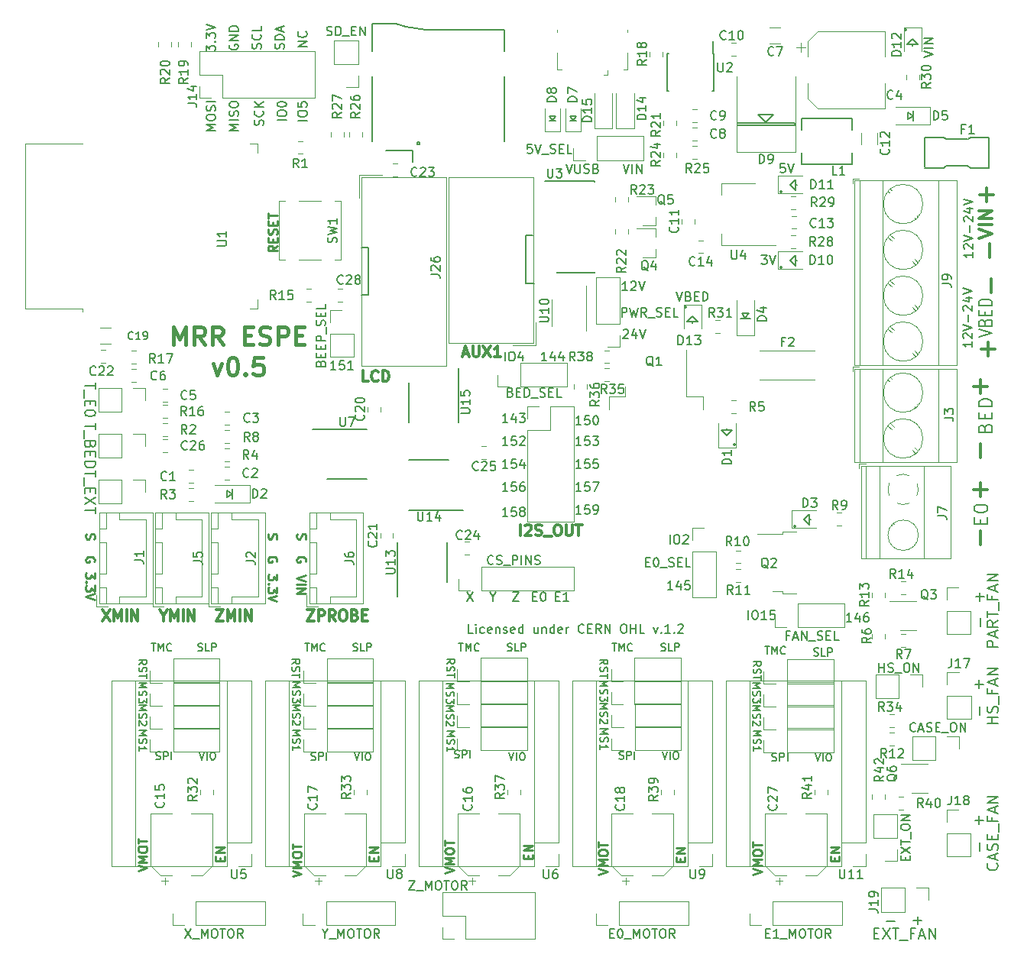
<source format=gto>
G04 #@! TF.GenerationSoftware,KiCad,Pcbnew,5.0.2-bee76a0~70~ubuntu18.04.1*
G04 #@! TF.CreationDate,2019-11-03T09:41:25+09:00*
G04 #@! TF.ProjectId,MRR_ESPE,4d52525f-4553-4504-952e-6b696361645f,v0.5*
G04 #@! TF.SameCoordinates,Original*
G04 #@! TF.FileFunction,Legend,Top*
G04 #@! TF.FilePolarity,Positive*
%FSLAX46Y46*%
G04 Gerber Fmt 4.6, Leading zero omitted, Abs format (unit mm)*
G04 Created by KiCad (PCBNEW 5.0.2-bee76a0~70~ubuntu18.04.1) date Sun 03 Nov 2019 09:41:25 AM JST*
%MOMM*%
%LPD*%
G01*
G04 APERTURE LIST*
%ADD10C,0.200000*%
%ADD11C,0.250000*%
%ADD12C,0.300000*%
%ADD13C,0.400000*%
%ADD14C,0.120000*%
%ADD15C,0.150000*%
G04 APERTURE END LIST*
D10*
X100004761Y-55652380D02*
X100338095Y-56652380D01*
X100671428Y-55652380D01*
X101004761Y-56652380D02*
X101004761Y-55652380D01*
X101480952Y-56652380D02*
X101480952Y-55652380D01*
X102052380Y-56652380D01*
X102052380Y-55652380D01*
X93666666Y-55652380D02*
X94000000Y-56652380D01*
X94333333Y-55652380D01*
X94666666Y-55652380D02*
X94666666Y-56461904D01*
X94714285Y-56557142D01*
X94761904Y-56604761D01*
X94857142Y-56652380D01*
X95047619Y-56652380D01*
X95142857Y-56604761D01*
X95190476Y-56557142D01*
X95238095Y-56461904D01*
X95238095Y-55652380D01*
X95666666Y-56604761D02*
X95809523Y-56652380D01*
X96047619Y-56652380D01*
X96142857Y-56604761D01*
X96190476Y-56557142D01*
X96238095Y-56461904D01*
X96238095Y-56366666D01*
X96190476Y-56271428D01*
X96142857Y-56223809D01*
X96047619Y-56176190D01*
X95857142Y-56128571D01*
X95761904Y-56080952D01*
X95714285Y-56033333D01*
X95666666Y-55938095D01*
X95666666Y-55842857D01*
X95714285Y-55747619D01*
X95761904Y-55700000D01*
X95857142Y-55652380D01*
X96095238Y-55652380D01*
X96238095Y-55700000D01*
X97000000Y-56128571D02*
X97142857Y-56176190D01*
X97190476Y-56223809D01*
X97238095Y-56319047D01*
X97238095Y-56461904D01*
X97190476Y-56557142D01*
X97142857Y-56604761D01*
X97047619Y-56652380D01*
X96666666Y-56652380D01*
X96666666Y-55652380D01*
X97000000Y-55652380D01*
X97095238Y-55700000D01*
X97142857Y-55747619D01*
X97190476Y-55842857D01*
X97190476Y-55938095D01*
X97142857Y-56033333D01*
X97095238Y-56080952D01*
X97000000Y-56128571D01*
X96666666Y-56128571D01*
D11*
X114352380Y-134409523D02*
X115352380Y-134076190D01*
X114352380Y-133742857D01*
X115352380Y-133409523D02*
X114352380Y-133409523D01*
X115066666Y-133076190D01*
X114352380Y-132742857D01*
X115352380Y-132742857D01*
X114352380Y-132076190D02*
X114352380Y-131885714D01*
X114400000Y-131790476D01*
X114495238Y-131695238D01*
X114685714Y-131647619D01*
X115019047Y-131647619D01*
X115209523Y-131695238D01*
X115304761Y-131790476D01*
X115352380Y-131885714D01*
X115352380Y-132076190D01*
X115304761Y-132171428D01*
X115209523Y-132266666D01*
X115019047Y-132314285D01*
X114685714Y-132314285D01*
X114495238Y-132266666D01*
X114400000Y-132171428D01*
X114352380Y-132076190D01*
X114352380Y-131361904D02*
X114352380Y-130790476D01*
X115352380Y-131076190D02*
X114352380Y-131076190D01*
X97252380Y-134409523D02*
X98252380Y-134076190D01*
X97252380Y-133742857D01*
X98252380Y-133409523D02*
X97252380Y-133409523D01*
X97966666Y-133076190D01*
X97252380Y-132742857D01*
X98252380Y-132742857D01*
X97252380Y-132076190D02*
X97252380Y-131885714D01*
X97300000Y-131790476D01*
X97395238Y-131695238D01*
X97585714Y-131647619D01*
X97919047Y-131647619D01*
X98109523Y-131695238D01*
X98204761Y-131790476D01*
X98252380Y-131885714D01*
X98252380Y-132076190D01*
X98204761Y-132171428D01*
X98109523Y-132266666D01*
X97919047Y-132314285D01*
X97585714Y-132314285D01*
X97395238Y-132266666D01*
X97300000Y-132171428D01*
X97252380Y-132076190D01*
X97252380Y-131361904D02*
X97252380Y-130790476D01*
X98252380Y-131076190D02*
X97252380Y-131076190D01*
X80252380Y-134209523D02*
X81252380Y-133876190D01*
X80252380Y-133542857D01*
X81252380Y-133209523D02*
X80252380Y-133209523D01*
X80966666Y-132876190D01*
X80252380Y-132542857D01*
X81252380Y-132542857D01*
X80252380Y-131876190D02*
X80252380Y-131685714D01*
X80300000Y-131590476D01*
X80395238Y-131495238D01*
X80585714Y-131447619D01*
X80919047Y-131447619D01*
X81109523Y-131495238D01*
X81204761Y-131590476D01*
X81252380Y-131685714D01*
X81252380Y-131876190D01*
X81204761Y-131971428D01*
X81109523Y-132066666D01*
X80919047Y-132114285D01*
X80585714Y-132114285D01*
X80395238Y-132066666D01*
X80300000Y-131971428D01*
X80252380Y-131876190D01*
X80252380Y-131161904D02*
X80252380Y-130590476D01*
X81252380Y-130876190D02*
X80252380Y-130876190D01*
X63352380Y-134609523D02*
X64352380Y-134276190D01*
X63352380Y-133942857D01*
X64352380Y-133609523D02*
X63352380Y-133609523D01*
X64066666Y-133276190D01*
X63352380Y-132942857D01*
X64352380Y-132942857D01*
X63352380Y-132276190D02*
X63352380Y-132085714D01*
X63400000Y-131990476D01*
X63495238Y-131895238D01*
X63685714Y-131847619D01*
X64019047Y-131847619D01*
X64209523Y-131895238D01*
X64304761Y-131990476D01*
X64352380Y-132085714D01*
X64352380Y-132276190D01*
X64304761Y-132371428D01*
X64209523Y-132466666D01*
X64019047Y-132514285D01*
X63685714Y-132514285D01*
X63495238Y-132466666D01*
X63400000Y-132371428D01*
X63352380Y-132276190D01*
X63352380Y-131561904D02*
X63352380Y-130990476D01*
X64352380Y-131276190D02*
X63352380Y-131276190D01*
X46252380Y-134009523D02*
X47252380Y-133676190D01*
X46252380Y-133342857D01*
X47252380Y-133009523D02*
X46252380Y-133009523D01*
X46966666Y-132676190D01*
X46252380Y-132342857D01*
X47252380Y-132342857D01*
X46252380Y-131676190D02*
X46252380Y-131485714D01*
X46300000Y-131390476D01*
X46395238Y-131295238D01*
X46585714Y-131247619D01*
X46919047Y-131247619D01*
X47109523Y-131295238D01*
X47204761Y-131390476D01*
X47252380Y-131485714D01*
X47252380Y-131676190D01*
X47204761Y-131771428D01*
X47109523Y-131866666D01*
X46919047Y-131914285D01*
X46585714Y-131914285D01*
X46395238Y-131866666D01*
X46300000Y-131771428D01*
X46252380Y-131676190D01*
X46252380Y-130961904D02*
X46252380Y-130390476D01*
X47252380Y-130676190D02*
X46252380Y-130676190D01*
X123428571Y-132838095D02*
X123428571Y-132504761D01*
X123952380Y-132361904D02*
X123952380Y-132838095D01*
X122952380Y-132838095D01*
X122952380Y-132361904D01*
X123952380Y-131933333D02*
X122952380Y-131933333D01*
X123952380Y-131361904D01*
X122952380Y-131361904D01*
X106328571Y-132938095D02*
X106328571Y-132604761D01*
X106852380Y-132461904D02*
X106852380Y-132938095D01*
X105852380Y-132938095D01*
X105852380Y-132461904D01*
X106852380Y-132033333D02*
X105852380Y-132033333D01*
X106852380Y-131461904D01*
X105852380Y-131461904D01*
X89428571Y-132638095D02*
X89428571Y-132304761D01*
X89952380Y-132161904D02*
X89952380Y-132638095D01*
X88952380Y-132638095D01*
X88952380Y-132161904D01*
X89952380Y-131733333D02*
X88952380Y-131733333D01*
X89952380Y-131161904D01*
X88952380Y-131161904D01*
X72328571Y-132838095D02*
X72328571Y-132504761D01*
X72852380Y-132361904D02*
X72852380Y-132838095D01*
X71852380Y-132838095D01*
X71852380Y-132361904D01*
X72852380Y-131933333D02*
X71852380Y-131933333D01*
X72852380Y-131361904D01*
X71852380Y-131361904D01*
X55328571Y-132838095D02*
X55328571Y-132504761D01*
X55852380Y-132361904D02*
X55852380Y-132838095D01*
X54852380Y-132838095D01*
X54852380Y-132361904D01*
X55852380Y-131933333D02*
X54852380Y-131933333D01*
X55852380Y-131361904D01*
X54852380Y-131361904D01*
D10*
X41551142Y-79873714D02*
X41551142Y-80559428D01*
X40351142Y-80216571D02*
X41551142Y-80216571D01*
X40236857Y-80673714D02*
X40236857Y-81588000D01*
X40979714Y-81873714D02*
X40979714Y-82273714D01*
X40351142Y-82445142D02*
X40351142Y-81873714D01*
X41551142Y-81873714D01*
X41551142Y-82445142D01*
X41551142Y-83188000D02*
X41551142Y-83302285D01*
X41494000Y-83416571D01*
X41436857Y-83473714D01*
X41322571Y-83530857D01*
X41094000Y-83588000D01*
X40808285Y-83588000D01*
X40579714Y-83530857D01*
X40465428Y-83473714D01*
X40408285Y-83416571D01*
X40351142Y-83302285D01*
X40351142Y-83188000D01*
X40408285Y-83073714D01*
X40465428Y-83016571D01*
X40579714Y-82959428D01*
X40808285Y-82902285D01*
X41094000Y-82902285D01*
X41322571Y-82959428D01*
X41436857Y-83016571D01*
X41494000Y-83073714D01*
X41551142Y-83188000D01*
X41551142Y-84325142D02*
X41551142Y-85010857D01*
X40351142Y-84668000D02*
X41551142Y-84668000D01*
X40236857Y-85125142D02*
X40236857Y-86039428D01*
X40979714Y-86725142D02*
X40922571Y-86896571D01*
X40865428Y-86953714D01*
X40751142Y-87010857D01*
X40579714Y-87010857D01*
X40465428Y-86953714D01*
X40408285Y-86896571D01*
X40351142Y-86782285D01*
X40351142Y-86325142D01*
X41551142Y-86325142D01*
X41551142Y-86725142D01*
X41494000Y-86839428D01*
X41436857Y-86896571D01*
X41322571Y-86953714D01*
X41208285Y-86953714D01*
X41094000Y-86896571D01*
X41036857Y-86839428D01*
X40979714Y-86725142D01*
X40979714Y-86325142D01*
X40979714Y-87525142D02*
X40979714Y-87925142D01*
X40351142Y-88096571D02*
X40351142Y-87525142D01*
X41551142Y-87525142D01*
X41551142Y-88096571D01*
X40351142Y-88610857D02*
X41551142Y-88610857D01*
X41551142Y-88896571D01*
X41494000Y-89068000D01*
X41379714Y-89182285D01*
X41265428Y-89239428D01*
X41036857Y-89296571D01*
X40865428Y-89296571D01*
X40636857Y-89239428D01*
X40522571Y-89182285D01*
X40408285Y-89068000D01*
X40351142Y-88896571D01*
X40351142Y-88610857D01*
X41551142Y-89576571D02*
X41551142Y-90262285D01*
X40351142Y-89919428D02*
X41551142Y-89919428D01*
X40236857Y-90376571D02*
X40236857Y-91290857D01*
X40979714Y-91576571D02*
X40979714Y-91976571D01*
X40351142Y-92148000D02*
X40351142Y-91576571D01*
X41551142Y-91576571D01*
X41551142Y-92148000D01*
X41551142Y-92548000D02*
X40351142Y-93348000D01*
X41551142Y-93348000D02*
X40351142Y-92548000D01*
X41551142Y-93633714D02*
X41551142Y-94319428D01*
X40351142Y-93976571D02*
X41551142Y-93976571D01*
X71800000Y-70100000D02*
X71000000Y-70100000D01*
X71800000Y-64900000D02*
X71800000Y-70100000D01*
X71000000Y-64900000D02*
X71800000Y-64900000D01*
X89200000Y-68900000D02*
X90100000Y-68900000D01*
X89200000Y-63500000D02*
X89200000Y-68900000D01*
X89700000Y-63500000D02*
X89200000Y-63500000D01*
X90000000Y-63500000D02*
X89700000Y-63500000D01*
X100009523Y-74047619D02*
X100057142Y-74000000D01*
X100152380Y-73952380D01*
X100390476Y-73952380D01*
X100485714Y-74000000D01*
X100533333Y-74047619D01*
X100580952Y-74142857D01*
X100580952Y-74238095D01*
X100533333Y-74380952D01*
X99961904Y-74952380D01*
X100580952Y-74952380D01*
X101438095Y-74285714D02*
X101438095Y-74952380D01*
X101200000Y-73904761D02*
X100961904Y-74619047D01*
X101580952Y-74619047D01*
X101819047Y-73952380D02*
X102152380Y-74952380D01*
X102485714Y-73952380D01*
X100480952Y-69652380D02*
X99909523Y-69652380D01*
X100195238Y-69652380D02*
X100195238Y-68652380D01*
X100100000Y-68795238D01*
X100004761Y-68890476D01*
X99909523Y-68938095D01*
X100861904Y-68747619D02*
X100909523Y-68700000D01*
X101004761Y-68652380D01*
X101242857Y-68652380D01*
X101338095Y-68700000D01*
X101385714Y-68747619D01*
X101433333Y-68842857D01*
X101433333Y-68938095D01*
X101385714Y-69080952D01*
X100814285Y-69652380D01*
X101433333Y-69652380D01*
X101719047Y-68652380D02*
X102052380Y-69652380D01*
X102385714Y-68652380D01*
X64952380Y-42585714D02*
X63952380Y-42585714D01*
X64952380Y-42014285D01*
X63952380Y-42014285D01*
X64857142Y-40966666D02*
X64904761Y-41014285D01*
X64952380Y-41157142D01*
X64952380Y-41252380D01*
X64904761Y-41395238D01*
X64809523Y-41490476D01*
X64714285Y-41538095D01*
X64523809Y-41585714D01*
X64380952Y-41585714D01*
X64190476Y-41538095D01*
X64095238Y-41490476D01*
X64000000Y-41395238D01*
X63952380Y-41252380D01*
X63952380Y-41157142D01*
X64000000Y-41014285D01*
X64047619Y-40966666D01*
X64952380Y-50800000D02*
X63952380Y-50800000D01*
X63952380Y-50133333D02*
X63952380Y-49942857D01*
X64000000Y-49847619D01*
X64095238Y-49752380D01*
X64285714Y-49704761D01*
X64619047Y-49704761D01*
X64809523Y-49752380D01*
X64904761Y-49847619D01*
X64952380Y-49942857D01*
X64952380Y-50133333D01*
X64904761Y-50228571D01*
X64809523Y-50323809D01*
X64619047Y-50371428D01*
X64285714Y-50371428D01*
X64095238Y-50323809D01*
X64000000Y-50228571D01*
X63952380Y-50133333D01*
X63952380Y-48800000D02*
X63952380Y-49276190D01*
X64428571Y-49323809D01*
X64380952Y-49276190D01*
X64333333Y-49180952D01*
X64333333Y-48942857D01*
X64380952Y-48847619D01*
X64428571Y-48800000D01*
X64523809Y-48752380D01*
X64761904Y-48752380D01*
X64857142Y-48800000D01*
X64904761Y-48847619D01*
X64952380Y-48942857D01*
X64952380Y-49180952D01*
X64904761Y-49276190D01*
X64857142Y-49323809D01*
D11*
X41447619Y-100923809D02*
X41447619Y-101542857D01*
X41066666Y-101209523D01*
X41066666Y-101352380D01*
X41019047Y-101447619D01*
X40971428Y-101495238D01*
X40876190Y-101542857D01*
X40638095Y-101542857D01*
X40542857Y-101495238D01*
X40495238Y-101447619D01*
X40447619Y-101352380D01*
X40447619Y-101066666D01*
X40495238Y-100971428D01*
X40542857Y-100923809D01*
X40542857Y-101971428D02*
X40495238Y-102019047D01*
X40447619Y-101971428D01*
X40495238Y-101923809D01*
X40542857Y-101971428D01*
X40447619Y-101971428D01*
X41447619Y-102352380D02*
X41447619Y-102971428D01*
X41066666Y-102638095D01*
X41066666Y-102780952D01*
X41019047Y-102876190D01*
X40971428Y-102923809D01*
X40876190Y-102971428D01*
X40638095Y-102971428D01*
X40542857Y-102923809D01*
X40495238Y-102876190D01*
X40447619Y-102780952D01*
X40447619Y-102495238D01*
X40495238Y-102400000D01*
X40542857Y-102352380D01*
X41447619Y-103257142D02*
X40447619Y-103590476D01*
X41447619Y-103923809D01*
X41406490Y-99725614D02*
X41454109Y-99630376D01*
X41454109Y-99487519D01*
X41406490Y-99344662D01*
X41311251Y-99249424D01*
X41216013Y-99201805D01*
X41025537Y-99154186D01*
X40882680Y-99154186D01*
X40692204Y-99201805D01*
X40596966Y-99249424D01*
X40501728Y-99344662D01*
X40454109Y-99487519D01*
X40454109Y-99582757D01*
X40501728Y-99725614D01*
X40549347Y-99773233D01*
X40882680Y-99773233D01*
X40882680Y-99582757D01*
X40501728Y-96627995D02*
X40454109Y-96770852D01*
X40454109Y-97008948D01*
X40501728Y-97104186D01*
X40549347Y-97151805D01*
X40644585Y-97199424D01*
X40739823Y-97199424D01*
X40835061Y-97151805D01*
X40882680Y-97104186D01*
X40930299Y-97008948D01*
X40977918Y-96818471D01*
X41025537Y-96723233D01*
X41073156Y-96675614D01*
X41168394Y-96627995D01*
X41263632Y-96627995D01*
X41358870Y-96675614D01*
X41406490Y-96723233D01*
X41454109Y-96818471D01*
X41454109Y-97056567D01*
X41406490Y-97199424D01*
X61586490Y-99725614D02*
X61634109Y-99630376D01*
X61634109Y-99487519D01*
X61586490Y-99344662D01*
X61491251Y-99249424D01*
X61396013Y-99201805D01*
X61205537Y-99154186D01*
X61062680Y-99154186D01*
X60872204Y-99201805D01*
X60776966Y-99249424D01*
X60681728Y-99344662D01*
X60634109Y-99487519D01*
X60634109Y-99582757D01*
X60681728Y-99725614D01*
X60729347Y-99773233D01*
X61062680Y-99773233D01*
X61062680Y-99582757D01*
X60681728Y-96627995D02*
X60634109Y-96770852D01*
X60634109Y-97008948D01*
X60681728Y-97104186D01*
X60729347Y-97151805D01*
X60824585Y-97199424D01*
X60919823Y-97199424D01*
X61015061Y-97151805D01*
X61062680Y-97104186D01*
X61110299Y-97008948D01*
X61157918Y-96818471D01*
X61205537Y-96723233D01*
X61253156Y-96675614D01*
X61348394Y-96627995D01*
X61443632Y-96627995D01*
X61538870Y-96675614D01*
X61586490Y-96723233D01*
X61634109Y-96818471D01*
X61634109Y-97056567D01*
X61586490Y-97199424D01*
X61634109Y-101123809D02*
X61634109Y-101742857D01*
X61253156Y-101409523D01*
X61253156Y-101552380D01*
X61205537Y-101647619D01*
X61157918Y-101695238D01*
X61062680Y-101742857D01*
X60824585Y-101742857D01*
X60729347Y-101695238D01*
X60681728Y-101647619D01*
X60634109Y-101552380D01*
X60634109Y-101266666D01*
X60681728Y-101171428D01*
X60729347Y-101123809D01*
X60729347Y-102171428D02*
X60681728Y-102219047D01*
X60634109Y-102171428D01*
X60681728Y-102123809D01*
X60729347Y-102171428D01*
X60634109Y-102171428D01*
X61634109Y-102552380D02*
X61634109Y-103171428D01*
X61253156Y-102838095D01*
X61253156Y-102980952D01*
X61205537Y-103076190D01*
X61157918Y-103123809D01*
X61062680Y-103171428D01*
X60824585Y-103171428D01*
X60729347Y-103123809D01*
X60681728Y-103076190D01*
X60634109Y-102980952D01*
X60634109Y-102695238D01*
X60681728Y-102600000D01*
X60729347Y-102552380D01*
X61634109Y-103457142D02*
X60634109Y-103790476D01*
X61634109Y-104123809D01*
D10*
X68167333Y-78430380D02*
X67595904Y-78430380D01*
X67881619Y-78430380D02*
X67881619Y-77430380D01*
X67786380Y-77573238D01*
X67691142Y-77668476D01*
X67595904Y-77716095D01*
X69072095Y-77430380D02*
X68595904Y-77430380D01*
X68548285Y-77906571D01*
X68595904Y-77858952D01*
X68691142Y-77811333D01*
X68929238Y-77811333D01*
X69024476Y-77858952D01*
X69072095Y-77906571D01*
X69119714Y-78001809D01*
X69119714Y-78239904D01*
X69072095Y-78335142D01*
X69024476Y-78382761D01*
X68929238Y-78430380D01*
X68691142Y-78430380D01*
X68595904Y-78382761D01*
X68548285Y-78335142D01*
X70072095Y-78430380D02*
X69500666Y-78430380D01*
X69786380Y-78430380D02*
X69786380Y-77430380D01*
X69691142Y-77573238D01*
X69595904Y-77668476D01*
X69500666Y-77716095D01*
X125317333Y-106370380D02*
X124745904Y-106370380D01*
X125031619Y-106370380D02*
X125031619Y-105370380D01*
X124936380Y-105513238D01*
X124841142Y-105608476D01*
X124745904Y-105656095D01*
X126174476Y-105703714D02*
X126174476Y-106370380D01*
X125936380Y-105322761D02*
X125698285Y-106037047D01*
X126317333Y-106037047D01*
X127126857Y-105370380D02*
X126936380Y-105370380D01*
X126841142Y-105418000D01*
X126793523Y-105465619D01*
X126698285Y-105608476D01*
X126650666Y-105798952D01*
X126650666Y-106179904D01*
X126698285Y-106275142D01*
X126745904Y-106322761D01*
X126841142Y-106370380D01*
X127031619Y-106370380D01*
X127126857Y-106322761D01*
X127174476Y-106275142D01*
X127222095Y-106179904D01*
X127222095Y-105941809D01*
X127174476Y-105846571D01*
X127126857Y-105798952D01*
X127031619Y-105751333D01*
X126841142Y-105751333D01*
X126745904Y-105798952D01*
X126698285Y-105846571D01*
X126650666Y-105941809D01*
X113839809Y-106116380D02*
X113839809Y-105116380D01*
X114506476Y-105116380D02*
X114696952Y-105116380D01*
X114792190Y-105164000D01*
X114887428Y-105259238D01*
X114935047Y-105449714D01*
X114935047Y-105783047D01*
X114887428Y-105973523D01*
X114792190Y-106068761D01*
X114696952Y-106116380D01*
X114506476Y-106116380D01*
X114411238Y-106068761D01*
X114316000Y-105973523D01*
X114268380Y-105783047D01*
X114268380Y-105449714D01*
X114316000Y-105259238D01*
X114411238Y-105164000D01*
X114506476Y-105116380D01*
X115887428Y-106116380D02*
X115316000Y-106116380D01*
X115601714Y-106116380D02*
X115601714Y-105116380D01*
X115506476Y-105259238D01*
X115411238Y-105354476D01*
X115316000Y-105402095D01*
X116792190Y-105116380D02*
X116316000Y-105116380D01*
X116268380Y-105592571D01*
X116316000Y-105544952D01*
X116411238Y-105497333D01*
X116649333Y-105497333D01*
X116744571Y-105544952D01*
X116792190Y-105592571D01*
X116839809Y-105687809D01*
X116839809Y-105925904D01*
X116792190Y-106021142D01*
X116744571Y-106068761D01*
X116649333Y-106116380D01*
X116411238Y-106116380D01*
X116316000Y-106068761D01*
X116268380Y-106021142D01*
X105505333Y-102814380D02*
X104933904Y-102814380D01*
X105219619Y-102814380D02*
X105219619Y-101814380D01*
X105124380Y-101957238D01*
X105029142Y-102052476D01*
X104933904Y-102100095D01*
X106362476Y-102147714D02*
X106362476Y-102814380D01*
X106124380Y-101766761D02*
X105886285Y-102481047D01*
X106505333Y-102481047D01*
X107362476Y-101814380D02*
X106886285Y-101814380D01*
X106838666Y-102290571D01*
X106886285Y-102242952D01*
X106981523Y-102195333D01*
X107219619Y-102195333D01*
X107314857Y-102242952D01*
X107362476Y-102290571D01*
X107410095Y-102385809D01*
X107410095Y-102623904D01*
X107362476Y-102719142D01*
X107314857Y-102766761D01*
X107219619Y-102814380D01*
X106981523Y-102814380D01*
X106886285Y-102766761D01*
X106838666Y-102719142D01*
X105172000Y-97734380D02*
X105172000Y-96734380D01*
X105838666Y-96734380D02*
X106029142Y-96734380D01*
X106124380Y-96782000D01*
X106219619Y-96877238D01*
X106267238Y-97067714D01*
X106267238Y-97401047D01*
X106219619Y-97591523D01*
X106124380Y-97686761D01*
X106029142Y-97734380D01*
X105838666Y-97734380D01*
X105743428Y-97686761D01*
X105648190Y-97591523D01*
X105600571Y-97401047D01*
X105600571Y-97067714D01*
X105648190Y-96877238D01*
X105743428Y-96782000D01*
X105838666Y-96734380D01*
X106648190Y-96829619D02*
X106695809Y-96782000D01*
X106791047Y-96734380D01*
X107029142Y-96734380D01*
X107124380Y-96782000D01*
X107172000Y-96829619D01*
X107219619Y-96924857D01*
X107219619Y-97020095D01*
X107172000Y-97162952D01*
X106600571Y-97734380D01*
X107219619Y-97734380D01*
X91533333Y-77452380D02*
X90961904Y-77452380D01*
X91247619Y-77452380D02*
X91247619Y-76452380D01*
X91152380Y-76595238D01*
X91057142Y-76690476D01*
X90961904Y-76738095D01*
X92390476Y-76785714D02*
X92390476Y-77452380D01*
X92152380Y-76404761D02*
X91914285Y-77119047D01*
X92533333Y-77119047D01*
X93342857Y-76785714D02*
X93342857Y-77452380D01*
X93104761Y-76404761D02*
X92866666Y-77119047D01*
X93485714Y-77119047D01*
X86900000Y-77452380D02*
X86900000Y-76452380D01*
X87566666Y-76452380D02*
X87757142Y-76452380D01*
X87852380Y-76500000D01*
X87947619Y-76595238D01*
X87995238Y-76785714D01*
X87995238Y-77119047D01*
X87947619Y-77309523D01*
X87852380Y-77404761D01*
X87757142Y-77452380D01*
X87566666Y-77452380D01*
X87471428Y-77404761D01*
X87376190Y-77309523D01*
X87328571Y-77119047D01*
X87328571Y-76785714D01*
X87376190Y-76595238D01*
X87471428Y-76500000D01*
X87566666Y-76452380D01*
X88852380Y-76785714D02*
X88852380Y-77452380D01*
X88614285Y-76404761D02*
X88376190Y-77119047D01*
X88995238Y-77119047D01*
X95345333Y-94432380D02*
X94773904Y-94432380D01*
X95059619Y-94432380D02*
X95059619Y-93432380D01*
X94964380Y-93575238D01*
X94869142Y-93670476D01*
X94773904Y-93718095D01*
X96250095Y-93432380D02*
X95773904Y-93432380D01*
X95726285Y-93908571D01*
X95773904Y-93860952D01*
X95869142Y-93813333D01*
X96107238Y-93813333D01*
X96202476Y-93860952D01*
X96250095Y-93908571D01*
X96297714Y-94003809D01*
X96297714Y-94241904D01*
X96250095Y-94337142D01*
X96202476Y-94384761D01*
X96107238Y-94432380D01*
X95869142Y-94432380D01*
X95773904Y-94384761D01*
X95726285Y-94337142D01*
X96773904Y-94432380D02*
X96964380Y-94432380D01*
X97059619Y-94384761D01*
X97107238Y-94337142D01*
X97202476Y-94194285D01*
X97250095Y-94003809D01*
X97250095Y-93622857D01*
X97202476Y-93527619D01*
X97154857Y-93480000D01*
X97059619Y-93432380D01*
X96869142Y-93432380D01*
X96773904Y-93480000D01*
X96726285Y-93527619D01*
X96678666Y-93622857D01*
X96678666Y-93860952D01*
X96726285Y-93956190D01*
X96773904Y-94003809D01*
X96869142Y-94051428D01*
X97059619Y-94051428D01*
X97154857Y-94003809D01*
X97202476Y-93956190D01*
X97250095Y-93860952D01*
X95345333Y-91892380D02*
X94773904Y-91892380D01*
X95059619Y-91892380D02*
X95059619Y-90892380D01*
X94964380Y-91035238D01*
X94869142Y-91130476D01*
X94773904Y-91178095D01*
X96250095Y-90892380D02*
X95773904Y-90892380D01*
X95726285Y-91368571D01*
X95773904Y-91320952D01*
X95869142Y-91273333D01*
X96107238Y-91273333D01*
X96202476Y-91320952D01*
X96250095Y-91368571D01*
X96297714Y-91463809D01*
X96297714Y-91701904D01*
X96250095Y-91797142D01*
X96202476Y-91844761D01*
X96107238Y-91892380D01*
X95869142Y-91892380D01*
X95773904Y-91844761D01*
X95726285Y-91797142D01*
X96631047Y-90892380D02*
X97297714Y-90892380D01*
X96869142Y-91892380D01*
X95345333Y-89352380D02*
X94773904Y-89352380D01*
X95059619Y-89352380D02*
X95059619Y-88352380D01*
X94964380Y-88495238D01*
X94869142Y-88590476D01*
X94773904Y-88638095D01*
X96250095Y-88352380D02*
X95773904Y-88352380D01*
X95726285Y-88828571D01*
X95773904Y-88780952D01*
X95869142Y-88733333D01*
X96107238Y-88733333D01*
X96202476Y-88780952D01*
X96250095Y-88828571D01*
X96297714Y-88923809D01*
X96297714Y-89161904D01*
X96250095Y-89257142D01*
X96202476Y-89304761D01*
X96107238Y-89352380D01*
X95869142Y-89352380D01*
X95773904Y-89304761D01*
X95726285Y-89257142D01*
X97202476Y-88352380D02*
X96726285Y-88352380D01*
X96678666Y-88828571D01*
X96726285Y-88780952D01*
X96821523Y-88733333D01*
X97059619Y-88733333D01*
X97154857Y-88780952D01*
X97202476Y-88828571D01*
X97250095Y-88923809D01*
X97250095Y-89161904D01*
X97202476Y-89257142D01*
X97154857Y-89304761D01*
X97059619Y-89352380D01*
X96821523Y-89352380D01*
X96726285Y-89304761D01*
X96678666Y-89257142D01*
X95345333Y-86812380D02*
X94773904Y-86812380D01*
X95059619Y-86812380D02*
X95059619Y-85812380D01*
X94964380Y-85955238D01*
X94869142Y-86050476D01*
X94773904Y-86098095D01*
X96250095Y-85812380D02*
X95773904Y-85812380D01*
X95726285Y-86288571D01*
X95773904Y-86240952D01*
X95869142Y-86193333D01*
X96107238Y-86193333D01*
X96202476Y-86240952D01*
X96250095Y-86288571D01*
X96297714Y-86383809D01*
X96297714Y-86621904D01*
X96250095Y-86717142D01*
X96202476Y-86764761D01*
X96107238Y-86812380D01*
X95869142Y-86812380D01*
X95773904Y-86764761D01*
X95726285Y-86717142D01*
X96631047Y-85812380D02*
X97250095Y-85812380D01*
X96916761Y-86193333D01*
X97059619Y-86193333D01*
X97154857Y-86240952D01*
X97202476Y-86288571D01*
X97250095Y-86383809D01*
X97250095Y-86621904D01*
X97202476Y-86717142D01*
X97154857Y-86764761D01*
X97059619Y-86812380D01*
X96773904Y-86812380D01*
X96678666Y-86764761D01*
X96631047Y-86717142D01*
X95345333Y-84526380D02*
X94773904Y-84526380D01*
X95059619Y-84526380D02*
X95059619Y-83526380D01*
X94964380Y-83669238D01*
X94869142Y-83764476D01*
X94773904Y-83812095D01*
X96250095Y-83526380D02*
X95773904Y-83526380D01*
X95726285Y-84002571D01*
X95773904Y-83954952D01*
X95869142Y-83907333D01*
X96107238Y-83907333D01*
X96202476Y-83954952D01*
X96250095Y-84002571D01*
X96297714Y-84097809D01*
X96297714Y-84335904D01*
X96250095Y-84431142D01*
X96202476Y-84478761D01*
X96107238Y-84526380D01*
X95869142Y-84526380D01*
X95773904Y-84478761D01*
X95726285Y-84431142D01*
X96916761Y-83526380D02*
X97012000Y-83526380D01*
X97107238Y-83574000D01*
X97154857Y-83621619D01*
X97202476Y-83716857D01*
X97250095Y-83907333D01*
X97250095Y-84145428D01*
X97202476Y-84335904D01*
X97154857Y-84431142D01*
X97107238Y-84478761D01*
X97012000Y-84526380D01*
X96916761Y-84526380D01*
X96821523Y-84478761D01*
X96773904Y-84431142D01*
X96726285Y-84335904D01*
X96678666Y-84145428D01*
X96678666Y-83907333D01*
X96726285Y-83716857D01*
X96773904Y-83621619D01*
X96821523Y-83574000D01*
X96916761Y-83526380D01*
X87217333Y-84272380D02*
X86645904Y-84272380D01*
X86931619Y-84272380D02*
X86931619Y-83272380D01*
X86836380Y-83415238D01*
X86741142Y-83510476D01*
X86645904Y-83558095D01*
X88074476Y-83605714D02*
X88074476Y-84272380D01*
X87836380Y-83224761D02*
X87598285Y-83939047D01*
X88217333Y-83939047D01*
X88503047Y-83272380D02*
X89122095Y-83272380D01*
X88788761Y-83653333D01*
X88931619Y-83653333D01*
X89026857Y-83700952D01*
X89074476Y-83748571D01*
X89122095Y-83843809D01*
X89122095Y-84081904D01*
X89074476Y-84177142D01*
X89026857Y-84224761D01*
X88931619Y-84272380D01*
X88645904Y-84272380D01*
X88550666Y-84224761D01*
X88503047Y-84177142D01*
X87217333Y-86812380D02*
X86645904Y-86812380D01*
X86931619Y-86812380D02*
X86931619Y-85812380D01*
X86836380Y-85955238D01*
X86741142Y-86050476D01*
X86645904Y-86098095D01*
X88122095Y-85812380D02*
X87645904Y-85812380D01*
X87598285Y-86288571D01*
X87645904Y-86240952D01*
X87741142Y-86193333D01*
X87979238Y-86193333D01*
X88074476Y-86240952D01*
X88122095Y-86288571D01*
X88169714Y-86383809D01*
X88169714Y-86621904D01*
X88122095Y-86717142D01*
X88074476Y-86764761D01*
X87979238Y-86812380D01*
X87741142Y-86812380D01*
X87645904Y-86764761D01*
X87598285Y-86717142D01*
X88550666Y-85907619D02*
X88598285Y-85860000D01*
X88693523Y-85812380D01*
X88931619Y-85812380D01*
X89026857Y-85860000D01*
X89074476Y-85907619D01*
X89122095Y-86002857D01*
X89122095Y-86098095D01*
X89074476Y-86240952D01*
X88503047Y-86812380D01*
X89122095Y-86812380D01*
X87217333Y-89352380D02*
X86645904Y-89352380D01*
X86931619Y-89352380D02*
X86931619Y-88352380D01*
X86836380Y-88495238D01*
X86741142Y-88590476D01*
X86645904Y-88638095D01*
X88122095Y-88352380D02*
X87645904Y-88352380D01*
X87598285Y-88828571D01*
X87645904Y-88780952D01*
X87741142Y-88733333D01*
X87979238Y-88733333D01*
X88074476Y-88780952D01*
X88122095Y-88828571D01*
X88169714Y-88923809D01*
X88169714Y-89161904D01*
X88122095Y-89257142D01*
X88074476Y-89304761D01*
X87979238Y-89352380D01*
X87741142Y-89352380D01*
X87645904Y-89304761D01*
X87598285Y-89257142D01*
X89026857Y-88685714D02*
X89026857Y-89352380D01*
X88788761Y-88304761D02*
X88550666Y-89019047D01*
X89169714Y-89019047D01*
X87217333Y-91892380D02*
X86645904Y-91892380D01*
X86931619Y-91892380D02*
X86931619Y-90892380D01*
X86836380Y-91035238D01*
X86741142Y-91130476D01*
X86645904Y-91178095D01*
X88122095Y-90892380D02*
X87645904Y-90892380D01*
X87598285Y-91368571D01*
X87645904Y-91320952D01*
X87741142Y-91273333D01*
X87979238Y-91273333D01*
X88074476Y-91320952D01*
X88122095Y-91368571D01*
X88169714Y-91463809D01*
X88169714Y-91701904D01*
X88122095Y-91797142D01*
X88074476Y-91844761D01*
X87979238Y-91892380D01*
X87741142Y-91892380D01*
X87645904Y-91844761D01*
X87598285Y-91797142D01*
X89026857Y-90892380D02*
X88836380Y-90892380D01*
X88741142Y-90940000D01*
X88693523Y-90987619D01*
X88598285Y-91130476D01*
X88550666Y-91320952D01*
X88550666Y-91701904D01*
X88598285Y-91797142D01*
X88645904Y-91844761D01*
X88741142Y-91892380D01*
X88931619Y-91892380D01*
X89026857Y-91844761D01*
X89074476Y-91797142D01*
X89122095Y-91701904D01*
X89122095Y-91463809D01*
X89074476Y-91368571D01*
X89026857Y-91320952D01*
X88931619Y-91273333D01*
X88741142Y-91273333D01*
X88645904Y-91320952D01*
X88598285Y-91368571D01*
X88550666Y-91463809D01*
X87217333Y-94686380D02*
X86645904Y-94686380D01*
X86931619Y-94686380D02*
X86931619Y-93686380D01*
X86836380Y-93829238D01*
X86741142Y-93924476D01*
X86645904Y-93972095D01*
X88122095Y-93686380D02*
X87645904Y-93686380D01*
X87598285Y-94162571D01*
X87645904Y-94114952D01*
X87741142Y-94067333D01*
X87979238Y-94067333D01*
X88074476Y-94114952D01*
X88122095Y-94162571D01*
X88169714Y-94257809D01*
X88169714Y-94495904D01*
X88122095Y-94591142D01*
X88074476Y-94638761D01*
X87979238Y-94686380D01*
X87741142Y-94686380D01*
X87645904Y-94638761D01*
X87598285Y-94591142D01*
X88741142Y-94114952D02*
X88645904Y-94067333D01*
X88598285Y-94019714D01*
X88550666Y-93924476D01*
X88550666Y-93876857D01*
X88598285Y-93781619D01*
X88645904Y-93734000D01*
X88741142Y-93686380D01*
X88931619Y-93686380D01*
X89026857Y-93734000D01*
X89074476Y-93781619D01*
X89122095Y-93876857D01*
X89122095Y-93924476D01*
X89074476Y-94019714D01*
X89026857Y-94067333D01*
X88931619Y-94114952D01*
X88741142Y-94114952D01*
X88645904Y-94162571D01*
X88598285Y-94210190D01*
X88550666Y-94305428D01*
X88550666Y-94495904D01*
X88598285Y-94591142D01*
X88645904Y-94638761D01*
X88741142Y-94686380D01*
X88931619Y-94686380D01*
X89026857Y-94638761D01*
X89074476Y-94591142D01*
X89122095Y-94495904D01*
X89122095Y-94305428D01*
X89074476Y-94210190D01*
X89026857Y-94162571D01*
X88931619Y-94114952D01*
X92527523Y-103560571D02*
X92860857Y-103560571D01*
X93003714Y-104084380D02*
X92527523Y-104084380D01*
X92527523Y-103084380D01*
X93003714Y-103084380D01*
X93956095Y-104084380D02*
X93384666Y-104084380D01*
X93670380Y-104084380D02*
X93670380Y-103084380D01*
X93575142Y-103227238D01*
X93479904Y-103322476D01*
X93384666Y-103370095D01*
X89987523Y-103560571D02*
X90320857Y-103560571D01*
X90463714Y-104084380D02*
X89987523Y-104084380D01*
X89987523Y-103084380D01*
X90463714Y-103084380D01*
X91082761Y-103084380D02*
X91178000Y-103084380D01*
X91273238Y-103132000D01*
X91320857Y-103179619D01*
X91368476Y-103274857D01*
X91416095Y-103465333D01*
X91416095Y-103703428D01*
X91368476Y-103893904D01*
X91320857Y-103989142D01*
X91273238Y-104036761D01*
X91178000Y-104084380D01*
X91082761Y-104084380D01*
X90987523Y-104036761D01*
X90939904Y-103989142D01*
X90892285Y-103893904D01*
X90844666Y-103703428D01*
X90844666Y-103465333D01*
X90892285Y-103274857D01*
X90939904Y-103179619D01*
X90987523Y-103132000D01*
X91082761Y-103084380D01*
X87804666Y-103084380D02*
X88471333Y-103084380D01*
X87804666Y-104084380D01*
X88471333Y-104084380D01*
X85598000Y-103608190D02*
X85598000Y-104084380D01*
X85264666Y-103084380D02*
X85598000Y-103608190D01*
X85931333Y-103084380D01*
X82724666Y-103084380D02*
X83391333Y-104084380D01*
X83391333Y-103084380D02*
X82724666Y-104084380D01*
X127791289Y-140919654D02*
X128191289Y-140919654D01*
X128362717Y-141548226D02*
X127791289Y-141548226D01*
X127791289Y-140348226D01*
X128362717Y-140348226D01*
X128762717Y-140348226D02*
X129562717Y-141548226D01*
X129562717Y-140348226D02*
X128762717Y-141548226D01*
X129848431Y-140348226D02*
X130534146Y-140348226D01*
X130191289Y-141548226D02*
X130191289Y-140348226D01*
X130648431Y-141662511D02*
X131562717Y-141662511D01*
X132248431Y-140919654D02*
X131848431Y-140919654D01*
X131848431Y-141548226D02*
X131848431Y-140348226D01*
X132419860Y-140348226D01*
X132819860Y-141205369D02*
X133391289Y-141205369D01*
X132705574Y-141548226D02*
X133105574Y-140348226D01*
X133505574Y-141548226D01*
X133905574Y-141548226D02*
X133905574Y-140348226D01*
X134591289Y-141548226D01*
X134591289Y-140348226D01*
X129210146Y-139567083D02*
X130124431Y-139567083D01*
X132629574Y-139024226D02*
X132629574Y-139938511D01*
X132172431Y-139481369D02*
X133086717Y-139481369D01*
D12*
X88633714Y-96808857D02*
X88633714Y-95608857D01*
X89148000Y-95723142D02*
X89205142Y-95666000D01*
X89319428Y-95608857D01*
X89605142Y-95608857D01*
X89719428Y-95666000D01*
X89776571Y-95723142D01*
X89833714Y-95837428D01*
X89833714Y-95951714D01*
X89776571Y-96123142D01*
X89090857Y-96808857D01*
X89833714Y-96808857D01*
X90290857Y-96751714D02*
X90462285Y-96808857D01*
X90748000Y-96808857D01*
X90862285Y-96751714D01*
X90919428Y-96694571D01*
X90976571Y-96580285D01*
X90976571Y-96466000D01*
X90919428Y-96351714D01*
X90862285Y-96294571D01*
X90748000Y-96237428D01*
X90519428Y-96180285D01*
X90405142Y-96123142D01*
X90348000Y-96066000D01*
X90290857Y-95951714D01*
X90290857Y-95837428D01*
X90348000Y-95723142D01*
X90405142Y-95666000D01*
X90519428Y-95608857D01*
X90805142Y-95608857D01*
X90976571Y-95666000D01*
X91205142Y-96923142D02*
X92119428Y-96923142D01*
X92633714Y-95608857D02*
X92862285Y-95608857D01*
X92976571Y-95666000D01*
X93090857Y-95780285D01*
X93148000Y-96008857D01*
X93148000Y-96408857D01*
X93090857Y-96637428D01*
X92976571Y-96751714D01*
X92862285Y-96808857D01*
X92633714Y-96808857D01*
X92519428Y-96751714D01*
X92405142Y-96637428D01*
X92348000Y-96408857D01*
X92348000Y-96008857D01*
X92405142Y-95780285D01*
X92519428Y-95666000D01*
X92633714Y-95608857D01*
X93662285Y-95608857D02*
X93662285Y-96580285D01*
X93719428Y-96694571D01*
X93776571Y-96751714D01*
X93890857Y-96808857D01*
X94119428Y-96808857D01*
X94233714Y-96751714D01*
X94290857Y-96694571D01*
X94348000Y-96580285D01*
X94348000Y-95608857D01*
X94748000Y-95608857D02*
X95433714Y-95608857D01*
X95090857Y-96808857D02*
X95090857Y-95608857D01*
D10*
X114410261Y-118451285D02*
X115260261Y-118451285D01*
X114653118Y-118734619D01*
X115260261Y-119017952D01*
X114410261Y-119017952D01*
X114450737Y-119382238D02*
X114410261Y-119503666D01*
X114410261Y-119706047D01*
X114450737Y-119787000D01*
X114491213Y-119827476D01*
X114572165Y-119867952D01*
X114653118Y-119867952D01*
X114734070Y-119827476D01*
X114774546Y-119787000D01*
X114815023Y-119706047D01*
X114855499Y-119544143D01*
X114895975Y-119463190D01*
X114936451Y-119422714D01*
X115017404Y-119382238D01*
X115098356Y-119382238D01*
X115179308Y-119422714D01*
X115219785Y-119463190D01*
X115260261Y-119544143D01*
X115260261Y-119746523D01*
X115219785Y-119867952D01*
X114410261Y-120677476D02*
X114410261Y-120191762D01*
X114410261Y-120434619D02*
X115260261Y-120434619D01*
X115138832Y-120353666D01*
X115057880Y-120272714D01*
X115017404Y-120191762D01*
X114385261Y-115651285D02*
X115235261Y-115651285D01*
X114628118Y-115934619D01*
X115235261Y-116217952D01*
X114385261Y-116217952D01*
X114425737Y-116582238D02*
X114385261Y-116703666D01*
X114385261Y-116906047D01*
X114425737Y-116987000D01*
X114466213Y-117027476D01*
X114547165Y-117067952D01*
X114628118Y-117067952D01*
X114709070Y-117027476D01*
X114749546Y-116987000D01*
X114790023Y-116906047D01*
X114830499Y-116744143D01*
X114870975Y-116663190D01*
X114911451Y-116622714D01*
X114992404Y-116582238D01*
X115073356Y-116582238D01*
X115154308Y-116622714D01*
X115194785Y-116663190D01*
X115235261Y-116744143D01*
X115235261Y-116946523D01*
X115194785Y-117067952D01*
X115154308Y-117391762D02*
X115194785Y-117432238D01*
X115235261Y-117513190D01*
X115235261Y-117715571D01*
X115194785Y-117796523D01*
X115154308Y-117837000D01*
X115073356Y-117877476D01*
X114992404Y-117877476D01*
X114870975Y-117837000D01*
X114385261Y-117351285D01*
X114385261Y-117877476D01*
X114405261Y-111273666D02*
X114810023Y-110990333D01*
X114405261Y-110787952D02*
X115255261Y-110787952D01*
X115255261Y-111111762D01*
X115214785Y-111192714D01*
X115174308Y-111233190D01*
X115093356Y-111273666D01*
X114971927Y-111273666D01*
X114890975Y-111233190D01*
X114850499Y-111192714D01*
X114810023Y-111111762D01*
X114810023Y-110787952D01*
X114445737Y-111597476D02*
X114405261Y-111718904D01*
X114405261Y-111921285D01*
X114445737Y-112002238D01*
X114486213Y-112042714D01*
X114567165Y-112083190D01*
X114648118Y-112083190D01*
X114729070Y-112042714D01*
X114769546Y-112002238D01*
X114810023Y-111921285D01*
X114850499Y-111759381D01*
X114890975Y-111678428D01*
X114931451Y-111637952D01*
X115012404Y-111597476D01*
X115093356Y-111597476D01*
X115174308Y-111637952D01*
X115214785Y-111678428D01*
X115255261Y-111759381D01*
X115255261Y-111961762D01*
X115214785Y-112083190D01*
X115255261Y-112326047D02*
X115255261Y-112811762D01*
X114405261Y-112568904D02*
X115255261Y-112568904D01*
X114385261Y-113151285D02*
X115235261Y-113151285D01*
X114628118Y-113434619D01*
X115235261Y-113717952D01*
X114385261Y-113717952D01*
X114425737Y-114082238D02*
X114385261Y-114203666D01*
X114385261Y-114406047D01*
X114425737Y-114487000D01*
X114466213Y-114527476D01*
X114547165Y-114567952D01*
X114628118Y-114567952D01*
X114709070Y-114527476D01*
X114749546Y-114487000D01*
X114790023Y-114406047D01*
X114830499Y-114244143D01*
X114870975Y-114163190D01*
X114911451Y-114122714D01*
X114992404Y-114082238D01*
X115073356Y-114082238D01*
X115154308Y-114122714D01*
X115194785Y-114163190D01*
X115235261Y-114244143D01*
X115235261Y-114446523D01*
X115194785Y-114567952D01*
X115235261Y-114851285D02*
X115235261Y-115377476D01*
X114911451Y-115094143D01*
X114911451Y-115215571D01*
X114870975Y-115296523D01*
X114830499Y-115337000D01*
X114749546Y-115377476D01*
X114547165Y-115377476D01*
X114466213Y-115337000D01*
X114425737Y-115296523D01*
X114385261Y-115215571D01*
X114385261Y-114972714D01*
X114425737Y-114891762D01*
X114466213Y-114851285D01*
X121287832Y-120963666D02*
X121571165Y-121813666D01*
X121854499Y-120963666D01*
X122137832Y-121813666D02*
X122137832Y-120963666D01*
X122704499Y-120963666D02*
X122866404Y-120963666D01*
X122947356Y-121004143D01*
X123028308Y-121085095D01*
X123068785Y-121247000D01*
X123068785Y-121530333D01*
X123028308Y-121692238D01*
X122947356Y-121773190D01*
X122866404Y-121813666D01*
X122704499Y-121813666D01*
X122623546Y-121773190D01*
X122542594Y-121692238D01*
X122502118Y-121530333D01*
X122502118Y-121247000D01*
X122542594Y-121085095D01*
X122623546Y-121004143D01*
X122704499Y-120963666D01*
X121146880Y-110103190D02*
X121268308Y-110143666D01*
X121470689Y-110143666D01*
X121551642Y-110103190D01*
X121592118Y-110062714D01*
X121632594Y-109981762D01*
X121632594Y-109900809D01*
X121592118Y-109819857D01*
X121551642Y-109779381D01*
X121470689Y-109738904D01*
X121308785Y-109698428D01*
X121227832Y-109657952D01*
X121187356Y-109617476D01*
X121146880Y-109536523D01*
X121146880Y-109455571D01*
X121187356Y-109374619D01*
X121227832Y-109334143D01*
X121308785Y-109293666D01*
X121511165Y-109293666D01*
X121632594Y-109334143D01*
X122401642Y-110143666D02*
X121996880Y-110143666D01*
X121996880Y-109293666D01*
X122684975Y-110143666D02*
X122684975Y-109293666D01*
X123008785Y-109293666D01*
X123089737Y-109334143D01*
X123130213Y-109374619D01*
X123170689Y-109455571D01*
X123170689Y-109577000D01*
X123130213Y-109657952D01*
X123089737Y-109698428D01*
X123008785Y-109738904D01*
X122684975Y-109738904D01*
X116508546Y-121743190D02*
X116629975Y-121783666D01*
X116832356Y-121783666D01*
X116913308Y-121743190D01*
X116953785Y-121702714D01*
X116994261Y-121621762D01*
X116994261Y-121540809D01*
X116953785Y-121459857D01*
X116913308Y-121419381D01*
X116832356Y-121378904D01*
X116670451Y-121338428D01*
X116589499Y-121297952D01*
X116549023Y-121257476D01*
X116508546Y-121176523D01*
X116508546Y-121095571D01*
X116549023Y-121014619D01*
X116589499Y-120974143D01*
X116670451Y-120933666D01*
X116872832Y-120933666D01*
X116994261Y-120974143D01*
X117358546Y-121783666D02*
X117358546Y-120933666D01*
X117682356Y-120933666D01*
X117763308Y-120974143D01*
X117803785Y-121014619D01*
X117844261Y-121095571D01*
X117844261Y-121217000D01*
X117803785Y-121297952D01*
X117763308Y-121338428D01*
X117682356Y-121378904D01*
X117358546Y-121378904D01*
X118208546Y-121783666D02*
X118208546Y-120933666D01*
X115731213Y-109111666D02*
X116216927Y-109111666D01*
X115974070Y-109961666D02*
X115974070Y-109111666D01*
X116500261Y-109961666D02*
X116500261Y-109111666D01*
X116783594Y-109718809D01*
X117066927Y-109111666D01*
X117066927Y-109961666D01*
X117957404Y-109880714D02*
X117916927Y-109921190D01*
X117795499Y-109961666D01*
X117714546Y-109961666D01*
X117593118Y-109921190D01*
X117512165Y-109840238D01*
X117471689Y-109759285D01*
X117431213Y-109597381D01*
X117431213Y-109475952D01*
X117471689Y-109314047D01*
X117512165Y-109233095D01*
X117593118Y-109152143D01*
X117714546Y-109111666D01*
X117795499Y-109111666D01*
X117916927Y-109152143D01*
X117957404Y-109192619D01*
X98781927Y-108754523D02*
X99267641Y-108754523D01*
X99024784Y-109604523D02*
X99024784Y-108754523D01*
X99550975Y-109604523D02*
X99550975Y-108754523D01*
X99834308Y-109361666D01*
X100117641Y-108754523D01*
X100117641Y-109604523D01*
X101008118Y-109523571D02*
X100967641Y-109564047D01*
X100846213Y-109604523D01*
X100765260Y-109604523D01*
X100643832Y-109564047D01*
X100562879Y-109483095D01*
X100522403Y-109402142D01*
X100481927Y-109240238D01*
X100481927Y-109118809D01*
X100522403Y-108956904D01*
X100562879Y-108875952D01*
X100643832Y-108795000D01*
X100765260Y-108754523D01*
X100846213Y-108754523D01*
X100967641Y-108795000D01*
X101008118Y-108835476D01*
X81799318Y-108754523D02*
X82285032Y-108754523D01*
X82042175Y-109604523D02*
X82042175Y-108754523D01*
X82568366Y-109604523D02*
X82568366Y-108754523D01*
X82851699Y-109361666D01*
X83135032Y-108754523D01*
X83135032Y-109604523D01*
X84025509Y-109523571D02*
X83985032Y-109564047D01*
X83863604Y-109604523D01*
X83782651Y-109604523D01*
X83661223Y-109564047D01*
X83580270Y-109483095D01*
X83539794Y-109402142D01*
X83499318Y-109240238D01*
X83499318Y-109118809D01*
X83539794Y-108956904D01*
X83580270Y-108875952D01*
X83661223Y-108795000D01*
X83782651Y-108754523D01*
X83863604Y-108754523D01*
X83985032Y-108795000D01*
X84025509Y-108835476D01*
X64733717Y-108754523D02*
X65219431Y-108754523D01*
X64976574Y-109604523D02*
X64976574Y-108754523D01*
X65502765Y-109604523D02*
X65502765Y-108754523D01*
X65786098Y-109361666D01*
X66069431Y-108754523D01*
X66069431Y-109604523D01*
X66959908Y-109523571D02*
X66919431Y-109564047D01*
X66798003Y-109604523D01*
X66717050Y-109604523D01*
X66595622Y-109564047D01*
X66514669Y-109483095D01*
X66474193Y-109402142D01*
X66433717Y-109240238D01*
X66433717Y-109118809D01*
X66474193Y-108956904D01*
X66514669Y-108875952D01*
X66595622Y-108795000D01*
X66717050Y-108754523D01*
X66798003Y-108754523D01*
X66919431Y-108795000D01*
X66959908Y-108835476D01*
X47718925Y-108754523D02*
X48204639Y-108754523D01*
X47961782Y-109604523D02*
X47961782Y-108754523D01*
X48487973Y-109604523D02*
X48487973Y-108754523D01*
X48771306Y-109361666D01*
X49054639Y-108754523D01*
X49054639Y-109604523D01*
X49945116Y-109523571D02*
X49904639Y-109564047D01*
X49783211Y-109604523D01*
X49702258Y-109604523D01*
X49580830Y-109564047D01*
X49499877Y-109483095D01*
X49459401Y-109402142D01*
X49418925Y-109240238D01*
X49418925Y-109118809D01*
X49459401Y-108956904D01*
X49499877Y-108875952D01*
X49580830Y-108795000D01*
X49702258Y-108754523D01*
X49783211Y-108754523D01*
X49904639Y-108795000D01*
X49945116Y-108835476D01*
X99559260Y-121542028D02*
X99680689Y-121582504D01*
X99883070Y-121582504D01*
X99964022Y-121542028D01*
X100004499Y-121501552D01*
X100044975Y-121420600D01*
X100044975Y-121339647D01*
X100004499Y-121258695D01*
X99964022Y-121218219D01*
X99883070Y-121177742D01*
X99721165Y-121137266D01*
X99640213Y-121096790D01*
X99599737Y-121056314D01*
X99559260Y-120975361D01*
X99559260Y-120894409D01*
X99599737Y-120813457D01*
X99640213Y-120772981D01*
X99721165Y-120732504D01*
X99923546Y-120732504D01*
X100044975Y-120772981D01*
X100409260Y-121582504D02*
X100409260Y-120732504D01*
X100733070Y-120732504D01*
X100814022Y-120772981D01*
X100854499Y-120813457D01*
X100894975Y-120894409D01*
X100894975Y-121015838D01*
X100854499Y-121096790D01*
X100814022Y-121137266D01*
X100733070Y-121177742D01*
X100409260Y-121177742D01*
X101259260Y-121582504D02*
X101259260Y-120732504D01*
D12*
X71771428Y-79742857D02*
X71200000Y-79742857D01*
X71200000Y-78542857D01*
X72857142Y-79628571D02*
X72800000Y-79685714D01*
X72628571Y-79742857D01*
X72514285Y-79742857D01*
X72342857Y-79685714D01*
X72228571Y-79571428D01*
X72171428Y-79457142D01*
X72114285Y-79228571D01*
X72114285Y-79057142D01*
X72171428Y-78828571D01*
X72228571Y-78714285D01*
X72342857Y-78600000D01*
X72514285Y-78542857D01*
X72628571Y-78542857D01*
X72800000Y-78600000D01*
X72857142Y-78657142D01*
X73371428Y-79742857D02*
X73371428Y-78542857D01*
X73657142Y-78542857D01*
X73828571Y-78600000D01*
X73942857Y-78714285D01*
X74000000Y-78828571D01*
X74057142Y-79057142D01*
X74057142Y-79228571D01*
X74000000Y-79457142D01*
X73942857Y-79571428D01*
X73828571Y-79685714D01*
X73657142Y-79742857D01*
X73371428Y-79742857D01*
X82270857Y-76654000D02*
X82842285Y-76654000D01*
X82156571Y-76996857D02*
X82556571Y-75796857D01*
X82956571Y-76996857D01*
X83356571Y-75796857D02*
X83356571Y-76768285D01*
X83413714Y-76882571D01*
X83470857Y-76939714D01*
X83585142Y-76996857D01*
X83813714Y-76996857D01*
X83928000Y-76939714D01*
X83985142Y-76882571D01*
X84042285Y-76768285D01*
X84042285Y-75796857D01*
X84499428Y-75796857D02*
X85299428Y-76996857D01*
X85299428Y-75796857D02*
X84499428Y-76996857D01*
X86385142Y-76996857D02*
X85699428Y-76996857D01*
X86042285Y-76996857D02*
X86042285Y-75796857D01*
X85928000Y-75968285D01*
X85813714Y-76082571D01*
X85699428Y-76139714D01*
D13*
X50213523Y-75658761D02*
X50213523Y-73658761D01*
X50880190Y-75087333D01*
X51546857Y-73658761D01*
X51546857Y-75658761D01*
X53642095Y-75658761D02*
X52975428Y-74706380D01*
X52499238Y-75658761D02*
X52499238Y-73658761D01*
X53261142Y-73658761D01*
X53451619Y-73754000D01*
X53546857Y-73849238D01*
X53642095Y-74039714D01*
X53642095Y-74325428D01*
X53546857Y-74515904D01*
X53451619Y-74611142D01*
X53261142Y-74706380D01*
X52499238Y-74706380D01*
X55642095Y-75658761D02*
X54975428Y-74706380D01*
X54499238Y-75658761D02*
X54499238Y-73658761D01*
X55261142Y-73658761D01*
X55451619Y-73754000D01*
X55546857Y-73849238D01*
X55642095Y-74039714D01*
X55642095Y-74325428D01*
X55546857Y-74515904D01*
X55451619Y-74611142D01*
X55261142Y-74706380D01*
X54499238Y-74706380D01*
X58023047Y-74611142D02*
X58689714Y-74611142D01*
X58975428Y-75658761D02*
X58023047Y-75658761D01*
X58023047Y-73658761D01*
X58975428Y-73658761D01*
X59737333Y-75563523D02*
X60023047Y-75658761D01*
X60499238Y-75658761D01*
X60689714Y-75563523D01*
X60784952Y-75468285D01*
X60880190Y-75277809D01*
X60880190Y-75087333D01*
X60784952Y-74896857D01*
X60689714Y-74801619D01*
X60499238Y-74706380D01*
X60118285Y-74611142D01*
X59927809Y-74515904D01*
X59832571Y-74420666D01*
X59737333Y-74230190D01*
X59737333Y-74039714D01*
X59832571Y-73849238D01*
X59927809Y-73754000D01*
X60118285Y-73658761D01*
X60594476Y-73658761D01*
X60880190Y-73754000D01*
X61737333Y-75658761D02*
X61737333Y-73658761D01*
X62499238Y-73658761D01*
X62689714Y-73754000D01*
X62784952Y-73849238D01*
X62880190Y-74039714D01*
X62880190Y-74325428D01*
X62784952Y-74515904D01*
X62689714Y-74611142D01*
X62499238Y-74706380D01*
X61737333Y-74706380D01*
X63737333Y-74611142D02*
X64404000Y-74611142D01*
X64689714Y-75658761D02*
X63737333Y-75658761D01*
X63737333Y-73658761D01*
X64689714Y-73658761D01*
X54546857Y-77725428D02*
X55023047Y-79058761D01*
X55499238Y-77725428D01*
X56642095Y-77058761D02*
X56832571Y-77058761D01*
X57023047Y-77154000D01*
X57118285Y-77249238D01*
X57213523Y-77439714D01*
X57308761Y-77820666D01*
X57308761Y-78296857D01*
X57213523Y-78677809D01*
X57118285Y-78868285D01*
X57023047Y-78963523D01*
X56832571Y-79058761D01*
X56642095Y-79058761D01*
X56451619Y-78963523D01*
X56356380Y-78868285D01*
X56261142Y-78677809D01*
X56165904Y-78296857D01*
X56165904Y-77820666D01*
X56261142Y-77439714D01*
X56356380Y-77249238D01*
X56451619Y-77154000D01*
X56642095Y-77058761D01*
X58165904Y-78868285D02*
X58261142Y-78963523D01*
X58165904Y-79058761D01*
X58070666Y-78963523D01*
X58165904Y-78868285D01*
X58165904Y-79058761D01*
X60070666Y-77058761D02*
X59118285Y-77058761D01*
X59023047Y-78011142D01*
X59118285Y-77915904D01*
X59308761Y-77820666D01*
X59784952Y-77820666D01*
X59975428Y-77915904D01*
X60070666Y-78011142D01*
X60165904Y-78201619D01*
X60165904Y-78677809D01*
X60070666Y-78868285D01*
X59975428Y-78963523D01*
X59784952Y-79058761D01*
X59308761Y-79058761D01*
X59118285Y-78963523D01*
X59023047Y-78868285D01*
D10*
X83361047Y-107640380D02*
X82884857Y-107640380D01*
X82884857Y-106640380D01*
X83694380Y-107640380D02*
X83694380Y-106973714D01*
X83694380Y-106640380D02*
X83646761Y-106688000D01*
X83694380Y-106735619D01*
X83742000Y-106688000D01*
X83694380Y-106640380D01*
X83694380Y-106735619D01*
X84599142Y-107592761D02*
X84503904Y-107640380D01*
X84313428Y-107640380D01*
X84218190Y-107592761D01*
X84170571Y-107545142D01*
X84122952Y-107449904D01*
X84122952Y-107164190D01*
X84170571Y-107068952D01*
X84218190Y-107021333D01*
X84313428Y-106973714D01*
X84503904Y-106973714D01*
X84599142Y-107021333D01*
X85408666Y-107592761D02*
X85313428Y-107640380D01*
X85122952Y-107640380D01*
X85027714Y-107592761D01*
X84980095Y-107497523D01*
X84980095Y-107116571D01*
X85027714Y-107021333D01*
X85122952Y-106973714D01*
X85313428Y-106973714D01*
X85408666Y-107021333D01*
X85456285Y-107116571D01*
X85456285Y-107211809D01*
X84980095Y-107307047D01*
X85884857Y-106973714D02*
X85884857Y-107640380D01*
X85884857Y-107068952D02*
X85932476Y-107021333D01*
X86027714Y-106973714D01*
X86170571Y-106973714D01*
X86265809Y-107021333D01*
X86313428Y-107116571D01*
X86313428Y-107640380D01*
X86742000Y-107592761D02*
X86837238Y-107640380D01*
X87027714Y-107640380D01*
X87122952Y-107592761D01*
X87170571Y-107497523D01*
X87170571Y-107449904D01*
X87122952Y-107354666D01*
X87027714Y-107307047D01*
X86884857Y-107307047D01*
X86789619Y-107259428D01*
X86742000Y-107164190D01*
X86742000Y-107116571D01*
X86789619Y-107021333D01*
X86884857Y-106973714D01*
X87027714Y-106973714D01*
X87122952Y-107021333D01*
X87980095Y-107592761D02*
X87884857Y-107640380D01*
X87694380Y-107640380D01*
X87599142Y-107592761D01*
X87551523Y-107497523D01*
X87551523Y-107116571D01*
X87599142Y-107021333D01*
X87694380Y-106973714D01*
X87884857Y-106973714D01*
X87980095Y-107021333D01*
X88027714Y-107116571D01*
X88027714Y-107211809D01*
X87551523Y-107307047D01*
X88884857Y-107640380D02*
X88884857Y-106640380D01*
X88884857Y-107592761D02*
X88789619Y-107640380D01*
X88599142Y-107640380D01*
X88503904Y-107592761D01*
X88456285Y-107545142D01*
X88408666Y-107449904D01*
X88408666Y-107164190D01*
X88456285Y-107068952D01*
X88503904Y-107021333D01*
X88599142Y-106973714D01*
X88789619Y-106973714D01*
X88884857Y-107021333D01*
X90551523Y-106973714D02*
X90551523Y-107640380D01*
X90122952Y-106973714D02*
X90122952Y-107497523D01*
X90170571Y-107592761D01*
X90265809Y-107640380D01*
X90408666Y-107640380D01*
X90503904Y-107592761D01*
X90551523Y-107545142D01*
X91027714Y-106973714D02*
X91027714Y-107640380D01*
X91027714Y-107068952D02*
X91075333Y-107021333D01*
X91170571Y-106973714D01*
X91313428Y-106973714D01*
X91408666Y-107021333D01*
X91456285Y-107116571D01*
X91456285Y-107640380D01*
X92361047Y-107640380D02*
X92361047Y-106640380D01*
X92361047Y-107592761D02*
X92265809Y-107640380D01*
X92075333Y-107640380D01*
X91980095Y-107592761D01*
X91932476Y-107545142D01*
X91884857Y-107449904D01*
X91884857Y-107164190D01*
X91932476Y-107068952D01*
X91980095Y-107021333D01*
X92075333Y-106973714D01*
X92265809Y-106973714D01*
X92361047Y-107021333D01*
X93218190Y-107592761D02*
X93122952Y-107640380D01*
X92932476Y-107640380D01*
X92837238Y-107592761D01*
X92789619Y-107497523D01*
X92789619Y-107116571D01*
X92837238Y-107021333D01*
X92932476Y-106973714D01*
X93122952Y-106973714D01*
X93218190Y-107021333D01*
X93265809Y-107116571D01*
X93265809Y-107211809D01*
X92789619Y-107307047D01*
X93694380Y-107640380D02*
X93694380Y-106973714D01*
X93694380Y-107164190D02*
X93742000Y-107068952D01*
X93789619Y-107021333D01*
X93884857Y-106973714D01*
X93980095Y-106973714D01*
X95646761Y-107545142D02*
X95599142Y-107592761D01*
X95456285Y-107640380D01*
X95361047Y-107640380D01*
X95218190Y-107592761D01*
X95122952Y-107497523D01*
X95075333Y-107402285D01*
X95027714Y-107211809D01*
X95027714Y-107068952D01*
X95075333Y-106878476D01*
X95122952Y-106783238D01*
X95218190Y-106688000D01*
X95361047Y-106640380D01*
X95456285Y-106640380D01*
X95599142Y-106688000D01*
X95646761Y-106735619D01*
X96075333Y-107116571D02*
X96408666Y-107116571D01*
X96551523Y-107640380D02*
X96075333Y-107640380D01*
X96075333Y-106640380D01*
X96551523Y-106640380D01*
X97551523Y-107640380D02*
X97218190Y-107164190D01*
X96980095Y-107640380D02*
X96980095Y-106640380D01*
X97361047Y-106640380D01*
X97456285Y-106688000D01*
X97503904Y-106735619D01*
X97551523Y-106830857D01*
X97551523Y-106973714D01*
X97503904Y-107068952D01*
X97456285Y-107116571D01*
X97361047Y-107164190D01*
X96980095Y-107164190D01*
X97980095Y-107640380D02*
X97980095Y-106640380D01*
X98551523Y-107640380D01*
X98551523Y-106640380D01*
X99980095Y-106640380D02*
X100170571Y-106640380D01*
X100265809Y-106688000D01*
X100361047Y-106783238D01*
X100408666Y-106973714D01*
X100408666Y-107307047D01*
X100361047Y-107497523D01*
X100265809Y-107592761D01*
X100170571Y-107640380D01*
X99980095Y-107640380D01*
X99884857Y-107592761D01*
X99789619Y-107497523D01*
X99742000Y-107307047D01*
X99742000Y-106973714D01*
X99789619Y-106783238D01*
X99884857Y-106688000D01*
X99980095Y-106640380D01*
X100837238Y-107640380D02*
X100837238Y-106640380D01*
X100837238Y-107116571D02*
X101408666Y-107116571D01*
X101408666Y-107640380D02*
X101408666Y-106640380D01*
X102361047Y-107640380D02*
X101884857Y-107640380D01*
X101884857Y-106640380D01*
X103361047Y-106973714D02*
X103599142Y-107640380D01*
X103837238Y-106973714D01*
X104218190Y-107545142D02*
X104265809Y-107592761D01*
X104218190Y-107640380D01*
X104170571Y-107592761D01*
X104218190Y-107545142D01*
X104218190Y-107640380D01*
X105218190Y-107640380D02*
X104646761Y-107640380D01*
X104932476Y-107640380D02*
X104932476Y-106640380D01*
X104837238Y-106783238D01*
X104742000Y-106878476D01*
X104646761Y-106926095D01*
X105646761Y-107545142D02*
X105694380Y-107592761D01*
X105646761Y-107640380D01*
X105599142Y-107592761D01*
X105646761Y-107545142D01*
X105646761Y-107640380D01*
X106075333Y-106735619D02*
X106122952Y-106688000D01*
X106218190Y-106640380D01*
X106456285Y-106640380D01*
X106551523Y-106688000D01*
X106599142Y-106735619D01*
X106646761Y-106830857D01*
X106646761Y-106926095D01*
X106599142Y-107068952D01*
X106027714Y-107640380D01*
X106646761Y-107640380D01*
X104197594Y-109564047D02*
X104319022Y-109604523D01*
X104521403Y-109604523D01*
X104602356Y-109564047D01*
X104642832Y-109523571D01*
X104683308Y-109442619D01*
X104683308Y-109361666D01*
X104642832Y-109280714D01*
X104602356Y-109240238D01*
X104521403Y-109199761D01*
X104359499Y-109159285D01*
X104278546Y-109118809D01*
X104238070Y-109078333D01*
X104197594Y-108997380D01*
X104197594Y-108916428D01*
X104238070Y-108835476D01*
X104278546Y-108795000D01*
X104359499Y-108754523D01*
X104561879Y-108754523D01*
X104683308Y-108795000D01*
X105452356Y-109604523D02*
X105047594Y-109604523D01*
X105047594Y-108754523D01*
X105735689Y-109604523D02*
X105735689Y-108754523D01*
X106059499Y-108754523D01*
X106140451Y-108795000D01*
X106180927Y-108835476D01*
X106221403Y-108916428D01*
X106221403Y-109037857D01*
X106180927Y-109118809D01*
X106140451Y-109159285D01*
X106059499Y-109199761D01*
X105735689Y-109199761D01*
X104338546Y-120762504D02*
X104621879Y-121612504D01*
X104905213Y-120762504D01*
X105188546Y-121612504D02*
X105188546Y-120762504D01*
X105755213Y-120762504D02*
X105917118Y-120762504D01*
X105998070Y-120802981D01*
X106079022Y-120883933D01*
X106119499Y-121045838D01*
X106119499Y-121329171D01*
X106079022Y-121491076D01*
X105998070Y-121572028D01*
X105917118Y-121612504D01*
X105755213Y-121612504D01*
X105674260Y-121572028D01*
X105593308Y-121491076D01*
X105552832Y-121329171D01*
X105552832Y-121045838D01*
X105593308Y-120883933D01*
X105674260Y-120802981D01*
X105755213Y-120762504D01*
X87184985Y-109564047D02*
X87306413Y-109604523D01*
X87508794Y-109604523D01*
X87589747Y-109564047D01*
X87630223Y-109523571D01*
X87670699Y-109442619D01*
X87670699Y-109361666D01*
X87630223Y-109280714D01*
X87589747Y-109240238D01*
X87508794Y-109199761D01*
X87346890Y-109159285D01*
X87265937Y-109118809D01*
X87225461Y-109078333D01*
X87184985Y-108997380D01*
X87184985Y-108916428D01*
X87225461Y-108835476D01*
X87265937Y-108795000D01*
X87346890Y-108754523D01*
X87549270Y-108754523D01*
X87670699Y-108795000D01*
X88439747Y-109604523D02*
X88034985Y-109604523D01*
X88034985Y-108754523D01*
X88723080Y-109604523D02*
X88723080Y-108754523D01*
X89046890Y-108754523D01*
X89127842Y-108795000D01*
X89168318Y-108835476D01*
X89208794Y-108916428D01*
X89208794Y-109037857D01*
X89168318Y-109118809D01*
X89127842Y-109159285D01*
X89046890Y-109199761D01*
X88723080Y-109199761D01*
X87325937Y-120879741D02*
X87609270Y-121729741D01*
X87892604Y-120879741D01*
X88175937Y-121729741D02*
X88175937Y-120879741D01*
X88742604Y-120879741D02*
X88904509Y-120879741D01*
X88985461Y-120920218D01*
X89066413Y-121001170D01*
X89106890Y-121163075D01*
X89106890Y-121446408D01*
X89066413Y-121608313D01*
X88985461Y-121689265D01*
X88904509Y-121729741D01*
X88742604Y-121729741D01*
X88661651Y-121689265D01*
X88580699Y-121608313D01*
X88540223Y-121446408D01*
X88540223Y-121163075D01*
X88580699Y-121001170D01*
X88661651Y-120920218D01*
X88742604Y-120879741D01*
X81320651Y-121431265D02*
X81442080Y-121471741D01*
X81644461Y-121471741D01*
X81725413Y-121431265D01*
X81765890Y-121390789D01*
X81806366Y-121309837D01*
X81806366Y-121228884D01*
X81765890Y-121147932D01*
X81725413Y-121107456D01*
X81644461Y-121066979D01*
X81482556Y-121026503D01*
X81401604Y-120986027D01*
X81361128Y-120945551D01*
X81320651Y-120864598D01*
X81320651Y-120783646D01*
X81361128Y-120702694D01*
X81401604Y-120662218D01*
X81482556Y-120621741D01*
X81684937Y-120621741D01*
X81806366Y-120662218D01*
X82170651Y-121471741D02*
X82170651Y-120621741D01*
X82494461Y-120621741D01*
X82575413Y-120662218D01*
X82615890Y-120702694D01*
X82656366Y-120783646D01*
X82656366Y-120905075D01*
X82615890Y-120986027D01*
X82575413Y-121026503D01*
X82494461Y-121066979D01*
X82170651Y-121066979D01*
X83020651Y-121471741D02*
X83020651Y-120621741D01*
X70079384Y-109564047D02*
X70200812Y-109604523D01*
X70403193Y-109604523D01*
X70484146Y-109564047D01*
X70524622Y-109523571D01*
X70565098Y-109442619D01*
X70565098Y-109361666D01*
X70524622Y-109280714D01*
X70484146Y-109240238D01*
X70403193Y-109199761D01*
X70241289Y-109159285D01*
X70160336Y-109118809D01*
X70119860Y-109078333D01*
X70079384Y-108997380D01*
X70079384Y-108916428D01*
X70119860Y-108835476D01*
X70160336Y-108795000D01*
X70241289Y-108754523D01*
X70443669Y-108754523D01*
X70565098Y-108795000D01*
X71334146Y-109604523D02*
X70929384Y-109604523D01*
X70929384Y-108754523D01*
X71617479Y-109604523D02*
X71617479Y-108754523D01*
X71941289Y-108754523D01*
X72022241Y-108795000D01*
X72062717Y-108835476D01*
X72103193Y-108916428D01*
X72103193Y-109037857D01*
X72062717Y-109118809D01*
X72022241Y-109159285D01*
X71941289Y-109199761D01*
X71617479Y-109199761D01*
X70220336Y-120878771D02*
X70503669Y-121728771D01*
X70787003Y-120878771D01*
X71070336Y-121728771D02*
X71070336Y-120878771D01*
X71637003Y-120878771D02*
X71798908Y-120878771D01*
X71879860Y-120919248D01*
X71960812Y-121000200D01*
X72001289Y-121162105D01*
X72001289Y-121445438D01*
X71960812Y-121607343D01*
X71879860Y-121688295D01*
X71798908Y-121728771D01*
X71637003Y-121728771D01*
X71556050Y-121688295D01*
X71475098Y-121607343D01*
X71434622Y-121445438D01*
X71434622Y-121162105D01*
X71475098Y-121000200D01*
X71556050Y-120919248D01*
X71637003Y-120878771D01*
X65441050Y-121658295D02*
X65562479Y-121698771D01*
X65764860Y-121698771D01*
X65845812Y-121658295D01*
X65886289Y-121617819D01*
X65926765Y-121536867D01*
X65926765Y-121455914D01*
X65886289Y-121374962D01*
X65845812Y-121334486D01*
X65764860Y-121294009D01*
X65602955Y-121253533D01*
X65522003Y-121213057D01*
X65481527Y-121172581D01*
X65441050Y-121091628D01*
X65441050Y-121010676D01*
X65481527Y-120929724D01*
X65522003Y-120889248D01*
X65602955Y-120848771D01*
X65805336Y-120848771D01*
X65926765Y-120889248D01*
X66291050Y-121698771D02*
X66291050Y-120848771D01*
X66614860Y-120848771D01*
X66695812Y-120889248D01*
X66736289Y-120929724D01*
X66776765Y-121010676D01*
X66776765Y-121132105D01*
X66736289Y-121213057D01*
X66695812Y-121253533D01*
X66614860Y-121294009D01*
X66291050Y-121294009D01*
X67141050Y-121698771D02*
X67141050Y-120848771D01*
X52894592Y-109564047D02*
X53016020Y-109604523D01*
X53218401Y-109604523D01*
X53299354Y-109564047D01*
X53339830Y-109523571D01*
X53380306Y-109442619D01*
X53380306Y-109361666D01*
X53339830Y-109280714D01*
X53299354Y-109240238D01*
X53218401Y-109199761D01*
X53056497Y-109159285D01*
X52975544Y-109118809D01*
X52935068Y-109078333D01*
X52894592Y-108997380D01*
X52894592Y-108916428D01*
X52935068Y-108835476D01*
X52975544Y-108795000D01*
X53056497Y-108754523D01*
X53258877Y-108754523D01*
X53380306Y-108795000D01*
X54149354Y-109604523D02*
X53744592Y-109604523D01*
X53744592Y-108754523D01*
X54432687Y-109604523D02*
X54432687Y-108754523D01*
X54756497Y-108754523D01*
X54837449Y-108795000D01*
X54877925Y-108835476D01*
X54918401Y-108916428D01*
X54918401Y-109037857D01*
X54877925Y-109118809D01*
X54837449Y-109159285D01*
X54756497Y-109199761D01*
X54432687Y-109199761D01*
X48256258Y-121611400D02*
X48377687Y-121651876D01*
X48580068Y-121651876D01*
X48661020Y-121611400D01*
X48701497Y-121570924D01*
X48741973Y-121489972D01*
X48741973Y-121409019D01*
X48701497Y-121328067D01*
X48661020Y-121287591D01*
X48580068Y-121247114D01*
X48418163Y-121206638D01*
X48337211Y-121166162D01*
X48296735Y-121125686D01*
X48256258Y-121044733D01*
X48256258Y-120963781D01*
X48296735Y-120882829D01*
X48337211Y-120842353D01*
X48418163Y-120801876D01*
X48620544Y-120801876D01*
X48741973Y-120842353D01*
X49106258Y-121651876D02*
X49106258Y-120801876D01*
X49430068Y-120801876D01*
X49511020Y-120842353D01*
X49551497Y-120882829D01*
X49591973Y-120963781D01*
X49591973Y-121085210D01*
X49551497Y-121166162D01*
X49511020Y-121206638D01*
X49430068Y-121247114D01*
X49106258Y-121247114D01*
X49956258Y-121651876D02*
X49956258Y-120801876D01*
X53035544Y-120831876D02*
X53318877Y-121681876D01*
X53602211Y-120831876D01*
X53885544Y-121681876D02*
X53885544Y-120831876D01*
X54452211Y-120831876D02*
X54614116Y-120831876D01*
X54695068Y-120872353D01*
X54776020Y-120953305D01*
X54816497Y-121115210D01*
X54816497Y-121398543D01*
X54776020Y-121560448D01*
X54695068Y-121641400D01*
X54614116Y-121681876D01*
X54452211Y-121681876D01*
X54371258Y-121641400D01*
X54290306Y-121560448D01*
X54249830Y-121398543D01*
X54249830Y-121115210D01*
X54290306Y-120953305D01*
X54371258Y-120872353D01*
X54452211Y-120831876D01*
X105910285Y-69810380D02*
X106243619Y-70810380D01*
X106576952Y-69810380D01*
X107243619Y-70286571D02*
X107386476Y-70334190D01*
X107434095Y-70381809D01*
X107481714Y-70477047D01*
X107481714Y-70619904D01*
X107434095Y-70715142D01*
X107386476Y-70762761D01*
X107291238Y-70810380D01*
X106910285Y-70810380D01*
X106910285Y-69810380D01*
X107243619Y-69810380D01*
X107338857Y-69858000D01*
X107386476Y-69905619D01*
X107434095Y-70000857D01*
X107434095Y-70096095D01*
X107386476Y-70191333D01*
X107338857Y-70238952D01*
X107243619Y-70286571D01*
X106910285Y-70286571D01*
X107910285Y-70286571D02*
X108243619Y-70286571D01*
X108386476Y-70810380D02*
X107910285Y-70810380D01*
X107910285Y-69810380D01*
X108386476Y-69810380D01*
X108815047Y-70810380D02*
X108815047Y-69810380D01*
X109053142Y-69810380D01*
X109195999Y-69858000D01*
X109291238Y-69953238D01*
X109338857Y-70048476D01*
X109386476Y-70238952D01*
X109386476Y-70381809D01*
X109338857Y-70572285D01*
X109291238Y-70667523D01*
X109195999Y-70762761D01*
X109053142Y-70810380D01*
X108815047Y-70810380D01*
X133310380Y-43767238D02*
X134310380Y-43433904D01*
X133310380Y-43100571D01*
X134310380Y-42767238D02*
X133310380Y-42767238D01*
X134310380Y-42291047D02*
X133310380Y-42291047D01*
X134310380Y-41719619D01*
X133310380Y-41719619D01*
X117919523Y-55586380D02*
X117443333Y-55586380D01*
X117395714Y-56062571D01*
X117443333Y-56014952D01*
X117538571Y-55967333D01*
X117776666Y-55967333D01*
X117871904Y-56014952D01*
X117919523Y-56062571D01*
X117967142Y-56157809D01*
X117967142Y-56395904D01*
X117919523Y-56491142D01*
X117871904Y-56538761D01*
X117776666Y-56586380D01*
X117538571Y-56586380D01*
X117443333Y-56538761D01*
X117395714Y-56491142D01*
X118252857Y-55586380D02*
X118586190Y-56586380D01*
X118919523Y-55586380D01*
X115316095Y-65746380D02*
X115935142Y-65746380D01*
X115601809Y-66127333D01*
X115744666Y-66127333D01*
X115839904Y-66174952D01*
X115887523Y-66222571D01*
X115935142Y-66317809D01*
X115935142Y-66555904D01*
X115887523Y-66651142D01*
X115839904Y-66698761D01*
X115744666Y-66746380D01*
X115458952Y-66746380D01*
X115363714Y-66698761D01*
X115316095Y-66651142D01*
X116220857Y-65746380D02*
X116554190Y-66746380D01*
X116887523Y-65746380D01*
X62682380Y-50784000D02*
X61682380Y-50784000D01*
X61682380Y-50117333D02*
X61682380Y-49926857D01*
X61730000Y-49831619D01*
X61825238Y-49736380D01*
X62015714Y-49688761D01*
X62349047Y-49688761D01*
X62539523Y-49736380D01*
X62634761Y-49831619D01*
X62682380Y-49926857D01*
X62682380Y-50117333D01*
X62634761Y-50212571D01*
X62539523Y-50307809D01*
X62349047Y-50355428D01*
X62015714Y-50355428D01*
X61825238Y-50307809D01*
X61730000Y-50212571D01*
X61682380Y-50117333D01*
X61682380Y-49069714D02*
X61682380Y-48974476D01*
X61730000Y-48879238D01*
X61777619Y-48831619D01*
X61872857Y-48784000D01*
X62063333Y-48736380D01*
X62301428Y-48736380D01*
X62491904Y-48784000D01*
X62587142Y-48831619D01*
X62634761Y-48879238D01*
X62682380Y-48974476D01*
X62682380Y-49069714D01*
X62634761Y-49164952D01*
X62587142Y-49212571D01*
X62491904Y-49260190D01*
X62301428Y-49307809D01*
X62063333Y-49307809D01*
X61872857Y-49260190D01*
X61777619Y-49212571D01*
X61730000Y-49164952D01*
X61682380Y-49069714D01*
X60094761Y-51323714D02*
X60142380Y-51180857D01*
X60142380Y-50942761D01*
X60094761Y-50847523D01*
X60047142Y-50799904D01*
X59951904Y-50752285D01*
X59856666Y-50752285D01*
X59761428Y-50799904D01*
X59713809Y-50847523D01*
X59666190Y-50942761D01*
X59618571Y-51133238D01*
X59570952Y-51228476D01*
X59523333Y-51276095D01*
X59428095Y-51323714D01*
X59332857Y-51323714D01*
X59237619Y-51276095D01*
X59190000Y-51228476D01*
X59142380Y-51133238D01*
X59142380Y-50895142D01*
X59190000Y-50752285D01*
X60047142Y-49752285D02*
X60094761Y-49799904D01*
X60142380Y-49942761D01*
X60142380Y-50038000D01*
X60094761Y-50180857D01*
X59999523Y-50276095D01*
X59904285Y-50323714D01*
X59713809Y-50371333D01*
X59570952Y-50371333D01*
X59380476Y-50323714D01*
X59285238Y-50276095D01*
X59190000Y-50180857D01*
X59142380Y-50038000D01*
X59142380Y-49942761D01*
X59190000Y-49799904D01*
X59237619Y-49752285D01*
X60142380Y-49323714D02*
X59142380Y-49323714D01*
X60142380Y-48752285D02*
X59570952Y-49180857D01*
X59142380Y-48752285D02*
X59713809Y-49323714D01*
X57369093Y-51893199D02*
X56369093Y-51893199D01*
X57083379Y-51559866D01*
X56369093Y-51226532D01*
X57369093Y-51226532D01*
X57369093Y-50750342D02*
X56369093Y-50750342D01*
X57321474Y-50321771D02*
X57369093Y-50178913D01*
X57369093Y-49940818D01*
X57321474Y-49845580D01*
X57273855Y-49797961D01*
X57178617Y-49750342D01*
X57083379Y-49750342D01*
X56988141Y-49797961D01*
X56940522Y-49845580D01*
X56892903Y-49940818D01*
X56845284Y-50131294D01*
X56797665Y-50226532D01*
X56750046Y-50274151D01*
X56654808Y-50321771D01*
X56559570Y-50321771D01*
X56464332Y-50274151D01*
X56416713Y-50226532D01*
X56369093Y-50131294D01*
X56369093Y-49893199D01*
X56416713Y-49750342D01*
X56369093Y-49131294D02*
X56369093Y-48940818D01*
X56416713Y-48845580D01*
X56511951Y-48750342D01*
X56702427Y-48702723D01*
X57035760Y-48702723D01*
X57226236Y-48750342D01*
X57321474Y-48845580D01*
X57369093Y-48940818D01*
X57369093Y-49131294D01*
X57321474Y-49226532D01*
X57226236Y-49321771D01*
X57035760Y-49369390D01*
X56702427Y-49369390D01*
X56511951Y-49321771D01*
X56416713Y-49226532D01*
X56369093Y-49131294D01*
X54829093Y-51893199D02*
X53829093Y-51893199D01*
X54543379Y-51559866D01*
X53829093Y-51226532D01*
X54829093Y-51226532D01*
X53829093Y-50559866D02*
X53829093Y-50369390D01*
X53876713Y-50274151D01*
X53971951Y-50178913D01*
X54162427Y-50131294D01*
X54495760Y-50131294D01*
X54686236Y-50178913D01*
X54781474Y-50274151D01*
X54829093Y-50369390D01*
X54829093Y-50559866D01*
X54781474Y-50655104D01*
X54686236Y-50750342D01*
X54495760Y-50797961D01*
X54162427Y-50797961D01*
X53971951Y-50750342D01*
X53876713Y-50655104D01*
X53829093Y-50559866D01*
X54781474Y-49750342D02*
X54829093Y-49607485D01*
X54829093Y-49369390D01*
X54781474Y-49274151D01*
X54733855Y-49226532D01*
X54638617Y-49178913D01*
X54543379Y-49178913D01*
X54448141Y-49226532D01*
X54400522Y-49274151D01*
X54352903Y-49369390D01*
X54305284Y-49559866D01*
X54257665Y-49655104D01*
X54210046Y-49702723D01*
X54114808Y-49750342D01*
X54019570Y-49750342D01*
X53924332Y-49702723D01*
X53876713Y-49655104D01*
X53829093Y-49559866D01*
X53829093Y-49321771D01*
X53876713Y-49178913D01*
X54829093Y-48750342D02*
X53829093Y-48750342D01*
X62380761Y-42870285D02*
X62428380Y-42727428D01*
X62428380Y-42489333D01*
X62380761Y-42394095D01*
X62333142Y-42346476D01*
X62237904Y-42298857D01*
X62142666Y-42298857D01*
X62047428Y-42346476D01*
X61999809Y-42394095D01*
X61952190Y-42489333D01*
X61904571Y-42679809D01*
X61856952Y-42775047D01*
X61809333Y-42822666D01*
X61714095Y-42870285D01*
X61618857Y-42870285D01*
X61523619Y-42822666D01*
X61476000Y-42775047D01*
X61428380Y-42679809D01*
X61428380Y-42441714D01*
X61476000Y-42298857D01*
X62428380Y-41870285D02*
X61428380Y-41870285D01*
X61428380Y-41632190D01*
X61476000Y-41489333D01*
X61571238Y-41394095D01*
X61666476Y-41346476D01*
X61856952Y-41298857D01*
X61999809Y-41298857D01*
X62190285Y-41346476D01*
X62285523Y-41394095D01*
X62380761Y-41489333D01*
X62428380Y-41632190D01*
X62428380Y-41870285D01*
X62142666Y-40917904D02*
X62142666Y-40441714D01*
X62428380Y-41013142D02*
X61428380Y-40679809D01*
X62428380Y-40346476D01*
X59840761Y-42846476D02*
X59888380Y-42703619D01*
X59888380Y-42465523D01*
X59840761Y-42370285D01*
X59793142Y-42322666D01*
X59697904Y-42275047D01*
X59602666Y-42275047D01*
X59507428Y-42322666D01*
X59459809Y-42370285D01*
X59412190Y-42465523D01*
X59364571Y-42656000D01*
X59316952Y-42751238D01*
X59269333Y-42798857D01*
X59174095Y-42846476D01*
X59078857Y-42846476D01*
X58983619Y-42798857D01*
X58936000Y-42751238D01*
X58888380Y-42656000D01*
X58888380Y-42417904D01*
X58936000Y-42275047D01*
X59793142Y-41275047D02*
X59840761Y-41322666D01*
X59888380Y-41465523D01*
X59888380Y-41560761D01*
X59840761Y-41703619D01*
X59745523Y-41798857D01*
X59650285Y-41846476D01*
X59459809Y-41894095D01*
X59316952Y-41894095D01*
X59126476Y-41846476D01*
X59031238Y-41798857D01*
X58936000Y-41703619D01*
X58888380Y-41560761D01*
X58888380Y-41465523D01*
X58936000Y-41322666D01*
X58983619Y-41275047D01*
X59888380Y-40370285D02*
X59888380Y-40846476D01*
X58888380Y-40846476D01*
X56396000Y-42417904D02*
X56348380Y-42513142D01*
X56348380Y-42656000D01*
X56396000Y-42798857D01*
X56491238Y-42894095D01*
X56586476Y-42941714D01*
X56776952Y-42989333D01*
X56919809Y-42989333D01*
X57110285Y-42941714D01*
X57205523Y-42894095D01*
X57300761Y-42798857D01*
X57348380Y-42656000D01*
X57348380Y-42560761D01*
X57300761Y-42417904D01*
X57253142Y-42370285D01*
X56919809Y-42370285D01*
X56919809Y-42560761D01*
X57348380Y-41941714D02*
X56348380Y-41941714D01*
X57348380Y-41370285D01*
X56348380Y-41370285D01*
X57348380Y-40894095D02*
X56348380Y-40894095D01*
X56348380Y-40656000D01*
X56396000Y-40513142D01*
X56491238Y-40417904D01*
X56586476Y-40370285D01*
X56776952Y-40322666D01*
X56919809Y-40322666D01*
X57110285Y-40370285D01*
X57205523Y-40417904D01*
X57300761Y-40513142D01*
X57348380Y-40656000D01*
X57348380Y-40894095D01*
X53808380Y-43132190D02*
X53808380Y-42513142D01*
X54189333Y-42846476D01*
X54189333Y-42703619D01*
X54236952Y-42608380D01*
X54284571Y-42560761D01*
X54379809Y-42513142D01*
X54617904Y-42513142D01*
X54713142Y-42560761D01*
X54760761Y-42608380D01*
X54808380Y-42703619D01*
X54808380Y-42989333D01*
X54760761Y-43084571D01*
X54713142Y-43132190D01*
X54713142Y-42084571D02*
X54760761Y-42036952D01*
X54808380Y-42084571D01*
X54760761Y-42132190D01*
X54713142Y-42084571D01*
X54808380Y-42084571D01*
X53808380Y-41703619D02*
X53808380Y-41084571D01*
X54189333Y-41417904D01*
X54189333Y-41275047D01*
X54236952Y-41179809D01*
X54284571Y-41132190D01*
X54379809Y-41084571D01*
X54617904Y-41084571D01*
X54713142Y-41132190D01*
X54760761Y-41179809D01*
X54808380Y-41275047D01*
X54808380Y-41560761D01*
X54760761Y-41656000D01*
X54713142Y-41703619D01*
X53808380Y-40798857D02*
X54808380Y-40465523D01*
X53808380Y-40132190D01*
X138652380Y-75319047D02*
X138652380Y-75890476D01*
X138652380Y-75604761D02*
X137652380Y-75604761D01*
X137795238Y-75700000D01*
X137890476Y-75795238D01*
X137938095Y-75890476D01*
X137747619Y-74938095D02*
X137700000Y-74890476D01*
X137652380Y-74795238D01*
X137652380Y-74557142D01*
X137700000Y-74461904D01*
X137747619Y-74414285D01*
X137842857Y-74366666D01*
X137938095Y-74366666D01*
X138080952Y-74414285D01*
X138652380Y-74985714D01*
X138652380Y-74366666D01*
X137652380Y-74080952D02*
X138652380Y-73747619D01*
X137652380Y-73414285D01*
X138271428Y-73080952D02*
X138271428Y-72319047D01*
X137747619Y-71890476D02*
X137700000Y-71842857D01*
X137652380Y-71747619D01*
X137652380Y-71509523D01*
X137700000Y-71414285D01*
X137747619Y-71366666D01*
X137842857Y-71319047D01*
X137938095Y-71319047D01*
X138080952Y-71366666D01*
X138652380Y-71938095D01*
X138652380Y-71319047D01*
X137985714Y-70461904D02*
X138652380Y-70461904D01*
X137604761Y-70700000D02*
X138319047Y-70938095D01*
X138319047Y-70319047D01*
X137652380Y-70080952D02*
X138652380Y-69747619D01*
X137652380Y-69414285D01*
X138752380Y-65419047D02*
X138752380Y-65990476D01*
X138752380Y-65704761D02*
X137752380Y-65704761D01*
X137895238Y-65800000D01*
X137990476Y-65895238D01*
X138038095Y-65990476D01*
X137847619Y-65038095D02*
X137800000Y-64990476D01*
X137752380Y-64895238D01*
X137752380Y-64657142D01*
X137800000Y-64561904D01*
X137847619Y-64514285D01*
X137942857Y-64466666D01*
X138038095Y-64466666D01*
X138180952Y-64514285D01*
X138752380Y-65085714D01*
X138752380Y-64466666D01*
X137752380Y-64180952D02*
X138752380Y-63847619D01*
X137752380Y-63514285D01*
X138371428Y-63180952D02*
X138371428Y-62419047D01*
X137847619Y-61990476D02*
X137800000Y-61942857D01*
X137752380Y-61847619D01*
X137752380Y-61609523D01*
X137800000Y-61514285D01*
X137847619Y-61466666D01*
X137942857Y-61419047D01*
X138038095Y-61419047D01*
X138180952Y-61466666D01*
X138752380Y-62038095D01*
X138752380Y-61419047D01*
X138085714Y-60561904D02*
X138752380Y-60561904D01*
X137704761Y-60800000D02*
X138419047Y-61038095D01*
X138419047Y-60419047D01*
X137752380Y-60180952D02*
X138752380Y-59847619D01*
X137752380Y-59514285D01*
X139386571Y-74786857D02*
X140886571Y-74386857D01*
X139386571Y-73986857D01*
X140100857Y-73186857D02*
X140172285Y-73015428D01*
X140243714Y-72958285D01*
X140386571Y-72901142D01*
X140600857Y-72901142D01*
X140743714Y-72958285D01*
X140815142Y-73015428D01*
X140886571Y-73129714D01*
X140886571Y-73586857D01*
X139386571Y-73586857D01*
X139386571Y-73186857D01*
X139458000Y-73072571D01*
X139529428Y-73015428D01*
X139672285Y-72958285D01*
X139815142Y-72958285D01*
X139958000Y-73015428D01*
X140029428Y-73072571D01*
X140100857Y-73186857D01*
X140100857Y-73586857D01*
X140100857Y-72386857D02*
X140100857Y-71986857D01*
X140886571Y-71815428D02*
X140886571Y-72386857D01*
X139386571Y-72386857D01*
X139386571Y-71815428D01*
X140886571Y-71301142D02*
X139386571Y-71301142D01*
X139386571Y-71015428D01*
X139458000Y-70844000D01*
X139600857Y-70729714D01*
X139743714Y-70672571D01*
X140029428Y-70615428D01*
X140243714Y-70615428D01*
X140529428Y-70672571D01*
X140672285Y-70729714D01*
X140815142Y-70844000D01*
X140886571Y-71015428D01*
X140886571Y-71301142D01*
D12*
X139386571Y-63872857D02*
X140886571Y-63372857D01*
X139386571Y-62872857D01*
X140886571Y-62372857D02*
X139386571Y-62372857D01*
X140886571Y-61658571D02*
X139386571Y-61658571D01*
X140886571Y-60801428D01*
X139386571Y-60801428D01*
X140742857Y-69849904D02*
X140742857Y-68326095D01*
X139638095Y-76142857D02*
X141161904Y-76142857D01*
X140400000Y-76904761D02*
X140400000Y-75380952D01*
X140642857Y-65961904D02*
X140642857Y-64438095D01*
X139538095Y-59042857D02*
X141061904Y-59042857D01*
X140300000Y-59804761D02*
X140300000Y-58280952D01*
X139588857Y-88137904D02*
X139588857Y-86614095D01*
X139588857Y-81025904D02*
X139588857Y-79502095D01*
X140350761Y-80264000D02*
X138826952Y-80264000D01*
D10*
X140100857Y-84887428D02*
X140172285Y-84673142D01*
X140243714Y-84601714D01*
X140386571Y-84530285D01*
X140600857Y-84530285D01*
X140743714Y-84601714D01*
X140815142Y-84673142D01*
X140886571Y-84816000D01*
X140886571Y-85387428D01*
X139386571Y-85387428D01*
X139386571Y-84887428D01*
X139458000Y-84744571D01*
X139529428Y-84673142D01*
X139672285Y-84601714D01*
X139815142Y-84601714D01*
X139958000Y-84673142D01*
X140029428Y-84744571D01*
X140100857Y-84887428D01*
X140100857Y-85387428D01*
X140100857Y-83887428D02*
X140100857Y-83387428D01*
X140886571Y-83173142D02*
X140886571Y-83887428D01*
X139386571Y-83887428D01*
X139386571Y-83173142D01*
X140886571Y-82530285D02*
X139386571Y-82530285D01*
X139386571Y-82173142D01*
X139458000Y-81958857D01*
X139600857Y-81816000D01*
X139743714Y-81744571D01*
X140029428Y-81673142D01*
X140243714Y-81673142D01*
X140529428Y-81744571D01*
X140672285Y-81816000D01*
X140815142Y-81958857D01*
X140886571Y-82173142D01*
X140886571Y-82530285D01*
X139592857Y-95523714D02*
X139592857Y-95023714D01*
X140378571Y-94809428D02*
X140378571Y-95523714D01*
X138878571Y-95523714D01*
X138878571Y-94809428D01*
X138878571Y-93880857D02*
X138878571Y-93738000D01*
X138950000Y-93595142D01*
X139021428Y-93523714D01*
X139164285Y-93452285D01*
X139450000Y-93380857D01*
X139807142Y-93380857D01*
X140092857Y-93452285D01*
X140235714Y-93523714D01*
X140307142Y-93595142D01*
X140378571Y-93738000D01*
X140378571Y-93880857D01*
X140307142Y-94023714D01*
X140235714Y-94095142D01*
X140092857Y-94166571D01*
X139807142Y-94238000D01*
X139450000Y-94238000D01*
X139164285Y-94166571D01*
X139021428Y-94095142D01*
X138950000Y-94023714D01*
X138878571Y-93880857D01*
D12*
X139588857Y-92455904D02*
X139588857Y-90932095D01*
X140350761Y-91694000D02*
X138826952Y-91694000D01*
X139588857Y-97789904D02*
X139588857Y-96266095D01*
D10*
X141512857Y-109156000D02*
X140312857Y-109156000D01*
X140312857Y-108698857D01*
X140370000Y-108584571D01*
X140427142Y-108527428D01*
X140541428Y-108470285D01*
X140712857Y-108470285D01*
X140827142Y-108527428D01*
X140884285Y-108584571D01*
X140941428Y-108698857D01*
X140941428Y-109156000D01*
X141170000Y-108013142D02*
X141170000Y-107441714D01*
X141512857Y-108127428D02*
X140312857Y-107727428D01*
X141512857Y-107327428D01*
X141512857Y-106241714D02*
X140941428Y-106641714D01*
X141512857Y-106927428D02*
X140312857Y-106927428D01*
X140312857Y-106470285D01*
X140370000Y-106356000D01*
X140427142Y-106298857D01*
X140541428Y-106241714D01*
X140712857Y-106241714D01*
X140827142Y-106298857D01*
X140884285Y-106356000D01*
X140941428Y-106470285D01*
X140941428Y-106927428D01*
X140312857Y-105898857D02*
X140312857Y-105213142D01*
X141512857Y-105556000D02*
X140312857Y-105556000D01*
X141627142Y-105098857D02*
X141627142Y-104184571D01*
X140884285Y-103498857D02*
X140884285Y-103898857D01*
X141512857Y-103898857D02*
X140312857Y-103898857D01*
X140312857Y-103327428D01*
X141170000Y-102927428D02*
X141170000Y-102356000D01*
X141512857Y-103041714D02*
X140312857Y-102641714D01*
X141512857Y-102241714D01*
X141512857Y-101841714D02*
X140312857Y-101841714D01*
X141512857Y-101156000D01*
X140312857Y-101156000D01*
X141512857Y-117628571D02*
X140312857Y-117628571D01*
X140884285Y-117628571D02*
X140884285Y-116942857D01*
X141512857Y-116942857D02*
X140312857Y-116942857D01*
X141455714Y-116428571D02*
X141512857Y-116257142D01*
X141512857Y-115971428D01*
X141455714Y-115857142D01*
X141398571Y-115800000D01*
X141284285Y-115742857D01*
X141170000Y-115742857D01*
X141055714Y-115800000D01*
X140998571Y-115857142D01*
X140941428Y-115971428D01*
X140884285Y-116200000D01*
X140827142Y-116314285D01*
X140770000Y-116371428D01*
X140655714Y-116428571D01*
X140541428Y-116428571D01*
X140427142Y-116371428D01*
X140370000Y-116314285D01*
X140312857Y-116200000D01*
X140312857Y-115914285D01*
X140370000Y-115742857D01*
X141627142Y-115514285D02*
X141627142Y-114600000D01*
X140884285Y-113914285D02*
X140884285Y-114314285D01*
X141512857Y-114314285D02*
X140312857Y-114314285D01*
X140312857Y-113742857D01*
X141170000Y-113342857D02*
X141170000Y-112771428D01*
X141512857Y-113457142D02*
X140312857Y-113057142D01*
X141512857Y-112657142D01*
X141512857Y-112257142D02*
X140312857Y-112257142D01*
X141512857Y-111571428D01*
X140312857Y-111571428D01*
X139577714Y-106844142D02*
X139577714Y-105929857D01*
X139059857Y-103622714D02*
X139974142Y-103622714D01*
X139517000Y-104079857D02*
X139517000Y-103165571D01*
X138988857Y-113283714D02*
X139903142Y-113283714D01*
X139446000Y-113740857D02*
X139446000Y-112826571D01*
X139531714Y-116703142D02*
X139531714Y-115788857D01*
X138988857Y-128355714D02*
X139903142Y-128355714D01*
X139446000Y-128812857D02*
X139446000Y-127898571D01*
X139531714Y-131775142D02*
X139531714Y-130860857D01*
X141398571Y-133165428D02*
X141455714Y-133222571D01*
X141512857Y-133394000D01*
X141512857Y-133508285D01*
X141455714Y-133679714D01*
X141341428Y-133794000D01*
X141227142Y-133851142D01*
X140998571Y-133908285D01*
X140827142Y-133908285D01*
X140598571Y-133851142D01*
X140484285Y-133794000D01*
X140370000Y-133679714D01*
X140312857Y-133508285D01*
X140312857Y-133394000D01*
X140370000Y-133222571D01*
X140427142Y-133165428D01*
X141170000Y-132708285D02*
X141170000Y-132136857D01*
X141512857Y-132822571D02*
X140312857Y-132422571D01*
X141512857Y-132022571D01*
X141455714Y-131679714D02*
X141512857Y-131508285D01*
X141512857Y-131222571D01*
X141455714Y-131108285D01*
X141398571Y-131051142D01*
X141284285Y-130994000D01*
X141170000Y-130994000D01*
X141055714Y-131051142D01*
X140998571Y-131108285D01*
X140941428Y-131222571D01*
X140884285Y-131451142D01*
X140827142Y-131565428D01*
X140770000Y-131622571D01*
X140655714Y-131679714D01*
X140541428Y-131679714D01*
X140427142Y-131622571D01*
X140370000Y-131565428D01*
X140312857Y-131451142D01*
X140312857Y-131165428D01*
X140370000Y-130994000D01*
X140884285Y-130479714D02*
X140884285Y-130079714D01*
X141512857Y-129908285D02*
X141512857Y-130479714D01*
X140312857Y-130479714D01*
X140312857Y-129908285D01*
X141627142Y-129679714D02*
X141627142Y-128765428D01*
X140884285Y-128079714D02*
X140884285Y-128479714D01*
X141512857Y-128479714D02*
X140312857Y-128479714D01*
X140312857Y-127908285D01*
X141170000Y-127508285D02*
X141170000Y-126936857D01*
X141512857Y-127622571D02*
X140312857Y-127222571D01*
X141512857Y-126822571D01*
X141512857Y-126422571D02*
X140312857Y-126422571D01*
X141512857Y-125736857D01*
X140312857Y-125736857D01*
X97435975Y-112950123D02*
X98285975Y-112950123D01*
X97678832Y-113233457D01*
X98285975Y-113516790D01*
X97435975Y-113516790D01*
X97476451Y-113881076D02*
X97435975Y-114002504D01*
X97435975Y-114204885D01*
X97476451Y-114285838D01*
X97516927Y-114326314D01*
X97597879Y-114366790D01*
X97678832Y-114366790D01*
X97759784Y-114326314D01*
X97800260Y-114285838D01*
X97840737Y-114204885D01*
X97881213Y-114042981D01*
X97921689Y-113962028D01*
X97962165Y-113921552D01*
X98043118Y-113881076D01*
X98124070Y-113881076D01*
X98205022Y-113921552D01*
X98245499Y-113962028D01*
X98285975Y-114042981D01*
X98285975Y-114245361D01*
X98245499Y-114366790D01*
X98285975Y-114650123D02*
X98285975Y-115176314D01*
X97962165Y-114892981D01*
X97962165Y-115014409D01*
X97921689Y-115095361D01*
X97881213Y-115135838D01*
X97800260Y-115176314D01*
X97597879Y-115176314D01*
X97516927Y-115135838D01*
X97476451Y-115095361D01*
X97435975Y-115014409D01*
X97435975Y-114771552D01*
X97476451Y-114690600D01*
X97516927Y-114650123D01*
X97455975Y-111072504D02*
X97860737Y-110789171D01*
X97455975Y-110586790D02*
X98305975Y-110586790D01*
X98305975Y-110910600D01*
X98265499Y-110991552D01*
X98225022Y-111032028D01*
X98144070Y-111072504D01*
X98022641Y-111072504D01*
X97941689Y-111032028D01*
X97901213Y-110991552D01*
X97860737Y-110910600D01*
X97860737Y-110586790D01*
X97496451Y-111396314D02*
X97455975Y-111517742D01*
X97455975Y-111720123D01*
X97496451Y-111801076D01*
X97536927Y-111841552D01*
X97617879Y-111882028D01*
X97698832Y-111882028D01*
X97779784Y-111841552D01*
X97820260Y-111801076D01*
X97860737Y-111720123D01*
X97901213Y-111558219D01*
X97941689Y-111477266D01*
X97982165Y-111436790D01*
X98063118Y-111396314D01*
X98144070Y-111396314D01*
X98225022Y-111436790D01*
X98265499Y-111477266D01*
X98305975Y-111558219D01*
X98305975Y-111760600D01*
X98265499Y-111882028D01*
X98305975Y-112124885D02*
X98305975Y-112610600D01*
X97455975Y-112367742D02*
X98305975Y-112367742D01*
X97435975Y-115450123D02*
X98285975Y-115450123D01*
X97678832Y-115733457D01*
X98285975Y-116016790D01*
X97435975Y-116016790D01*
X97476451Y-116381076D02*
X97435975Y-116502504D01*
X97435975Y-116704885D01*
X97476451Y-116785838D01*
X97516927Y-116826314D01*
X97597879Y-116866790D01*
X97678832Y-116866790D01*
X97759784Y-116826314D01*
X97800260Y-116785838D01*
X97840737Y-116704885D01*
X97881213Y-116542981D01*
X97921689Y-116462028D01*
X97962165Y-116421552D01*
X98043118Y-116381076D01*
X98124070Y-116381076D01*
X98205022Y-116421552D01*
X98245499Y-116462028D01*
X98285975Y-116542981D01*
X98285975Y-116745361D01*
X98245499Y-116866790D01*
X98205022Y-117190600D02*
X98245499Y-117231076D01*
X98285975Y-117312028D01*
X98285975Y-117514409D01*
X98245499Y-117595361D01*
X98205022Y-117635838D01*
X98124070Y-117676314D01*
X98043118Y-117676314D01*
X97921689Y-117635838D01*
X97435975Y-117150123D01*
X97435975Y-117676314D01*
X97460975Y-118250123D02*
X98310975Y-118250123D01*
X97703832Y-118533457D01*
X98310975Y-118816790D01*
X97460975Y-118816790D01*
X97501451Y-119181076D02*
X97460975Y-119302504D01*
X97460975Y-119504885D01*
X97501451Y-119585838D01*
X97541927Y-119626314D01*
X97622879Y-119666790D01*
X97703832Y-119666790D01*
X97784784Y-119626314D01*
X97825260Y-119585838D01*
X97865737Y-119504885D01*
X97906213Y-119342981D01*
X97946689Y-119262028D01*
X97987165Y-119221552D01*
X98068118Y-119181076D01*
X98149070Y-119181076D01*
X98230022Y-119221552D01*
X98270499Y-119262028D01*
X98310975Y-119342981D01*
X98310975Y-119545361D01*
X98270499Y-119666790D01*
X97460975Y-120476314D02*
X97460975Y-119990600D01*
X97460975Y-120233457D02*
X98310975Y-120233457D01*
X98189546Y-120152504D01*
X98108594Y-120071552D01*
X98068118Y-119990600D01*
X80438366Y-113197360D02*
X81288366Y-113197360D01*
X80681223Y-113480694D01*
X81288366Y-113764027D01*
X80438366Y-113764027D01*
X80478842Y-114128313D02*
X80438366Y-114249741D01*
X80438366Y-114452122D01*
X80478842Y-114533075D01*
X80519318Y-114573551D01*
X80600270Y-114614027D01*
X80681223Y-114614027D01*
X80762175Y-114573551D01*
X80802651Y-114533075D01*
X80843128Y-114452122D01*
X80883604Y-114290218D01*
X80924080Y-114209265D01*
X80964556Y-114168789D01*
X81045509Y-114128313D01*
X81126461Y-114128313D01*
X81207413Y-114168789D01*
X81247890Y-114209265D01*
X81288366Y-114290218D01*
X81288366Y-114492598D01*
X81247890Y-114614027D01*
X81288366Y-114897360D02*
X81288366Y-115423551D01*
X80964556Y-115140218D01*
X80964556Y-115261646D01*
X80924080Y-115342598D01*
X80883604Y-115383075D01*
X80802651Y-115423551D01*
X80600270Y-115423551D01*
X80519318Y-115383075D01*
X80478842Y-115342598D01*
X80438366Y-115261646D01*
X80438366Y-115018789D01*
X80478842Y-114937837D01*
X80519318Y-114897360D01*
X80448366Y-111014741D02*
X80853128Y-110731408D01*
X80448366Y-110529027D02*
X81298366Y-110529027D01*
X81298366Y-110852837D01*
X81257890Y-110933789D01*
X81217413Y-110974265D01*
X81136461Y-111014741D01*
X81015032Y-111014741D01*
X80934080Y-110974265D01*
X80893604Y-110933789D01*
X80853128Y-110852837D01*
X80853128Y-110529027D01*
X80488842Y-111338551D02*
X80448366Y-111459979D01*
X80448366Y-111662360D01*
X80488842Y-111743313D01*
X80529318Y-111783789D01*
X80610270Y-111824265D01*
X80691223Y-111824265D01*
X80772175Y-111783789D01*
X80812651Y-111743313D01*
X80853128Y-111662360D01*
X80893604Y-111500456D01*
X80934080Y-111419503D01*
X80974556Y-111379027D01*
X81055509Y-111338551D01*
X81136461Y-111338551D01*
X81217413Y-111379027D01*
X81257890Y-111419503D01*
X81298366Y-111500456D01*
X81298366Y-111702837D01*
X81257890Y-111824265D01*
X81298366Y-112067122D02*
X81298366Y-112552837D01*
X80448366Y-112309979D02*
X81298366Y-112309979D01*
X80438366Y-115697360D02*
X81288366Y-115697360D01*
X80681223Y-115980694D01*
X81288366Y-116264027D01*
X80438366Y-116264027D01*
X80478842Y-116628313D02*
X80438366Y-116749741D01*
X80438366Y-116952122D01*
X80478842Y-117033075D01*
X80519318Y-117073551D01*
X80600270Y-117114027D01*
X80681223Y-117114027D01*
X80762175Y-117073551D01*
X80802651Y-117033075D01*
X80843128Y-116952122D01*
X80883604Y-116790218D01*
X80924080Y-116709265D01*
X80964556Y-116668789D01*
X81045509Y-116628313D01*
X81126461Y-116628313D01*
X81207413Y-116668789D01*
X81247890Y-116709265D01*
X81288366Y-116790218D01*
X81288366Y-116992598D01*
X81247890Y-117114027D01*
X81207413Y-117437837D02*
X81247890Y-117478313D01*
X81288366Y-117559265D01*
X81288366Y-117761646D01*
X81247890Y-117842598D01*
X81207413Y-117883075D01*
X81126461Y-117923551D01*
X81045509Y-117923551D01*
X80924080Y-117883075D01*
X80438366Y-117397360D01*
X80438366Y-117923551D01*
X80463366Y-118497360D02*
X81313366Y-118497360D01*
X80706223Y-118780694D01*
X81313366Y-119064027D01*
X80463366Y-119064027D01*
X80503842Y-119428313D02*
X80463366Y-119549741D01*
X80463366Y-119752122D01*
X80503842Y-119833075D01*
X80544318Y-119873551D01*
X80625270Y-119914027D01*
X80706223Y-119914027D01*
X80787175Y-119873551D01*
X80827651Y-119833075D01*
X80868128Y-119752122D01*
X80908604Y-119590218D01*
X80949080Y-119509265D01*
X80989556Y-119468789D01*
X81070509Y-119428313D01*
X81151461Y-119428313D01*
X81232413Y-119468789D01*
X81272890Y-119509265D01*
X81313366Y-119590218D01*
X81313366Y-119792598D01*
X81272890Y-119914027D01*
X80463366Y-120723551D02*
X80463366Y-120237837D01*
X80463366Y-120480694D02*
X81313366Y-120480694D01*
X81191937Y-120399741D01*
X81110985Y-120318789D01*
X81070509Y-120237837D01*
X63347765Y-113101390D02*
X64197765Y-113101390D01*
X63590622Y-113384724D01*
X64197765Y-113668057D01*
X63347765Y-113668057D01*
X63388241Y-114032343D02*
X63347765Y-114153771D01*
X63347765Y-114356152D01*
X63388241Y-114437105D01*
X63428717Y-114477581D01*
X63509669Y-114518057D01*
X63590622Y-114518057D01*
X63671574Y-114477581D01*
X63712050Y-114437105D01*
X63752527Y-114356152D01*
X63793003Y-114194248D01*
X63833479Y-114113295D01*
X63873955Y-114072819D01*
X63954908Y-114032343D01*
X64035860Y-114032343D01*
X64116812Y-114072819D01*
X64157289Y-114113295D01*
X64197765Y-114194248D01*
X64197765Y-114396628D01*
X64157289Y-114518057D01*
X64197765Y-114801390D02*
X64197765Y-115327581D01*
X63873955Y-115044248D01*
X63873955Y-115165676D01*
X63833479Y-115246628D01*
X63793003Y-115287105D01*
X63712050Y-115327581D01*
X63509669Y-115327581D01*
X63428717Y-115287105D01*
X63388241Y-115246628D01*
X63347765Y-115165676D01*
X63347765Y-114922819D01*
X63388241Y-114841867D01*
X63428717Y-114801390D01*
X63307765Y-111048771D02*
X63712527Y-110765438D01*
X63307765Y-110563057D02*
X64157765Y-110563057D01*
X64157765Y-110886867D01*
X64117289Y-110967819D01*
X64076812Y-111008295D01*
X63995860Y-111048771D01*
X63874431Y-111048771D01*
X63793479Y-111008295D01*
X63753003Y-110967819D01*
X63712527Y-110886867D01*
X63712527Y-110563057D01*
X63348241Y-111372581D02*
X63307765Y-111494009D01*
X63307765Y-111696390D01*
X63348241Y-111777343D01*
X63388717Y-111817819D01*
X63469669Y-111858295D01*
X63550622Y-111858295D01*
X63631574Y-111817819D01*
X63672050Y-111777343D01*
X63712527Y-111696390D01*
X63753003Y-111534486D01*
X63793479Y-111453533D01*
X63833955Y-111413057D01*
X63914908Y-111372581D01*
X63995860Y-111372581D01*
X64076812Y-111413057D01*
X64117289Y-111453533D01*
X64157765Y-111534486D01*
X64157765Y-111736867D01*
X64117289Y-111858295D01*
X64157765Y-112101152D02*
X64157765Y-112586867D01*
X63307765Y-112344009D02*
X64157765Y-112344009D01*
X63347765Y-115601390D02*
X64197765Y-115601390D01*
X63590622Y-115884724D01*
X64197765Y-116168057D01*
X63347765Y-116168057D01*
X63388241Y-116532343D02*
X63347765Y-116653771D01*
X63347765Y-116856152D01*
X63388241Y-116937105D01*
X63428717Y-116977581D01*
X63509669Y-117018057D01*
X63590622Y-117018057D01*
X63671574Y-116977581D01*
X63712050Y-116937105D01*
X63752527Y-116856152D01*
X63793003Y-116694248D01*
X63833479Y-116613295D01*
X63873955Y-116572819D01*
X63954908Y-116532343D01*
X64035860Y-116532343D01*
X64116812Y-116572819D01*
X64157289Y-116613295D01*
X64197765Y-116694248D01*
X64197765Y-116896628D01*
X64157289Y-117018057D01*
X64116812Y-117341867D02*
X64157289Y-117382343D01*
X64197765Y-117463295D01*
X64197765Y-117665676D01*
X64157289Y-117746628D01*
X64116812Y-117787105D01*
X64035860Y-117827581D01*
X63954908Y-117827581D01*
X63833479Y-117787105D01*
X63347765Y-117301390D01*
X63347765Y-117827581D01*
X63372765Y-118401390D02*
X64222765Y-118401390D01*
X63615622Y-118684724D01*
X64222765Y-118968057D01*
X63372765Y-118968057D01*
X63413241Y-119332343D02*
X63372765Y-119453771D01*
X63372765Y-119656152D01*
X63413241Y-119737105D01*
X63453717Y-119777581D01*
X63534669Y-119818057D01*
X63615622Y-119818057D01*
X63696574Y-119777581D01*
X63737050Y-119737105D01*
X63777527Y-119656152D01*
X63818003Y-119494248D01*
X63858479Y-119413295D01*
X63898955Y-119372819D01*
X63979908Y-119332343D01*
X64060860Y-119332343D01*
X64141812Y-119372819D01*
X64182289Y-119413295D01*
X64222765Y-119494248D01*
X64222765Y-119696628D01*
X64182289Y-119818057D01*
X63372765Y-120627581D02*
X63372765Y-120141867D01*
X63372765Y-120384724D02*
X64222765Y-120384724D01*
X64101336Y-120303771D01*
X64020384Y-120222819D01*
X63979908Y-120141867D01*
X46352973Y-118427495D02*
X47202973Y-118427495D01*
X46595830Y-118710829D01*
X47202973Y-118994162D01*
X46352973Y-118994162D01*
X46393449Y-119358448D02*
X46352973Y-119479876D01*
X46352973Y-119682257D01*
X46393449Y-119763210D01*
X46433925Y-119803686D01*
X46514877Y-119844162D01*
X46595830Y-119844162D01*
X46676782Y-119803686D01*
X46717258Y-119763210D01*
X46757735Y-119682257D01*
X46798211Y-119520353D01*
X46838687Y-119439400D01*
X46879163Y-119398924D01*
X46960116Y-119358448D01*
X47041068Y-119358448D01*
X47122020Y-119398924D01*
X47162497Y-119439400D01*
X47202973Y-119520353D01*
X47202973Y-119722733D01*
X47162497Y-119844162D01*
X46352973Y-120653686D02*
X46352973Y-120167972D01*
X46352973Y-120410829D02*
X47202973Y-120410829D01*
X47081544Y-120329876D01*
X47000592Y-120248924D01*
X46960116Y-120167972D01*
X46327973Y-115627495D02*
X47177973Y-115627495D01*
X46570830Y-115910829D01*
X47177973Y-116194162D01*
X46327973Y-116194162D01*
X46368449Y-116558448D02*
X46327973Y-116679876D01*
X46327973Y-116882257D01*
X46368449Y-116963210D01*
X46408925Y-117003686D01*
X46489877Y-117044162D01*
X46570830Y-117044162D01*
X46651782Y-117003686D01*
X46692258Y-116963210D01*
X46732735Y-116882257D01*
X46773211Y-116720353D01*
X46813687Y-116639400D01*
X46854163Y-116598924D01*
X46935116Y-116558448D01*
X47016068Y-116558448D01*
X47097020Y-116598924D01*
X47137497Y-116639400D01*
X47177973Y-116720353D01*
X47177973Y-116922733D01*
X47137497Y-117044162D01*
X47097020Y-117367972D02*
X47137497Y-117408448D01*
X47177973Y-117489400D01*
X47177973Y-117691781D01*
X47137497Y-117772733D01*
X47097020Y-117813210D01*
X47016068Y-117853686D01*
X46935116Y-117853686D01*
X46813687Y-117813210D01*
X46327973Y-117327495D01*
X46327973Y-117853686D01*
X46327973Y-113127495D02*
X47177973Y-113127495D01*
X46570830Y-113410829D01*
X47177973Y-113694162D01*
X46327973Y-113694162D01*
X46368449Y-114058448D02*
X46327973Y-114179876D01*
X46327973Y-114382257D01*
X46368449Y-114463210D01*
X46408925Y-114503686D01*
X46489877Y-114544162D01*
X46570830Y-114544162D01*
X46651782Y-114503686D01*
X46692258Y-114463210D01*
X46732735Y-114382257D01*
X46773211Y-114220353D01*
X46813687Y-114139400D01*
X46854163Y-114098924D01*
X46935116Y-114058448D01*
X47016068Y-114058448D01*
X47097020Y-114098924D01*
X47137497Y-114139400D01*
X47177973Y-114220353D01*
X47177973Y-114422733D01*
X47137497Y-114544162D01*
X47177973Y-114827495D02*
X47177973Y-115353686D01*
X46854163Y-115070353D01*
X46854163Y-115191781D01*
X46813687Y-115272733D01*
X46773211Y-115313210D01*
X46692258Y-115353686D01*
X46489877Y-115353686D01*
X46408925Y-115313210D01*
X46368449Y-115272733D01*
X46327973Y-115191781D01*
X46327973Y-114948924D01*
X46368449Y-114867972D01*
X46408925Y-114827495D01*
X46342973Y-111091876D02*
X46747735Y-110808543D01*
X46342973Y-110606162D02*
X47192973Y-110606162D01*
X47192973Y-110929972D01*
X47152497Y-111010924D01*
X47112020Y-111051400D01*
X47031068Y-111091876D01*
X46909639Y-111091876D01*
X46828687Y-111051400D01*
X46788211Y-111010924D01*
X46747735Y-110929972D01*
X46747735Y-110606162D01*
X46383449Y-111415686D02*
X46342973Y-111537114D01*
X46342973Y-111739495D01*
X46383449Y-111820448D01*
X46423925Y-111860924D01*
X46504877Y-111901400D01*
X46585830Y-111901400D01*
X46666782Y-111860924D01*
X46707258Y-111820448D01*
X46747735Y-111739495D01*
X46788211Y-111577591D01*
X46828687Y-111496638D01*
X46869163Y-111456162D01*
X46950116Y-111415686D01*
X47031068Y-111415686D01*
X47112020Y-111456162D01*
X47152497Y-111496638D01*
X47192973Y-111577591D01*
X47192973Y-111779972D01*
X47152497Y-111901400D01*
X47192973Y-112144257D02*
X47192973Y-112629972D01*
X46342973Y-112387114D02*
X47192973Y-112387114D01*
D11*
X61666380Y-64698380D02*
X61190190Y-65031714D01*
X61666380Y-65269809D02*
X60666380Y-65269809D01*
X60666380Y-64888857D01*
X60714000Y-64793619D01*
X60761619Y-64746000D01*
X60856857Y-64698380D01*
X60999714Y-64698380D01*
X61094952Y-64746000D01*
X61142571Y-64793619D01*
X61190190Y-64888857D01*
X61190190Y-65269809D01*
X61142571Y-64269809D02*
X61142571Y-63936476D01*
X61666380Y-63793619D02*
X61666380Y-64269809D01*
X60666380Y-64269809D01*
X60666380Y-63793619D01*
X61618761Y-63412666D02*
X61666380Y-63269809D01*
X61666380Y-63031714D01*
X61618761Y-62936476D01*
X61571142Y-62888857D01*
X61475904Y-62841238D01*
X61380666Y-62841238D01*
X61285428Y-62888857D01*
X61237809Y-62936476D01*
X61190190Y-63031714D01*
X61142571Y-63222190D01*
X61094952Y-63317428D01*
X61047333Y-63365047D01*
X60952095Y-63412666D01*
X60856857Y-63412666D01*
X60761619Y-63365047D01*
X60714000Y-63317428D01*
X60666380Y-63222190D01*
X60666380Y-62984095D01*
X60714000Y-62841238D01*
X61142571Y-62412666D02*
X61142571Y-62079333D01*
X61666380Y-61936476D02*
X61666380Y-62412666D01*
X60666380Y-62412666D01*
X60666380Y-61936476D01*
X60666380Y-61650761D02*
X60666380Y-61079333D01*
X61666380Y-61365047D02*
X60666380Y-61365047D01*
X63887728Y-96627995D02*
X63840109Y-96770852D01*
X63840109Y-97008948D01*
X63887728Y-97104186D01*
X63935347Y-97151805D01*
X64030585Y-97199424D01*
X64125823Y-97199424D01*
X64221061Y-97151805D01*
X64268680Y-97104186D01*
X64316299Y-97008948D01*
X64363918Y-96818471D01*
X64411537Y-96723233D01*
X64459156Y-96675614D01*
X64554394Y-96627995D01*
X64649632Y-96627995D01*
X64744870Y-96675614D01*
X64792490Y-96723233D01*
X64840109Y-96818471D01*
X64840109Y-97056567D01*
X64792490Y-97199424D01*
X64792490Y-99725614D02*
X64840109Y-99630376D01*
X64840109Y-99487519D01*
X64792490Y-99344662D01*
X64697251Y-99249424D01*
X64602013Y-99201805D01*
X64411537Y-99154186D01*
X64268680Y-99154186D01*
X64078204Y-99201805D01*
X63982966Y-99249424D01*
X63887728Y-99344662D01*
X63840109Y-99487519D01*
X63840109Y-99582757D01*
X63887728Y-99725614D01*
X63935347Y-99773233D01*
X64268680Y-99773233D01*
X64268680Y-99582757D01*
X64840109Y-101204761D02*
X63840109Y-101538095D01*
X64840109Y-101871428D01*
X63840109Y-102204761D02*
X64840109Y-102204761D01*
X63840109Y-102680952D02*
X64840109Y-102680952D01*
X63840109Y-103252380D01*
X64840109Y-103252380D01*
D12*
X64964571Y-105060857D02*
X65764571Y-105060857D01*
X64964571Y-106260857D01*
X65764571Y-106260857D01*
X66221714Y-106260857D02*
X66221714Y-105060857D01*
X66678857Y-105060857D01*
X66793142Y-105118000D01*
X66850285Y-105175142D01*
X66907428Y-105289428D01*
X66907428Y-105460857D01*
X66850285Y-105575142D01*
X66793142Y-105632285D01*
X66678857Y-105689428D01*
X66221714Y-105689428D01*
X68107428Y-106260857D02*
X67707428Y-105689428D01*
X67421714Y-106260857D02*
X67421714Y-105060857D01*
X67878857Y-105060857D01*
X67993142Y-105118000D01*
X68050285Y-105175142D01*
X68107428Y-105289428D01*
X68107428Y-105460857D01*
X68050285Y-105575142D01*
X67993142Y-105632285D01*
X67878857Y-105689428D01*
X67421714Y-105689428D01*
X68850285Y-105060857D02*
X69078857Y-105060857D01*
X69193142Y-105118000D01*
X69307428Y-105232285D01*
X69364571Y-105460857D01*
X69364571Y-105860857D01*
X69307428Y-106089428D01*
X69193142Y-106203714D01*
X69078857Y-106260857D01*
X68850285Y-106260857D01*
X68736000Y-106203714D01*
X68621714Y-106089428D01*
X68564571Y-105860857D01*
X68564571Y-105460857D01*
X68621714Y-105232285D01*
X68736000Y-105118000D01*
X68850285Y-105060857D01*
X70278857Y-105632285D02*
X70450285Y-105689428D01*
X70507428Y-105746571D01*
X70564571Y-105860857D01*
X70564571Y-106032285D01*
X70507428Y-106146571D01*
X70450285Y-106203714D01*
X70336000Y-106260857D01*
X69878857Y-106260857D01*
X69878857Y-105060857D01*
X70278857Y-105060857D01*
X70393142Y-105118000D01*
X70450285Y-105175142D01*
X70507428Y-105289428D01*
X70507428Y-105403714D01*
X70450285Y-105518000D01*
X70393142Y-105575142D01*
X70278857Y-105632285D01*
X69878857Y-105632285D01*
X71078857Y-105632285D02*
X71478857Y-105632285D01*
X71650285Y-106260857D02*
X71078857Y-106260857D01*
X71078857Y-105060857D01*
X71650285Y-105060857D01*
X54902000Y-105060857D02*
X55702000Y-105060857D01*
X54902000Y-106260857D01*
X55702000Y-106260857D01*
X56159142Y-106260857D02*
X56159142Y-105060857D01*
X56559142Y-105918000D01*
X56959142Y-105060857D01*
X56959142Y-106260857D01*
X57530571Y-106260857D02*
X57530571Y-105060857D01*
X58102000Y-106260857D02*
X58102000Y-105060857D01*
X58787714Y-106260857D01*
X58787714Y-105060857D01*
X49068000Y-105689428D02*
X49068000Y-106260857D01*
X48668000Y-105060857D02*
X49068000Y-105689428D01*
X49468000Y-105060857D01*
X49868000Y-106260857D02*
X49868000Y-105060857D01*
X50268000Y-105918000D01*
X50668000Y-105060857D01*
X50668000Y-106260857D01*
X51239428Y-106260857D02*
X51239428Y-105060857D01*
X51810857Y-106260857D02*
X51810857Y-105060857D01*
X52496571Y-106260857D01*
X52496571Y-105060857D01*
X42342000Y-105060857D02*
X43142000Y-106260857D01*
X43142000Y-105060857D02*
X42342000Y-106260857D01*
X43599142Y-106260857D02*
X43599142Y-105060857D01*
X43999142Y-105918000D01*
X44399142Y-105060857D01*
X44399142Y-106260857D01*
X44970571Y-106260857D02*
X44970571Y-105060857D01*
X45542000Y-106260857D02*
X45542000Y-105060857D01*
X46227714Y-106260857D01*
X46227714Y-105060857D01*
D14*
G04 #@! TO.C,C14*
X108858578Y-64090000D02*
X108341422Y-64090000D01*
X108858578Y-65510000D02*
X108341422Y-65510000D01*
G04 #@! TO.C,C13*
X118641422Y-62810000D02*
X119158578Y-62810000D01*
X118641422Y-61390000D02*
X119158578Y-61390000D01*
G04 #@! TO.C,F2*
X115150000Y-79510000D02*
X121250000Y-79510000D01*
X115150000Y-76290000D02*
X121250000Y-76290000D01*
G04 #@! TO.C,C10*
X112526578Y-43636000D02*
X112009422Y-43636000D01*
X112526578Y-42216000D02*
X112009422Y-42216000D01*
G04 #@! TO.C,J11*
X89348000Y-82490000D02*
X90678000Y-82490000D01*
X89348000Y-83820000D02*
X89348000Y-82490000D01*
X91948000Y-82490000D02*
X94548000Y-82490000D01*
X91948000Y-85090000D02*
X91948000Y-82490000D01*
X89348000Y-85090000D02*
X91948000Y-85090000D01*
X94548000Y-82490000D02*
X94548000Y-95310000D01*
X89348000Y-85090000D02*
X89348000Y-95310000D01*
X89348000Y-95310000D02*
X94548000Y-95310000D01*
G04 #@! TO.C,SW1*
X64028000Y-66242000D02*
X66528000Y-66242000D01*
X64028000Y-59742000D02*
X66528000Y-59742000D01*
X61878000Y-66242000D02*
X62528000Y-66242000D01*
X61878000Y-59742000D02*
X61878000Y-66242000D01*
X62528000Y-59742000D02*
X61878000Y-59742000D01*
X68678000Y-66242000D02*
X68028000Y-66242000D01*
X68678000Y-59742000D02*
X68678000Y-66242000D01*
X68028000Y-59742000D02*
X68678000Y-59742000D01*
G04 #@! TO.C,J16*
X100500000Y-45162500D02*
X100050000Y-45162500D01*
X100500000Y-43312500D02*
X100500000Y-45162500D01*
X92700000Y-40762500D02*
X92700000Y-41012500D01*
X100500000Y-40762500D02*
X100500000Y-41012500D01*
X92700000Y-43312500D02*
X92700000Y-45162500D01*
X92700000Y-45162500D02*
X93150000Y-45162500D01*
X98300000Y-45712500D02*
X97850000Y-45712500D01*
X98300000Y-45712500D02*
X98300000Y-45262500D01*
G04 #@! TO.C,J15*
X90269000Y-75704000D02*
X87729000Y-75704000D01*
X90269000Y-75704000D02*
X90269000Y-73164000D01*
X90019000Y-75454000D02*
X80669000Y-75454000D01*
X90019000Y-57134000D02*
X90019000Y-75454000D01*
X80669000Y-57134000D02*
X90019000Y-57134000D01*
X80669000Y-75454000D02*
X80669000Y-57134000D01*
G04 #@! TO.C,C1*
X52366578Y-89560000D02*
X51849422Y-89560000D01*
X52366578Y-90980000D02*
X51849422Y-90980000D01*
G04 #@! TO.C,C2*
X56392578Y-89206000D02*
X55875422Y-89206000D01*
X56392578Y-90626000D02*
X55875422Y-90626000D01*
G04 #@! TO.C,C3*
X56392578Y-83110000D02*
X55875422Y-83110000D01*
X56392578Y-84530000D02*
X55875422Y-84530000D01*
G04 #@! TO.C,C4*
X119714000Y-42202000D02*
X119714000Y-43202000D01*
X119214000Y-42702000D02*
X120214000Y-42702000D01*
X120454000Y-48407563D02*
X121518437Y-49472000D01*
X120454000Y-42016437D02*
X121518437Y-40952000D01*
X120454000Y-42016437D02*
X120454000Y-43702000D01*
X120454000Y-48407563D02*
X120454000Y-46722000D01*
X121518437Y-49472000D02*
X128974000Y-49472000D01*
X121518437Y-40952000D02*
X128974000Y-40952000D01*
X128974000Y-40952000D02*
X128974000Y-43702000D01*
X128974000Y-49472000D02*
X128974000Y-46722000D01*
G04 #@! TO.C,C5*
X49534578Y-80570000D02*
X49017422Y-80570000D01*
X49534578Y-81990000D02*
X49017422Y-81990000D01*
G04 #@! TO.C,C6*
X45550422Y-79802000D02*
X46067578Y-79802000D01*
X45550422Y-78382000D02*
X46067578Y-78382000D01*
G04 #@! TO.C,C7*
X117442064Y-40492000D02*
X116237936Y-40492000D01*
X117442064Y-42312000D02*
X116237936Y-42312000D01*
G04 #@! TO.C,C8*
X107691422Y-53034000D02*
X108208578Y-53034000D01*
X107691422Y-51614000D02*
X108208578Y-51614000D01*
G04 #@! TO.C,C9*
X107691422Y-51002000D02*
X108208578Y-51002000D01*
X107691422Y-49582000D02*
X108208578Y-49582000D01*
G04 #@! TO.C,C11*
X107898000Y-62234578D02*
X107898000Y-61717422D01*
X106478000Y-62234578D02*
X106478000Y-61717422D01*
G04 #@! TO.C,C12*
X126344000Y-52229936D02*
X126344000Y-53434064D01*
X128164000Y-52229936D02*
X128164000Y-53434064D01*
G04 #@! TO.C,C15*
X48812750Y-135107750D02*
X49600250Y-135107750D01*
X49206500Y-135501500D02*
X49206500Y-134714000D01*
X53399563Y-134474000D02*
X54464000Y-133409563D01*
X48708437Y-134474000D02*
X47644000Y-133409563D01*
X48708437Y-134474000D02*
X49994000Y-134474000D01*
X53399563Y-134474000D02*
X52114000Y-134474000D01*
X54464000Y-133409563D02*
X54464000Y-127654000D01*
X47644000Y-133409563D02*
X47644000Y-127654000D01*
X47644000Y-127654000D02*
X49994000Y-127654000D01*
X54464000Y-127654000D02*
X52114000Y-127654000D01*
G04 #@! TO.C,C16*
X82848750Y-135107750D02*
X83636250Y-135107750D01*
X83242500Y-135501500D02*
X83242500Y-134714000D01*
X87435563Y-134474000D02*
X88500000Y-133409563D01*
X82744437Y-134474000D02*
X81680000Y-133409563D01*
X82744437Y-134474000D02*
X84030000Y-134474000D01*
X87435563Y-134474000D02*
X86150000Y-134474000D01*
X88500000Y-133409563D02*
X88500000Y-127654000D01*
X81680000Y-133409563D02*
X81680000Y-127654000D01*
X81680000Y-127654000D02*
X84030000Y-127654000D01*
X88500000Y-127654000D02*
X86150000Y-127654000D01*
G04 #@! TO.C,C17*
X65830750Y-135107750D02*
X66618250Y-135107750D01*
X66224500Y-135501500D02*
X66224500Y-134714000D01*
X70417563Y-134474000D02*
X71482000Y-133409563D01*
X65726437Y-134474000D02*
X64662000Y-133409563D01*
X65726437Y-134474000D02*
X67012000Y-134474000D01*
X70417563Y-134474000D02*
X69132000Y-134474000D01*
X71482000Y-133409563D02*
X71482000Y-127654000D01*
X64662000Y-133409563D02*
X64662000Y-127654000D01*
X64662000Y-127654000D02*
X67012000Y-127654000D01*
X71482000Y-127654000D02*
X69132000Y-127654000D01*
G04 #@! TO.C,C18*
X99866750Y-135107750D02*
X100654250Y-135107750D01*
X100260500Y-135501500D02*
X100260500Y-134714000D01*
X104453563Y-134474000D02*
X105518000Y-133409563D01*
X99762437Y-134474000D02*
X98698000Y-133409563D01*
X99762437Y-134474000D02*
X101048000Y-134474000D01*
X104453563Y-134474000D02*
X103168000Y-134474000D01*
X105518000Y-133409563D02*
X105518000Y-127654000D01*
X98698000Y-133409563D02*
X98698000Y-127654000D01*
X98698000Y-127654000D02*
X101048000Y-127654000D01*
X105518000Y-127654000D02*
X103168000Y-127654000D01*
G04 #@! TO.C,J3*
X125417000Y-78136000D02*
X125417000Y-78636000D01*
X126157000Y-78136000D02*
X125417000Y-78136000D01*
X130025000Y-84798000D02*
X129629000Y-84403000D01*
X132671000Y-87444000D02*
X132291000Y-87064000D01*
X129743000Y-85049000D02*
X129363000Y-84669000D01*
X132405000Y-87710000D02*
X132009000Y-87315000D01*
X129736000Y-79428000D02*
X129629000Y-79322000D01*
X132671000Y-82364000D02*
X132564000Y-82257000D01*
X129470000Y-79694000D02*
X129363000Y-79588000D01*
X132405000Y-82630000D02*
X132298000Y-82523000D01*
X136977000Y-88656000D02*
X125657000Y-88656000D01*
X136977000Y-78376000D02*
X125657000Y-78376000D01*
X125657000Y-78376000D02*
X125657000Y-88656000D01*
X136977000Y-78376000D02*
X136977000Y-88656000D01*
X134917000Y-78376000D02*
X134917000Y-88656000D01*
X128717000Y-78376000D02*
X128717000Y-88656000D01*
X126217000Y-78376000D02*
X126217000Y-88656000D01*
X133197000Y-86056000D02*
G75*
G03X133197000Y-86056000I-2180000J0D01*
G01*
X133197000Y-80976000D02*
G75*
G03X133197000Y-80976000I-2180000J0D01*
G01*
G04 #@! TO.C,J9*
X125417000Y-57236000D02*
X125417000Y-57736000D01*
X126157000Y-57236000D02*
X125417000Y-57236000D01*
X130025000Y-74058000D02*
X129629000Y-73663000D01*
X132671000Y-76704000D02*
X132291000Y-76324000D01*
X129743000Y-74309000D02*
X129363000Y-73929000D01*
X132405000Y-76970000D02*
X132009000Y-76575000D01*
X130025000Y-68978000D02*
X129629000Y-68583000D01*
X132671000Y-71624000D02*
X132291000Y-71244000D01*
X129743000Y-69229000D02*
X129363000Y-68849000D01*
X132405000Y-71890000D02*
X132009000Y-71495000D01*
X130025000Y-63898000D02*
X129629000Y-63503000D01*
X132671000Y-66544000D02*
X132291000Y-66164000D01*
X129743000Y-64149000D02*
X129363000Y-63769000D01*
X132405000Y-66810000D02*
X132009000Y-66415000D01*
X129736000Y-58528000D02*
X129629000Y-58422000D01*
X132671000Y-61464000D02*
X132564000Y-61357000D01*
X129470000Y-58794000D02*
X129363000Y-58688000D01*
X132405000Y-61730000D02*
X132298000Y-61623000D01*
X136977000Y-77916000D02*
X125657000Y-77916000D01*
X136977000Y-57476000D02*
X125657000Y-57476000D01*
X125657000Y-57476000D02*
X125657000Y-77916000D01*
X136977000Y-57476000D02*
X136977000Y-77916000D01*
X134917000Y-57476000D02*
X134917000Y-77916000D01*
X128717000Y-57476000D02*
X128717000Y-77916000D01*
X126217000Y-57476000D02*
X126217000Y-77916000D01*
X133197000Y-75316000D02*
G75*
G03X133197000Y-75316000I-2180000J0D01*
G01*
X133197000Y-70236000D02*
G75*
G03X133197000Y-70236000I-2180000J0D01*
G01*
X133197000Y-65156000D02*
G75*
G03X133197000Y-65156000I-2180000J0D01*
G01*
X133197000Y-60076000D02*
G75*
G03X133197000Y-60076000I-2180000J0D01*
G01*
G04 #@! TO.C,J10*
X135830000Y-107756000D02*
X138490000Y-107756000D01*
X135830000Y-105156000D02*
X135830000Y-107756000D01*
X138490000Y-105156000D02*
X138490000Y-107756000D01*
X135830000Y-105156000D02*
X138490000Y-105156000D01*
X135830000Y-103886000D02*
X135830000Y-102556000D01*
X135830000Y-102556000D02*
X137160000Y-102556000D01*
G04 #@! TO.C,J21*
X50070000Y-140014000D02*
X50070000Y-138684000D01*
X51400000Y-140014000D02*
X50070000Y-140014000D01*
X52670000Y-140014000D02*
X52670000Y-137354000D01*
X52670000Y-137354000D02*
X60350000Y-137354000D01*
X52670000Y-140014000D02*
X60350000Y-140014000D01*
X60350000Y-140014000D02*
X60350000Y-137354000D01*
G04 #@! TO.C,J23*
X64470000Y-140014000D02*
X64470000Y-138684000D01*
X65800000Y-140014000D02*
X64470000Y-140014000D01*
X67070000Y-140014000D02*
X67070000Y-137354000D01*
X67070000Y-137354000D02*
X74750000Y-137354000D01*
X67070000Y-140014000D02*
X74750000Y-140014000D01*
X74750000Y-140014000D02*
X74750000Y-137354000D01*
G04 #@! TO.C,J24*
X96968000Y-140014000D02*
X96968000Y-138684000D01*
X98298000Y-140014000D02*
X96968000Y-140014000D01*
X99568000Y-140014000D02*
X99568000Y-137354000D01*
X99568000Y-137354000D02*
X107248000Y-137354000D01*
X99568000Y-140014000D02*
X107248000Y-140014000D01*
X107248000Y-140014000D02*
X107248000Y-137354000D01*
G04 #@! TO.C,JP1*
X47542497Y-120765353D02*
X47542497Y-119435353D01*
X48872497Y-120765353D02*
X47542497Y-120765353D01*
X50142497Y-120765353D02*
X50142497Y-118105353D01*
X50142497Y-118105353D02*
X55282497Y-118105353D01*
X50142497Y-120765353D02*
X55282497Y-120765353D01*
X55282497Y-120765353D02*
X55282497Y-118105353D01*
G04 #@! TO.C,JP2*
X64557289Y-120762248D02*
X64557289Y-119432248D01*
X65887289Y-120762248D02*
X64557289Y-120762248D01*
X67157289Y-120762248D02*
X67157289Y-118102248D01*
X67157289Y-118102248D02*
X72297289Y-118102248D01*
X67157289Y-120762248D02*
X72297289Y-120762248D01*
X72297289Y-120762248D02*
X72297289Y-118102248D01*
G04 #@! TO.C,JP3*
X81622890Y-120639218D02*
X81622890Y-119309218D01*
X82952890Y-120639218D02*
X81622890Y-120639218D01*
X84222890Y-120639218D02*
X84222890Y-117979218D01*
X84222890Y-117979218D02*
X89362890Y-117979218D01*
X84222890Y-120639218D02*
X89362890Y-120639218D01*
X89362890Y-120639218D02*
X89362890Y-117979218D01*
G04 #@! TO.C,JP4*
X98679499Y-120617981D02*
X98679499Y-119287981D01*
X100009499Y-120617981D02*
X98679499Y-120617981D01*
X101279499Y-120617981D02*
X101279499Y-117957981D01*
X101279499Y-117957981D02*
X106419499Y-117957981D01*
X101279499Y-120617981D02*
X106419499Y-120617981D01*
X106419499Y-120617981D02*
X106419499Y-117957981D01*
G04 #@! TO.C,JP5*
X47542497Y-118225353D02*
X47542497Y-116895353D01*
X48872497Y-118225353D02*
X47542497Y-118225353D01*
X50142497Y-118225353D02*
X50142497Y-115565353D01*
X50142497Y-115565353D02*
X55282497Y-115565353D01*
X50142497Y-118225353D02*
X55282497Y-118225353D01*
X55282497Y-118225353D02*
X55282497Y-115565353D01*
G04 #@! TO.C,JP6*
X64557289Y-118222248D02*
X64557289Y-116892248D01*
X65887289Y-118222248D02*
X64557289Y-118222248D01*
X67157289Y-118222248D02*
X67157289Y-115562248D01*
X67157289Y-115562248D02*
X72297289Y-115562248D01*
X67157289Y-118222248D02*
X72297289Y-118222248D01*
X72297289Y-118222248D02*
X72297289Y-115562248D01*
G04 #@! TO.C,JP7*
X81622890Y-118099218D02*
X81622890Y-116769218D01*
X82952890Y-118099218D02*
X81622890Y-118099218D01*
X84222890Y-118099218D02*
X84222890Y-115439218D01*
X84222890Y-115439218D02*
X89362890Y-115439218D01*
X84222890Y-118099218D02*
X89362890Y-118099218D01*
X89362890Y-118099218D02*
X89362890Y-115439218D01*
G04 #@! TO.C,JP8*
X98679499Y-118071981D02*
X98679499Y-116741981D01*
X100009499Y-118071981D02*
X98679499Y-118071981D01*
X101279499Y-118071981D02*
X101279499Y-115411981D01*
X101279499Y-115411981D02*
X106419499Y-115411981D01*
X101279499Y-118071981D02*
X106419499Y-118071981D01*
X106419499Y-118071981D02*
X106419499Y-115411981D01*
G04 #@! TO.C,JP9*
X47542497Y-115685353D02*
X47542497Y-114355353D01*
X48872497Y-115685353D02*
X47542497Y-115685353D01*
X50142497Y-115685353D02*
X50142497Y-113025353D01*
X50142497Y-113025353D02*
X55282497Y-113025353D01*
X50142497Y-115685353D02*
X55282497Y-115685353D01*
X55282497Y-115685353D02*
X55282497Y-113025353D01*
G04 #@! TO.C,JP10*
X64557289Y-115682248D02*
X64557289Y-114352248D01*
X65887289Y-115682248D02*
X64557289Y-115682248D01*
X67157289Y-115682248D02*
X67157289Y-113022248D01*
X67157289Y-113022248D02*
X72297289Y-113022248D01*
X67157289Y-115682248D02*
X72297289Y-115682248D01*
X72297289Y-115682248D02*
X72297289Y-113022248D01*
G04 #@! TO.C,JP11*
X81622890Y-115559218D02*
X81622890Y-114229218D01*
X82952890Y-115559218D02*
X81622890Y-115559218D01*
X84222890Y-115559218D02*
X84222890Y-112899218D01*
X84222890Y-112899218D02*
X89362890Y-112899218D01*
X84222890Y-115559218D02*
X89362890Y-115559218D01*
X89362890Y-115559218D02*
X89362890Y-112899218D01*
G04 #@! TO.C,JP12*
X98667499Y-115531981D02*
X98667499Y-114201981D01*
X99997499Y-115531981D02*
X98667499Y-115531981D01*
X101267499Y-115531981D02*
X101267499Y-112871981D01*
X101267499Y-112871981D02*
X106407499Y-112871981D01*
X101267499Y-115531981D02*
X106407499Y-115531981D01*
X106407499Y-115531981D02*
X106407499Y-112871981D01*
G04 #@! TO.C,JP13*
X47550497Y-113120353D02*
X47550497Y-111790353D01*
X48880497Y-113120353D02*
X47550497Y-113120353D01*
X50150497Y-113120353D02*
X50150497Y-110460353D01*
X50150497Y-110460353D02*
X55290497Y-110460353D01*
X50150497Y-113120353D02*
X55290497Y-113120353D01*
X55290497Y-113120353D02*
X55290497Y-110460353D01*
G04 #@! TO.C,JP14*
X64557289Y-113117248D02*
X64557289Y-111787248D01*
X65887289Y-113117248D02*
X64557289Y-113117248D01*
X67157289Y-113117248D02*
X67157289Y-110457248D01*
X67157289Y-110457248D02*
X72297289Y-110457248D01*
X67157289Y-113117248D02*
X72297289Y-113117248D01*
X72297289Y-113117248D02*
X72297289Y-110457248D01*
G04 #@! TO.C,JP15*
X81622890Y-112994218D02*
X81622890Y-111664218D01*
X82952890Y-112994218D02*
X81622890Y-112994218D01*
X84222890Y-112994218D02*
X84222890Y-110334218D01*
X84222890Y-110334218D02*
X89362890Y-110334218D01*
X84222890Y-112994218D02*
X89362890Y-112994218D01*
X89362890Y-112994218D02*
X89362890Y-110334218D01*
G04 #@! TO.C,JP16*
X98667499Y-112991981D02*
X98667499Y-111661981D01*
X99997499Y-112991981D02*
X98667499Y-112991981D01*
X101267499Y-112991981D02*
X101267499Y-110331981D01*
X101267499Y-110331981D02*
X106407499Y-110331981D01*
X101267499Y-112991981D02*
X106407499Y-112991981D01*
X106407499Y-112991981D02*
X106407499Y-110331981D01*
G04 #@! TO.C,Q1*
X100242000Y-81378000D02*
X100242000Y-80278000D01*
X98432000Y-81378000D02*
X100242000Y-81378000D01*
X98432000Y-82878000D02*
X98432000Y-81378000D01*
X107022000Y-81378000D02*
X107022000Y-76253000D01*
X108832000Y-81378000D02*
X107022000Y-81378000D01*
X108832000Y-82878000D02*
X108832000Y-81378000D01*
G04 #@! TO.C,Q2*
X117672000Y-103002000D02*
X116572000Y-103002000D01*
X117672000Y-103272000D02*
X117672000Y-103002000D01*
X119172000Y-103272000D02*
X117672000Y-103272000D01*
X117672000Y-96642000D02*
X114842000Y-96642000D01*
X117672000Y-96372000D02*
X117672000Y-96642000D01*
X119172000Y-96372000D02*
X117672000Y-96372000D01*
G04 #@! TO.C,Q4*
X103623378Y-65954658D02*
X102163378Y-65954658D01*
X103623378Y-62794658D02*
X101463378Y-62794658D01*
X103623378Y-62794658D02*
X103623378Y-63724658D01*
X103623378Y-65954658D02*
X103623378Y-65024658D01*
G04 #@! TO.C,Q5*
X103623378Y-62398658D02*
X102163378Y-62398658D01*
X103623378Y-59238658D02*
X101463378Y-59238658D01*
X103623378Y-59238658D02*
X103623378Y-60168658D01*
X103623378Y-62398658D02*
X103623378Y-61468658D01*
G04 #@! TO.C,R1*
X64458578Y-53090000D02*
X63941422Y-53090000D01*
X64458578Y-54510000D02*
X63941422Y-54510000D01*
G04 #@! TO.C,R2*
X49017422Y-85800000D02*
X49534578Y-85800000D01*
X49017422Y-84380000D02*
X49534578Y-84380000D01*
G04 #@! TO.C,R3*
X51849422Y-93012000D02*
X52366578Y-93012000D01*
X51849422Y-91592000D02*
X52366578Y-91592000D01*
G04 #@! TO.C,R4*
X55875422Y-88594000D02*
X56392578Y-88594000D01*
X55875422Y-87174000D02*
X56392578Y-87174000D01*
G04 #@! TO.C,R5*
X112009422Y-83260000D02*
X112526578Y-83260000D01*
X112009422Y-81840000D02*
X112526578Y-81840000D01*
G04 #@! TO.C,R8*
X55875422Y-86562000D02*
X56392578Y-86562000D01*
X55875422Y-85142000D02*
X56392578Y-85142000D01*
G04 #@! TO.C,R9*
X123693422Y-95706000D02*
X124210578Y-95706000D01*
X123693422Y-94286000D02*
X124210578Y-94286000D01*
G04 #@! TO.C,R10*
X113001578Y-98461000D02*
X112484422Y-98461000D01*
X113001578Y-99881000D02*
X112484422Y-99881000D01*
G04 #@! TO.C,R11*
X113026578Y-100561000D02*
X112509422Y-100561000D01*
X113026578Y-101981000D02*
X112509422Y-101981000D01*
G04 #@! TO.C,R12*
X130052578Y-120090000D02*
X129535422Y-120090000D01*
X130052578Y-118670000D02*
X129535422Y-118670000D01*
G04 #@! TO.C,R13*
X128980000Y-103636578D02*
X128980000Y-103119422D01*
X127560000Y-103636578D02*
X127560000Y-103119422D01*
G04 #@! TO.C,R14*
X131322578Y-101906000D02*
X130805422Y-101906000D01*
X131322578Y-103326000D02*
X130805422Y-103326000D01*
G04 #@! TO.C,R15*
X64941422Y-70910000D02*
X65458578Y-70910000D01*
X64941422Y-69490000D02*
X65458578Y-69490000D01*
G04 #@! TO.C,R16*
X49017422Y-83768000D02*
X49534578Y-83768000D01*
X49017422Y-82348000D02*
X49534578Y-82348000D01*
G04 #@! TO.C,R17*
X45550422Y-77777000D02*
X46067578Y-77777000D01*
X45550422Y-76357000D02*
X46067578Y-76357000D01*
G04 #@! TO.C,R18*
X104342000Y-43692578D02*
X104342000Y-43175422D01*
X102922000Y-43692578D02*
X102922000Y-43175422D01*
G04 #@! TO.C,R19*
X52113843Y-42644993D02*
X52113843Y-42127837D01*
X50693843Y-42644993D02*
X50693843Y-42127837D01*
G04 #@! TO.C,R20*
X49913843Y-42644993D02*
X49913843Y-42127837D01*
X48493843Y-42644993D02*
X48493843Y-42127837D01*
G04 #@! TO.C,R21*
X104446000Y-50795422D02*
X104446000Y-51312578D01*
X105866000Y-50795422D02*
X105866000Y-51312578D01*
G04 #@! TO.C,R22*
X100525378Y-63363236D02*
X100525378Y-62846080D01*
X99105378Y-63363236D02*
X99105378Y-62846080D01*
G04 #@! TO.C,R23*
X99105378Y-59290080D02*
X99105378Y-59807236D01*
X100525378Y-59290080D02*
X100525378Y-59807236D01*
G04 #@! TO.C,R24*
X105866000Y-54868578D02*
X105866000Y-54351422D01*
X104446000Y-54868578D02*
X104446000Y-54351422D01*
G04 #@! TO.C,R25*
X107691422Y-55066000D02*
X108208578Y-55066000D01*
X107691422Y-53646000D02*
X108208578Y-53646000D01*
G04 #@! TO.C,R26*
X69648000Y-52065422D02*
X69648000Y-52582578D01*
X71068000Y-52065422D02*
X71068000Y-52582578D01*
G04 #@! TO.C,R27*
X67616000Y-52065422D02*
X67616000Y-52582578D01*
X69036000Y-52065422D02*
X69036000Y-52582578D01*
G04 #@! TO.C,R28*
X119130578Y-63552000D02*
X118613422Y-63552000D01*
X119130578Y-64972000D02*
X118613422Y-64972000D01*
G04 #@! TO.C,R29*
X119130578Y-59234000D02*
X118613422Y-59234000D01*
X119130578Y-60654000D02*
X118613422Y-60654000D01*
G04 #@! TO.C,R30*
X131370000Y-45715422D02*
X131370000Y-46232578D01*
X132790000Y-45715422D02*
X132790000Y-46232578D01*
G04 #@! TO.C,R31*
X110231422Y-74370000D02*
X110748578Y-74370000D01*
X110231422Y-72950000D02*
X110748578Y-72950000D01*
G04 #@! TO.C,U1*
X58685335Y-71647560D02*
X59465335Y-71647560D01*
X59465335Y-71647560D02*
X59465335Y-70647560D01*
X58685335Y-53407560D02*
X59465335Y-53407560D01*
X59465335Y-53407560D02*
X59465335Y-54407560D01*
X33720335Y-71647560D02*
X33720335Y-53407560D01*
X33720335Y-53407560D02*
X40140335Y-53407560D01*
X33720335Y-71647560D02*
X40140335Y-71647560D01*
X40140335Y-71647560D02*
X40140335Y-72027560D01*
D15*
G04 #@! TO.C,U2*
X109967000Y-43391000D02*
X109967000Y-41991000D01*
X104867000Y-43391000D02*
X104867000Y-47541000D01*
X110017000Y-43391000D02*
X110017000Y-47541000D01*
X104867000Y-43391000D02*
X105012000Y-43391000D01*
X104867000Y-47541000D02*
X105012000Y-47541000D01*
X110017000Y-47541000D02*
X109872000Y-47541000D01*
X110017000Y-43391000D02*
X109967000Y-43391000D01*
G04 #@! TO.C,U3*
X92660378Y-57546658D02*
X91285378Y-57546658D01*
X92660378Y-67671658D02*
X96810378Y-67671658D01*
X92660378Y-57521658D02*
X96810378Y-57521658D01*
X92660378Y-67671658D02*
X92660378Y-67566658D01*
X96810378Y-67671658D02*
X96810378Y-67566658D01*
X96810378Y-57521658D02*
X96810378Y-57626658D01*
X92660378Y-57521658D02*
X92660378Y-57546658D01*
D14*
G04 #@! TO.C,U4*
X116876000Y-64624000D02*
X110866000Y-64624000D01*
X114626000Y-57804000D02*
X110866000Y-57804000D01*
X110866000Y-64624000D02*
X110866000Y-63364000D01*
X110866000Y-57804000D02*
X110866000Y-59064000D01*
G04 #@! TO.C,U5*
X43304000Y-133480000D02*
X56134000Y-133480000D01*
X43304000Y-112900000D02*
X43304000Y-133480000D01*
X58804000Y-112900000D02*
X43304000Y-112900000D01*
X58804000Y-130810000D02*
X58804000Y-112900000D01*
X56134000Y-130810000D02*
X58804000Y-130810000D01*
X56134000Y-133480000D02*
X56134000Y-130810000D01*
X58804000Y-133480000D02*
X58804000Y-132080000D01*
X57404000Y-133480000D02*
X58804000Y-133480000D01*
X56134000Y-130810000D02*
X56134000Y-112900000D01*
X45974000Y-133480000D02*
X45974000Y-112900000D01*
G04 #@! TO.C,U6*
X77340000Y-133480000D02*
X90170000Y-133480000D01*
X77340000Y-112900000D02*
X77340000Y-133480000D01*
X92840000Y-112900000D02*
X77340000Y-112900000D01*
X92840000Y-130810000D02*
X92840000Y-112900000D01*
X90170000Y-130810000D02*
X92840000Y-130810000D01*
X90170000Y-133480000D02*
X90170000Y-130810000D01*
X92840000Y-133480000D02*
X92840000Y-132080000D01*
X91440000Y-133480000D02*
X92840000Y-133480000D01*
X90170000Y-130810000D02*
X90170000Y-112900000D01*
X80010000Y-133480000D02*
X80010000Y-112900000D01*
G04 #@! TO.C,U8*
X60322000Y-133480000D02*
X73152000Y-133480000D01*
X60322000Y-112900000D02*
X60322000Y-133480000D01*
X75822000Y-112900000D02*
X60322000Y-112900000D01*
X75822000Y-130810000D02*
X75822000Y-112900000D01*
X73152000Y-130810000D02*
X75822000Y-130810000D01*
X73152000Y-133480000D02*
X73152000Y-130810000D01*
X75822000Y-133480000D02*
X75822000Y-132080000D01*
X74422000Y-133480000D02*
X75822000Y-133480000D01*
X73152000Y-130810000D02*
X73152000Y-112900000D01*
X62992000Y-133480000D02*
X62992000Y-112900000D01*
G04 #@! TO.C,U9*
X94358000Y-133480000D02*
X107188000Y-133480000D01*
X94358000Y-112900000D02*
X94358000Y-133480000D01*
X109858000Y-112900000D02*
X94358000Y-112900000D01*
X109858000Y-130810000D02*
X109858000Y-112900000D01*
X107188000Y-130810000D02*
X109858000Y-130810000D01*
X107188000Y-133480000D02*
X107188000Y-130810000D01*
X109858000Y-133480000D02*
X109858000Y-132080000D01*
X108458000Y-133480000D02*
X109858000Y-133480000D01*
X107188000Y-130810000D02*
X107188000Y-112900000D01*
X97028000Y-133480000D02*
X97028000Y-112900000D01*
G04 #@! TO.C,J7*
X126117000Y-88861000D02*
X126117000Y-89361000D01*
X126857000Y-88861000D02*
X126117000Y-88861000D01*
X129994000Y-95554000D02*
X129948000Y-95507000D01*
X132292000Y-97851000D02*
X132256000Y-97816000D01*
X129778000Y-95747000D02*
X129743000Y-95712000D01*
X132086000Y-98056000D02*
X132040000Y-98009000D01*
X136278000Y-99381000D02*
X126357000Y-99381000D01*
X136278000Y-89101000D02*
X126357000Y-89101000D01*
X126357000Y-89101000D02*
X126357000Y-99381000D01*
X136278000Y-89101000D02*
X136278000Y-99381000D01*
X133318000Y-89101000D02*
X133318000Y-99381000D01*
X128417000Y-89101000D02*
X128417000Y-99381000D01*
X126917000Y-89101000D02*
X126917000Y-99381000D01*
X132697000Y-96781000D02*
G75*
G03X132697000Y-96781000I-1680000J0D01*
G01*
X129336747Y-91729805D02*
G75*
G02X129482000Y-91017000I1680253J28805D01*
G01*
X130333958Y-90165574D02*
G75*
G02X131701000Y-90166000I683042J-1535426D01*
G01*
X132552426Y-91017958D02*
G75*
G02X132552000Y-92385000I-1535426J-683042D01*
G01*
X131700042Y-93236426D02*
G75*
G02X130333000Y-93236000I-683042J1535426D01*
G01*
X129482244Y-92384318D02*
G75*
G02X129337000Y-91701000I1534756J683318D01*
G01*
D15*
G04 #@! TO.C,J4*
X76700000Y-54100000D02*
X73700000Y-54100000D01*
X77150000Y-53200000D02*
X77150000Y-53500000D01*
X77450000Y-53200000D02*
X77150000Y-53200000D01*
X77450000Y-53500000D02*
X77450000Y-53200000D01*
X77150000Y-53500000D02*
X77450000Y-53500000D01*
X72150000Y-53100000D02*
X72150000Y-45900000D01*
X72150000Y-40100000D02*
X72150000Y-43100000D01*
X74850000Y-40100000D02*
X72150000Y-40100000D01*
X86850000Y-43100000D02*
X86850000Y-40800000D01*
X86850000Y-45900000D02*
X86850000Y-53100000D01*
X76700000Y-54100000D02*
X76700000Y-55400000D01*
X75900000Y-40400000D02*
X74850000Y-40100000D01*
X77000000Y-40600000D02*
X75900000Y-40400000D01*
X78150000Y-40750000D02*
X77000000Y-40600000D01*
X79500000Y-40800000D02*
X78150000Y-40750000D01*
X86850000Y-40800000D02*
X79500000Y-40800000D01*
D12*
G04 #@! TO.C,D1*
X112306000Y-86744000D02*
X112306000Y-86744000D01*
D15*
X111506000Y-85144000D02*
X111506000Y-84944000D01*
X110906000Y-85144000D02*
X111506000Y-85144000D01*
X112106000Y-85144000D02*
X110906000Y-85144000D01*
X111506000Y-85744000D02*
X112106000Y-85144000D01*
X110906000Y-85144000D02*
X111506000Y-85744000D01*
D14*
X112506000Y-87044000D02*
X112506000Y-84344000D01*
X110506000Y-87044000D02*
X112506000Y-87044000D01*
X110506000Y-84344000D02*
X110506000Y-87044000D01*
D12*
G04 #@! TO.C,D3*
X118996000Y-95796000D02*
X118996000Y-95796000D01*
D15*
X120596000Y-94996000D02*
X120796000Y-94996000D01*
X120596000Y-94396000D02*
X120596000Y-94996000D01*
X120596000Y-95596000D02*
X120596000Y-94396000D01*
X119996000Y-94996000D02*
X120596000Y-95596000D01*
X120596000Y-94396000D02*
X119996000Y-94996000D01*
D14*
X118696000Y-95996000D02*
X121396000Y-95996000D01*
X118696000Y-93996000D02*
X118696000Y-95996000D01*
X121396000Y-93996000D02*
X118696000Y-93996000D01*
D12*
G04 #@! TO.C,D10*
X117472000Y-67094000D02*
X117472000Y-67094000D01*
D15*
X119072000Y-66294000D02*
X119272000Y-66294000D01*
X119072000Y-65694000D02*
X119072000Y-66294000D01*
X119072000Y-66894000D02*
X119072000Y-65694000D01*
X118472000Y-66294000D02*
X119072000Y-66894000D01*
X119072000Y-65694000D02*
X118472000Y-66294000D01*
D14*
X117172000Y-67294000D02*
X119872000Y-67294000D01*
X117172000Y-65294000D02*
X117172000Y-67294000D01*
X119872000Y-65294000D02*
X117172000Y-65294000D01*
D12*
G04 #@! TO.C,D11*
X117472000Y-58712000D02*
X117472000Y-58712000D01*
D15*
X119072000Y-57912000D02*
X119272000Y-57912000D01*
X119072000Y-57312000D02*
X119072000Y-57912000D01*
X119072000Y-58512000D02*
X119072000Y-57312000D01*
X118472000Y-57912000D02*
X119072000Y-58512000D01*
X119072000Y-57312000D02*
X118472000Y-57912000D01*
D14*
X117172000Y-58912000D02*
X119872000Y-58912000D01*
X117172000Y-56912000D02*
X117172000Y-58912000D01*
X119872000Y-56912000D02*
X117172000Y-56912000D01*
D12*
G04 #@! TO.C,D12*
X131280000Y-40764000D02*
X131280000Y-40764000D01*
D15*
X132080000Y-42364000D02*
X132080000Y-42564000D01*
X132680000Y-42364000D02*
X132080000Y-42364000D01*
X131480000Y-42364000D02*
X132680000Y-42364000D01*
X132080000Y-41764000D02*
X131480000Y-42364000D01*
X132680000Y-42364000D02*
X132080000Y-41764000D01*
D14*
X131080000Y-40464000D02*
X131080000Y-43164000D01*
X133080000Y-40464000D02*
X131080000Y-40464000D01*
X133080000Y-43164000D02*
X133080000Y-40464000D01*
D12*
G04 #@! TO.C,D13*
X106896000Y-71498000D02*
X106896000Y-71498000D01*
D15*
X107696000Y-73098000D02*
X107696000Y-73298000D01*
X108296000Y-73098000D02*
X107696000Y-73098000D01*
X107096000Y-73098000D02*
X108296000Y-73098000D01*
X107696000Y-72498000D02*
X107096000Y-73098000D01*
X108296000Y-73098000D02*
X107696000Y-72498000D01*
D14*
X106696000Y-71198000D02*
X106696000Y-73898000D01*
X108696000Y-71198000D02*
X106696000Y-71198000D01*
X108696000Y-73898000D02*
X108696000Y-71198000D01*
D15*
G04 #@! TO.C,F1*
X135546000Y-56056000D02*
X133446000Y-56056000D01*
X135746000Y-55856000D02*
X135546000Y-56056000D01*
X138146000Y-55856000D02*
X135746000Y-55856000D01*
X138446000Y-56056000D02*
X138146000Y-55856000D01*
X140546000Y-56056000D02*
X138446000Y-56056000D01*
X140546000Y-52656000D02*
X140546000Y-56056000D01*
X138446000Y-52656000D02*
X140546000Y-52656000D01*
X138246000Y-52856000D02*
X138446000Y-52656000D01*
X135746000Y-52856000D02*
X138146000Y-52856000D01*
X135546000Y-52656000D02*
X135746000Y-52856000D01*
X133446000Y-52656000D02*
X135546000Y-52656000D01*
X133446000Y-55956000D02*
X133446000Y-52656000D01*
G04 #@! TO.C,L1*
X125380000Y-50546000D02*
X125380000Y-51816000D01*
X119792000Y-50546000D02*
X125380000Y-50546000D01*
X119792000Y-51816000D02*
X119792000Y-50546000D01*
X125380000Y-55626000D02*
X125380000Y-54356000D01*
X119792000Y-55626000D02*
X125380000Y-55626000D01*
X119792000Y-54356000D02*
X119792000Y-55626000D01*
G04 #@! TO.C,D9*
X116624000Y-50130000D02*
X115824000Y-51030000D01*
X114924000Y-50130000D02*
X116624000Y-50130000D01*
X115824000Y-51030000D02*
X114924000Y-50130000D01*
X119024000Y-51130000D02*
X112624000Y-51130000D01*
X119024000Y-51330000D02*
X119024000Y-51130000D01*
X112624000Y-51330000D02*
X119024000Y-51330000D01*
D14*
X112574000Y-54330000D02*
X112574000Y-45930000D01*
X119074000Y-54330000D02*
X119074000Y-45930000D01*
X119074000Y-54330000D02*
X112574000Y-54330000D01*
G04 #@! TO.C,D2*
X58638000Y-93202000D02*
X58638000Y-91202000D01*
X58638000Y-91202000D02*
X54738000Y-91202000D01*
X58638000Y-93202000D02*
X54738000Y-93202000D01*
D15*
X56738000Y-92752000D02*
X56738000Y-91652000D01*
X56638000Y-92252000D02*
X56138000Y-92602000D01*
X56138000Y-92602000D02*
X56138000Y-91802000D01*
X56138000Y-91802000D02*
X56688000Y-92202000D01*
G04 #@! TO.C,D4*
X113938000Y-72140000D02*
X113538000Y-72690000D01*
X113138000Y-72140000D02*
X113938000Y-72140000D01*
X113538000Y-72740000D02*
X113138000Y-72140000D01*
X112988000Y-72740000D02*
X114088000Y-72740000D01*
D14*
X112538000Y-74590000D02*
X112538000Y-70740000D01*
X114538000Y-74590000D02*
X114538000Y-70740000D01*
X112538000Y-74590000D02*
X114538000Y-74590000D01*
G04 #@! TO.C,D5*
X134026000Y-51292000D02*
X134026000Y-49292000D01*
X134026000Y-49292000D02*
X130176000Y-49292000D01*
X134026000Y-51292000D02*
X130176000Y-51292000D01*
D15*
X132176000Y-50842000D02*
X132176000Y-49742000D01*
X132176000Y-50292000D02*
X131576000Y-50692000D01*
X131576000Y-50692000D02*
X131576000Y-49892000D01*
X131576000Y-49892000D02*
X132126000Y-50292000D01*
G04 #@! TO.C,D7*
X94780000Y-50324000D02*
X94430000Y-50824000D01*
X94080000Y-50324000D02*
X94780000Y-50324000D01*
X94430000Y-50824000D02*
X94080000Y-50324000D01*
X94080000Y-50824000D02*
X94780000Y-50824000D01*
D14*
X93580000Y-52024000D02*
X93580000Y-49474000D01*
X95280000Y-52024000D02*
X95280000Y-49474000D01*
X93580000Y-52024000D02*
X95280000Y-52024000D01*
G04 #@! TO.C,D8*
X91294000Y-52024000D02*
X92994000Y-52024000D01*
X92994000Y-52024000D02*
X92994000Y-49474000D01*
X91294000Y-52024000D02*
X91294000Y-49474000D01*
D15*
X91794000Y-50824000D02*
X92494000Y-50824000D01*
X92144000Y-50824000D02*
X91794000Y-50324000D01*
X91794000Y-50324000D02*
X92494000Y-50324000D01*
X92494000Y-50324000D02*
X92144000Y-50824000D01*
D14*
G04 #@! TO.C,R35*
X98458578Y-78290000D02*
X97941422Y-78290000D01*
X98458578Y-79710000D02*
X97941422Y-79710000D01*
G04 #@! TO.C,R36*
X95960000Y-80522578D02*
X95960000Y-80005422D01*
X94540000Y-80522578D02*
X94540000Y-80005422D01*
G04 #@! TO.C,R38*
X97941422Y-76290000D02*
X98458578Y-76290000D01*
X97941422Y-77710000D02*
X98458578Y-77710000D01*
G04 #@! TO.C,C19*
X43274064Y-73766000D02*
X42069936Y-73766000D01*
X43274064Y-75586000D02*
X42069936Y-75586000D01*
G04 #@! TO.C,U10*
X92060000Y-73636000D02*
X92060000Y-70636000D01*
X95900000Y-69136000D02*
X95900000Y-74136000D01*
G04 #@! TO.C,D14*
X99200000Y-51650000D02*
X101200000Y-51650000D01*
X101200000Y-51650000D02*
X101200000Y-47750000D01*
X99200000Y-51650000D02*
X99200000Y-47750000D01*
G04 #@! TO.C,D15*
X96800000Y-51650000D02*
X96800000Y-47750000D01*
X98800000Y-51650000D02*
X98800000Y-47750000D01*
X96800000Y-51650000D02*
X98800000Y-51650000D01*
G04 #@! TO.C,R6*
X128980000Y-107691422D02*
X128980000Y-108208578D01*
X127560000Y-107691422D02*
X127560000Y-108208578D01*
G04 #@! TO.C,R7*
X131322578Y-109168000D02*
X130805422Y-109168000D01*
X131322578Y-107748000D02*
X130805422Y-107748000D01*
G04 #@! TO.C,C20*
X71680000Y-82545422D02*
X71680000Y-83062578D01*
X73100000Y-82545422D02*
X73100000Y-83062578D01*
G04 #@! TO.C,C21*
X74510000Y-96541422D02*
X74510000Y-97058578D01*
X73090000Y-96541422D02*
X73090000Y-97058578D01*
G04 #@! TO.C,J26*
X80367000Y-57134000D02*
X80367000Y-77994000D01*
X80367000Y-77994000D02*
X71017000Y-77994000D01*
X71017000Y-77994000D02*
X71017000Y-57134000D01*
X71017000Y-57134000D02*
X80367000Y-57134000D01*
X70767000Y-56884000D02*
X70767000Y-59424000D01*
X70767000Y-56884000D02*
X73307000Y-56884000D01*
G04 #@! TO.C,R34*
X130052578Y-116638000D02*
X129535422Y-116638000D01*
X130052578Y-118058000D02*
X129535422Y-118058000D01*
G04 #@! TO.C,C22*
X42676578Y-76252000D02*
X42159422Y-76252000D01*
X42676578Y-77672000D02*
X42159422Y-77672000D01*
G04 #@! TO.C,C23*
X74996078Y-55590000D02*
X74478922Y-55590000D01*
X74996078Y-57010000D02*
X74478922Y-57010000D01*
G04 #@! TO.C,C24*
X82958578Y-97490000D02*
X82441422Y-97490000D01*
X82958578Y-98910000D02*
X82441422Y-98910000D01*
G04 #@! TO.C,C25*
X84323422Y-86920000D02*
X84840578Y-86920000D01*
X84323422Y-88340000D02*
X84840578Y-88340000D01*
G04 #@! TO.C,J25*
X124266000Y-140014000D02*
X124266000Y-137354000D01*
X116586000Y-140014000D02*
X124266000Y-140014000D01*
X116586000Y-137354000D02*
X124266000Y-137354000D01*
X116586000Y-140014000D02*
X116586000Y-137354000D01*
X115316000Y-140014000D02*
X113986000Y-140014000D01*
X113986000Y-140014000D02*
X113986000Y-138684000D01*
G04 #@! TO.C,R32*
X54558000Y-124963422D02*
X54558000Y-125480578D01*
X53138000Y-124963422D02*
X53138000Y-125480578D01*
G04 #@! TO.C,R33*
X70156000Y-124963422D02*
X70156000Y-125480578D01*
X71576000Y-124963422D02*
X71576000Y-125480578D01*
G04 #@! TO.C,R37*
X87174000Y-124963422D02*
X87174000Y-125480578D01*
X88594000Y-124963422D02*
X88594000Y-125480578D01*
G04 #@! TO.C,R39*
X105612000Y-124963422D02*
X105612000Y-125480578D01*
X104192000Y-124963422D02*
X104192000Y-125480578D01*
G04 #@! TO.C,J22*
X90230000Y-141538000D02*
X90230000Y-136338000D01*
X82550000Y-141538000D02*
X90230000Y-141538000D01*
X79950000Y-136338000D02*
X90230000Y-136338000D01*
X82550000Y-141538000D02*
X82550000Y-138938000D01*
X82550000Y-138938000D02*
X79950000Y-138938000D01*
X79950000Y-138938000D02*
X79950000Y-136338000D01*
X81280000Y-141538000D02*
X79950000Y-141538000D01*
X79950000Y-141538000D02*
X79950000Y-140208000D01*
G04 #@! TO.C,R40*
X131068578Y-125782000D02*
X130551422Y-125782000D01*
X131068578Y-127202000D02*
X130551422Y-127202000D01*
G04 #@! TO.C,C26*
X49534578Y-87578000D02*
X49017422Y-87578000D01*
X49534578Y-86158000D02*
X49017422Y-86158000D01*
G04 #@! TO.C,C27*
X122536000Y-127654000D02*
X120186000Y-127654000D01*
X115716000Y-127654000D02*
X118066000Y-127654000D01*
X115716000Y-133409563D02*
X115716000Y-127654000D01*
X122536000Y-133409563D02*
X122536000Y-127654000D01*
X121471563Y-134474000D02*
X120186000Y-134474000D01*
X116780437Y-134474000D02*
X118066000Y-134474000D01*
X116780437Y-134474000D02*
X115716000Y-133409563D01*
X121471563Y-134474000D02*
X122536000Y-133409563D01*
X117278500Y-135501500D02*
X117278500Y-134714000D01*
X116884750Y-135107750D02*
X117672250Y-135107750D01*
G04 #@! TO.C,J17*
X135870000Y-111970000D02*
X137200000Y-111970000D01*
X135870000Y-113300000D02*
X135870000Y-111970000D01*
X135870000Y-114570000D02*
X138530000Y-114570000D01*
X138530000Y-114570000D02*
X138530000Y-117170000D01*
X135870000Y-114570000D02*
X135870000Y-117170000D01*
X135870000Y-117170000D02*
X138530000Y-117170000D01*
G04 #@! TO.C,J18*
X135830000Y-127194000D02*
X137160000Y-127194000D01*
X135830000Y-128524000D02*
X135830000Y-127194000D01*
X135830000Y-129794000D02*
X138490000Y-129794000D01*
X138490000Y-129794000D02*
X138490000Y-132394000D01*
X135830000Y-129794000D02*
X135830000Y-132394000D01*
X135830000Y-132394000D02*
X138490000Y-132394000D01*
G04 #@! TO.C,J19*
X128591289Y-135865369D02*
X128591289Y-138525369D01*
X131191289Y-135865369D02*
X128591289Y-135865369D01*
X131191289Y-138525369D02*
X128591289Y-138525369D01*
X131191289Y-135865369D02*
X131191289Y-138525369D01*
X132461289Y-135865369D02*
X133791289Y-135865369D01*
X133791289Y-135865369D02*
X133791289Y-137195369D01*
G04 #@! TO.C,J20*
X94548000Y-102930000D02*
X94548000Y-100270000D01*
X84328000Y-102930000D02*
X94548000Y-102930000D01*
X84328000Y-100270000D02*
X94548000Y-100270000D01*
X84328000Y-102930000D02*
X84328000Y-100270000D01*
X83058000Y-102930000D02*
X81728000Y-102930000D01*
X81728000Y-102930000D02*
X81728000Y-101600000D01*
G04 #@! TO.C,JP17*
X67504000Y-77022000D02*
X70164000Y-77022000D01*
X67504000Y-74422000D02*
X67504000Y-77022000D01*
X70164000Y-74422000D02*
X70164000Y-77022000D01*
X67504000Y-74422000D02*
X70164000Y-74422000D01*
X67504000Y-73152000D02*
X67504000Y-71822000D01*
X67504000Y-71822000D02*
X68834000Y-71822000D01*
G04 #@! TO.C,JP18*
X86046000Y-80324000D02*
X86046000Y-78994000D01*
X87376000Y-80324000D02*
X86046000Y-80324000D01*
X88646000Y-80324000D02*
X88646000Y-77664000D01*
X88646000Y-77664000D02*
X93786000Y-77664000D01*
X88646000Y-80324000D02*
X93786000Y-80324000D01*
X93786000Y-80324000D02*
X93786000Y-77664000D01*
G04 #@! TO.C,JP19*
X124520000Y-106994000D02*
X124520000Y-104334000D01*
X119380000Y-106994000D02*
X124520000Y-106994000D01*
X119380000Y-104334000D02*
X124520000Y-104334000D01*
X119380000Y-106994000D02*
X119380000Y-104334000D01*
X118110000Y-106994000D02*
X116780000Y-106994000D01*
X116780000Y-106994000D02*
X116780000Y-105664000D01*
G04 #@! TO.C,JP20*
X107636000Y-95952000D02*
X108966000Y-95952000D01*
X107636000Y-97282000D02*
X107636000Y-95952000D01*
X107636000Y-98552000D02*
X110296000Y-98552000D01*
X110296000Y-98552000D02*
X110296000Y-103692000D01*
X107636000Y-98552000D02*
X107636000Y-103692000D01*
X107636000Y-103692000D02*
X110296000Y-103692000D01*
G04 #@! TO.C,JP21*
X127956000Y-112208000D02*
X127956000Y-114868000D01*
X130556000Y-112208000D02*
X127956000Y-112208000D01*
X130556000Y-114868000D02*
X127956000Y-114868000D01*
X130556000Y-112208000D02*
X130556000Y-114868000D01*
X131826000Y-112208000D02*
X133156000Y-112208000D01*
X133156000Y-112208000D02*
X133156000Y-113538000D01*
G04 #@! TO.C,JP22*
X123294785Y-120813143D02*
X123294785Y-118153143D01*
X118154785Y-120813143D02*
X123294785Y-120813143D01*
X118154785Y-118153143D02*
X123294785Y-118153143D01*
X118154785Y-120813143D02*
X118154785Y-118153143D01*
X116884785Y-120813143D02*
X115554785Y-120813143D01*
X115554785Y-120813143D02*
X115554785Y-119483143D01*
G04 #@! TO.C,JP23*
X132020000Y-119066000D02*
X132020000Y-121726000D01*
X134620000Y-119066000D02*
X132020000Y-119066000D01*
X134620000Y-121726000D02*
X132020000Y-121726000D01*
X134620000Y-119066000D02*
X134620000Y-121726000D01*
X135890000Y-119066000D02*
X137220000Y-119066000D01*
X137220000Y-119066000D02*
X137220000Y-120396000D01*
G04 #@! TO.C,JP24*
X130362000Y-132902000D02*
X129032000Y-132902000D01*
X130362000Y-131572000D02*
X130362000Y-132902000D01*
X130362000Y-130302000D02*
X127702000Y-130302000D01*
X127702000Y-130302000D02*
X127702000Y-127702000D01*
X130362000Y-130302000D02*
X130362000Y-127702000D01*
X130362000Y-127702000D02*
X127702000Y-127702000D01*
G04 #@! TO.C,JP25*
X115554785Y-118273143D02*
X115554785Y-116943143D01*
X116884785Y-118273143D02*
X115554785Y-118273143D01*
X118154785Y-118273143D02*
X118154785Y-115613143D01*
X118154785Y-115613143D02*
X123294785Y-115613143D01*
X118154785Y-118273143D02*
X123294785Y-118273143D01*
X123294785Y-118273143D02*
X123294785Y-115613143D01*
G04 #@! TO.C,JP26*
X123294785Y-115733143D02*
X123294785Y-113073143D01*
X118154785Y-115733143D02*
X123294785Y-115733143D01*
X118154785Y-113073143D02*
X123294785Y-113073143D01*
X118154785Y-115733143D02*
X118154785Y-113073143D01*
X116884785Y-115733143D02*
X115554785Y-115733143D01*
X115554785Y-115733143D02*
X115554785Y-114403143D01*
G04 #@! TO.C,JP27*
X123294785Y-113193143D02*
X123294785Y-110533143D01*
X118154785Y-113193143D02*
X123294785Y-113193143D01*
X118154785Y-110533143D02*
X123294785Y-110533143D01*
X118154785Y-113193143D02*
X118154785Y-110533143D01*
X116884785Y-113193143D02*
X115554785Y-113193143D01*
X115554785Y-113193143D02*
X115554785Y-111863143D01*
G04 #@! TO.C,Q3*
X132472000Y-104054000D02*
X129522000Y-104054000D01*
X130672000Y-107274000D02*
X132472000Y-107274000D01*
G04 #@! TO.C,Q6*
X133742000Y-122088000D02*
X130792000Y-122088000D01*
X131942000Y-125308000D02*
X133742000Y-125308000D01*
G04 #@! TO.C,R42*
X127560000Y-125471422D02*
X127560000Y-125988578D01*
X128980000Y-125471422D02*
X128980000Y-125988578D01*
G04 #@! TO.C,U11*
X114046000Y-133480000D02*
X114046000Y-112900000D01*
X124206000Y-130810000D02*
X124206000Y-112900000D01*
X125476000Y-133480000D02*
X126876000Y-133480000D01*
X126876000Y-133480000D02*
X126876000Y-132080000D01*
X124206000Y-133480000D02*
X124206000Y-130810000D01*
X124206000Y-130810000D02*
X126876000Y-130810000D01*
X126876000Y-130810000D02*
X126876000Y-112900000D01*
X126876000Y-112900000D02*
X111376000Y-112900000D01*
X111376000Y-112900000D02*
X111376000Y-133480000D01*
X111376000Y-133480000D02*
X124206000Y-133480000D01*
G04 #@! TO.C,R41*
X122630000Y-124963422D02*
X122630000Y-125480578D01*
X121210000Y-124963422D02*
X121210000Y-125480578D01*
G04 #@! TO.C,JP29*
X70630000Y-41930000D02*
X67970000Y-41930000D01*
X70630000Y-44530000D02*
X70630000Y-41930000D01*
X67970000Y-44530000D02*
X67970000Y-41930000D01*
X70630000Y-44530000D02*
X67970000Y-44530000D01*
X70630000Y-45800000D02*
X70630000Y-47130000D01*
X70630000Y-47130000D02*
X69300000Y-47130000D01*
G04 #@! TO.C,J14*
X65846000Y-48320000D02*
X65846000Y-43120000D01*
X55626000Y-48320000D02*
X65846000Y-48320000D01*
X53026000Y-43120000D02*
X65846000Y-43120000D01*
X55626000Y-48320000D02*
X55626000Y-45720000D01*
X55626000Y-45720000D02*
X53026000Y-45720000D01*
X53026000Y-45720000D02*
X53026000Y-43120000D01*
X54356000Y-48320000D02*
X53026000Y-48320000D01*
X53026000Y-48320000D02*
X53026000Y-46990000D01*
G04 #@! TO.C,JP30*
X99630000Y-68190000D02*
X96970000Y-68190000D01*
X99630000Y-73330000D02*
X99630000Y-68190000D01*
X96970000Y-73330000D02*
X96970000Y-68190000D01*
X99630000Y-73330000D02*
X96970000Y-73330000D01*
X99630000Y-74600000D02*
X99630000Y-75930000D01*
X99630000Y-75930000D02*
X98300000Y-75930000D01*
D15*
G04 #@! TO.C,U7*
X65625000Y-85000000D02*
X71600000Y-85000000D01*
X67200000Y-90525000D02*
X71600000Y-90525000D01*
G04 #@! TO.C,U13*
X80525000Y-102000000D02*
X80525000Y-97600000D01*
X75000000Y-103575000D02*
X75000000Y-97600000D01*
G04 #@! TO.C,U14*
X82261000Y-93986000D02*
X76286000Y-93986000D01*
X80686000Y-88461000D02*
X76286000Y-88461000D01*
G04 #@! TO.C,U15*
X76269000Y-79842000D02*
X76269000Y-84242000D01*
X81794000Y-78267000D02*
X81794000Y-84242000D01*
D14*
G04 #@! TO.C,J1*
X41940000Y-104360000D02*
X47910000Y-104360000D01*
X47910000Y-104360000D02*
X47910000Y-94240000D01*
X47910000Y-94240000D02*
X41940000Y-94240000D01*
X41940000Y-94240000D02*
X41940000Y-104360000D01*
X41950000Y-101050000D02*
X42700000Y-101050000D01*
X42700000Y-101050000D02*
X42700000Y-97550000D01*
X42700000Y-97550000D02*
X41950000Y-97550000D01*
X41950000Y-97550000D02*
X41950000Y-101050000D01*
X41950000Y-104350000D02*
X42700000Y-104350000D01*
X42700000Y-104350000D02*
X42700000Y-102550000D01*
X42700000Y-102550000D02*
X41950000Y-102550000D01*
X41950000Y-102550000D02*
X41950000Y-104350000D01*
X41950000Y-96050000D02*
X42700000Y-96050000D01*
X42700000Y-96050000D02*
X42700000Y-94250000D01*
X42700000Y-94250000D02*
X41950000Y-94250000D01*
X41950000Y-94250000D02*
X41950000Y-96050000D01*
X44200000Y-104350000D02*
X44200000Y-103600000D01*
X44200000Y-103600000D02*
X47150000Y-103600000D01*
X47150000Y-103600000D02*
X47150000Y-99300000D01*
X44200000Y-94250000D02*
X44200000Y-95000000D01*
X44200000Y-95000000D02*
X47150000Y-95000000D01*
X47150000Y-95000000D02*
X47150000Y-99300000D01*
X41650000Y-103400000D02*
X41650000Y-104650000D01*
X41650000Y-104650000D02*
X42900000Y-104650000D01*
G04 #@! TO.C,J2*
X54050000Y-104650000D02*
X55300000Y-104650000D01*
X54050000Y-103400000D02*
X54050000Y-104650000D01*
X59550000Y-95000000D02*
X59550000Y-99300000D01*
X56600000Y-95000000D02*
X59550000Y-95000000D01*
X56600000Y-94250000D02*
X56600000Y-95000000D01*
X59550000Y-103600000D02*
X59550000Y-99300000D01*
X56600000Y-103600000D02*
X59550000Y-103600000D01*
X56600000Y-104350000D02*
X56600000Y-103600000D01*
X54350000Y-94250000D02*
X54350000Y-96050000D01*
X55100000Y-94250000D02*
X54350000Y-94250000D01*
X55100000Y-96050000D02*
X55100000Y-94250000D01*
X54350000Y-96050000D02*
X55100000Y-96050000D01*
X54350000Y-102550000D02*
X54350000Y-104350000D01*
X55100000Y-102550000D02*
X54350000Y-102550000D01*
X55100000Y-104350000D02*
X55100000Y-102550000D01*
X54350000Y-104350000D02*
X55100000Y-104350000D01*
X54350000Y-97550000D02*
X54350000Y-101050000D01*
X55100000Y-97550000D02*
X54350000Y-97550000D01*
X55100000Y-101050000D02*
X55100000Y-97550000D01*
X54350000Y-101050000D02*
X55100000Y-101050000D01*
X54340000Y-94240000D02*
X54340000Y-104360000D01*
X60310000Y-94240000D02*
X54340000Y-94240000D01*
X60310000Y-104360000D02*
X60310000Y-94240000D01*
X54340000Y-104360000D02*
X60310000Y-104360000D01*
G04 #@! TO.C,J5*
X48140000Y-104360000D02*
X54110000Y-104360000D01*
X54110000Y-104360000D02*
X54110000Y-94240000D01*
X54110000Y-94240000D02*
X48140000Y-94240000D01*
X48140000Y-94240000D02*
X48140000Y-104360000D01*
X48150000Y-101050000D02*
X48900000Y-101050000D01*
X48900000Y-101050000D02*
X48900000Y-97550000D01*
X48900000Y-97550000D02*
X48150000Y-97550000D01*
X48150000Y-97550000D02*
X48150000Y-101050000D01*
X48150000Y-104350000D02*
X48900000Y-104350000D01*
X48900000Y-104350000D02*
X48900000Y-102550000D01*
X48900000Y-102550000D02*
X48150000Y-102550000D01*
X48150000Y-102550000D02*
X48150000Y-104350000D01*
X48150000Y-96050000D02*
X48900000Y-96050000D01*
X48900000Y-96050000D02*
X48900000Y-94250000D01*
X48900000Y-94250000D02*
X48150000Y-94250000D01*
X48150000Y-94250000D02*
X48150000Y-96050000D01*
X50400000Y-104350000D02*
X50400000Y-103600000D01*
X50400000Y-103600000D02*
X53350000Y-103600000D01*
X53350000Y-103600000D02*
X53350000Y-99300000D01*
X50400000Y-94250000D02*
X50400000Y-95000000D01*
X50400000Y-95000000D02*
X53350000Y-95000000D01*
X53350000Y-95000000D02*
X53350000Y-99300000D01*
X47850000Y-103400000D02*
X47850000Y-104650000D01*
X47850000Y-104650000D02*
X49100000Y-104650000D01*
G04 #@! TO.C,J6*
X64950000Y-104650000D02*
X66200000Y-104650000D01*
X64950000Y-103400000D02*
X64950000Y-104650000D01*
X70450000Y-95000000D02*
X70450000Y-99300000D01*
X67500000Y-95000000D02*
X70450000Y-95000000D01*
X67500000Y-94250000D02*
X67500000Y-95000000D01*
X70450000Y-103600000D02*
X70450000Y-99300000D01*
X67500000Y-103600000D02*
X70450000Y-103600000D01*
X67500000Y-104350000D02*
X67500000Y-103600000D01*
X65250000Y-94250000D02*
X65250000Y-96050000D01*
X66000000Y-94250000D02*
X65250000Y-94250000D01*
X66000000Y-96050000D02*
X66000000Y-94250000D01*
X65250000Y-96050000D02*
X66000000Y-96050000D01*
X65250000Y-102550000D02*
X65250000Y-104350000D01*
X66000000Y-102550000D02*
X65250000Y-102550000D01*
X66000000Y-104350000D02*
X66000000Y-102550000D01*
X65250000Y-104350000D02*
X66000000Y-104350000D01*
X65250000Y-97550000D02*
X65250000Y-101050000D01*
X66000000Y-97550000D02*
X65250000Y-97550000D01*
X66000000Y-101050000D02*
X66000000Y-97550000D01*
X65250000Y-101050000D02*
X66000000Y-101050000D01*
X65240000Y-94240000D02*
X65240000Y-104360000D01*
X71210000Y-94240000D02*
X65240000Y-94240000D01*
X71210000Y-104360000D02*
X71210000Y-94240000D01*
X65240000Y-104360000D02*
X71210000Y-104360000D01*
G04 #@! TO.C,J8*
X41850000Y-90618000D02*
X41850000Y-93278000D01*
X44450000Y-90618000D02*
X41850000Y-90618000D01*
X44450000Y-93278000D02*
X41850000Y-93278000D01*
X44450000Y-90618000D02*
X44450000Y-93278000D01*
X45720000Y-90618000D02*
X47050000Y-90618000D01*
X47050000Y-90618000D02*
X47050000Y-91948000D01*
G04 #@! TO.C,J12*
X47050000Y-85538000D02*
X47050000Y-86868000D01*
X45720000Y-85538000D02*
X47050000Y-85538000D01*
X44450000Y-85538000D02*
X44450000Y-88198000D01*
X44450000Y-88198000D02*
X41850000Y-88198000D01*
X44450000Y-85538000D02*
X41850000Y-85538000D01*
X41850000Y-85538000D02*
X41850000Y-88198000D01*
G04 #@! TO.C,J13*
X41850000Y-80458000D02*
X41850000Y-83118000D01*
X44450000Y-80458000D02*
X41850000Y-80458000D01*
X44450000Y-83118000D02*
X41850000Y-83118000D01*
X44450000Y-80458000D02*
X44450000Y-83118000D01*
X45720000Y-80458000D02*
X47050000Y-80458000D01*
X47050000Y-80458000D02*
X47050000Y-81788000D01*
G04 #@! TO.C,C28*
X68341422Y-69490000D02*
X68858578Y-69490000D01*
X68341422Y-70910000D02*
X68858578Y-70910000D01*
G04 #@! TO.C,JP28*
X102210000Y-55230000D02*
X102210000Y-52570000D01*
X97070000Y-55230000D02*
X102210000Y-55230000D01*
X97070000Y-52570000D02*
X102210000Y-52570000D01*
X97070000Y-55230000D02*
X97070000Y-52570000D01*
X95800000Y-55230000D02*
X94470000Y-55230000D01*
X94470000Y-55230000D02*
X94470000Y-53900000D01*
G04 #@! TO.C,C14*
D15*
X107957142Y-66807142D02*
X107909523Y-66854761D01*
X107766666Y-66902380D01*
X107671428Y-66902380D01*
X107528571Y-66854761D01*
X107433333Y-66759523D01*
X107385714Y-66664285D01*
X107338095Y-66473809D01*
X107338095Y-66330952D01*
X107385714Y-66140476D01*
X107433333Y-66045238D01*
X107528571Y-65950000D01*
X107671428Y-65902380D01*
X107766666Y-65902380D01*
X107909523Y-65950000D01*
X107957142Y-65997619D01*
X108909523Y-66902380D02*
X108338095Y-66902380D01*
X108623809Y-66902380D02*
X108623809Y-65902380D01*
X108528571Y-66045238D01*
X108433333Y-66140476D01*
X108338095Y-66188095D01*
X109766666Y-66235714D02*
X109766666Y-66902380D01*
X109528571Y-65854761D02*
X109290476Y-66569047D01*
X109909523Y-66569047D01*
G04 #@! TO.C,C13*
X121357142Y-62557142D02*
X121309523Y-62604761D01*
X121166666Y-62652380D01*
X121071428Y-62652380D01*
X120928571Y-62604761D01*
X120833333Y-62509523D01*
X120785714Y-62414285D01*
X120738095Y-62223809D01*
X120738095Y-62080952D01*
X120785714Y-61890476D01*
X120833333Y-61795238D01*
X120928571Y-61700000D01*
X121071428Y-61652380D01*
X121166666Y-61652380D01*
X121309523Y-61700000D01*
X121357142Y-61747619D01*
X122309523Y-62652380D02*
X121738095Y-62652380D01*
X122023809Y-62652380D02*
X122023809Y-61652380D01*
X121928571Y-61795238D01*
X121833333Y-61890476D01*
X121738095Y-61938095D01*
X122642857Y-61652380D02*
X123261904Y-61652380D01*
X122928571Y-62033333D01*
X123071428Y-62033333D01*
X123166666Y-62080952D01*
X123214285Y-62128571D01*
X123261904Y-62223809D01*
X123261904Y-62461904D01*
X123214285Y-62557142D01*
X123166666Y-62604761D01*
X123071428Y-62652380D01*
X122785714Y-62652380D01*
X122690476Y-62604761D01*
X122642857Y-62557142D01*
G04 #@! TO.C,F2*
X117866666Y-75328571D02*
X117533333Y-75328571D01*
X117533333Y-75852380D02*
X117533333Y-74852380D01*
X118009523Y-74852380D01*
X118342857Y-74947619D02*
X118390476Y-74900000D01*
X118485714Y-74852380D01*
X118723809Y-74852380D01*
X118819047Y-74900000D01*
X118866666Y-74947619D01*
X118914285Y-75042857D01*
X118914285Y-75138095D01*
X118866666Y-75280952D01*
X118295238Y-75852380D01*
X118914285Y-75852380D01*
G04 #@! TO.C,C10*
X111371142Y-41759142D02*
X111323523Y-41806761D01*
X111180666Y-41854380D01*
X111085428Y-41854380D01*
X110942571Y-41806761D01*
X110847333Y-41711523D01*
X110799714Y-41616285D01*
X110752095Y-41425809D01*
X110752095Y-41282952D01*
X110799714Y-41092476D01*
X110847333Y-40997238D01*
X110942571Y-40902000D01*
X111085428Y-40854380D01*
X111180666Y-40854380D01*
X111323523Y-40902000D01*
X111371142Y-40949619D01*
X112323523Y-41854380D02*
X111752095Y-41854380D01*
X112037809Y-41854380D02*
X112037809Y-40854380D01*
X111942571Y-40997238D01*
X111847333Y-41092476D01*
X111752095Y-41140095D01*
X112942571Y-40854380D02*
X113037809Y-40854380D01*
X113133047Y-40902000D01*
X113180666Y-40949619D01*
X113228285Y-41044857D01*
X113275904Y-41235333D01*
X113275904Y-41473428D01*
X113228285Y-41663904D01*
X113180666Y-41759142D01*
X113133047Y-41806761D01*
X113037809Y-41854380D01*
X112942571Y-41854380D01*
X112847333Y-41806761D01*
X112799714Y-41759142D01*
X112752095Y-41663904D01*
X112704476Y-41473428D01*
X112704476Y-41235333D01*
X112752095Y-41044857D01*
X112799714Y-40949619D01*
X112847333Y-40902000D01*
X112942571Y-40854380D01*
G04 #@! TO.C,SW1*
X68222761Y-64325333D02*
X68270380Y-64182476D01*
X68270380Y-63944380D01*
X68222761Y-63849142D01*
X68175142Y-63801523D01*
X68079904Y-63753904D01*
X67984666Y-63753904D01*
X67889428Y-63801523D01*
X67841809Y-63849142D01*
X67794190Y-63944380D01*
X67746571Y-64134857D01*
X67698952Y-64230095D01*
X67651333Y-64277714D01*
X67556095Y-64325333D01*
X67460857Y-64325333D01*
X67365619Y-64277714D01*
X67318000Y-64230095D01*
X67270380Y-64134857D01*
X67270380Y-63896761D01*
X67318000Y-63753904D01*
X67270380Y-63420571D02*
X68270380Y-63182476D01*
X67556095Y-62992000D01*
X68270380Y-62801523D01*
X67270380Y-62563428D01*
X68270380Y-61658666D02*
X68270380Y-62230095D01*
X68270380Y-61944380D02*
X67270380Y-61944380D01*
X67413238Y-62039619D01*
X67508476Y-62134857D01*
X67556095Y-62230095D01*
G04 #@! TO.C,C1*
X49401333Y-90627142D02*
X49353714Y-90674761D01*
X49210857Y-90722380D01*
X49115619Y-90722380D01*
X48972761Y-90674761D01*
X48877523Y-90579523D01*
X48829904Y-90484285D01*
X48782285Y-90293809D01*
X48782285Y-90150952D01*
X48829904Y-89960476D01*
X48877523Y-89865238D01*
X48972761Y-89770000D01*
X49115619Y-89722380D01*
X49210857Y-89722380D01*
X49353714Y-89770000D01*
X49401333Y-89817619D01*
X50353714Y-90722380D02*
X49782285Y-90722380D01*
X50068000Y-90722380D02*
X50068000Y-89722380D01*
X49972761Y-89865238D01*
X49877523Y-89960476D01*
X49782285Y-90008095D01*
G04 #@! TO.C,C2*
X58507333Y-90273142D02*
X58459714Y-90320761D01*
X58316857Y-90368380D01*
X58221619Y-90368380D01*
X58078761Y-90320761D01*
X57983523Y-90225523D01*
X57935904Y-90130285D01*
X57888285Y-89939809D01*
X57888285Y-89796952D01*
X57935904Y-89606476D01*
X57983523Y-89511238D01*
X58078761Y-89416000D01*
X58221619Y-89368380D01*
X58316857Y-89368380D01*
X58459714Y-89416000D01*
X58507333Y-89463619D01*
X58888285Y-89463619D02*
X58935904Y-89416000D01*
X59031142Y-89368380D01*
X59269238Y-89368380D01*
X59364476Y-89416000D01*
X59412095Y-89463619D01*
X59459714Y-89558857D01*
X59459714Y-89654095D01*
X59412095Y-89796952D01*
X58840666Y-90368380D01*
X59459714Y-90368380D01*
G04 #@! TO.C,C3*
X58610184Y-84160199D02*
X58562565Y-84207818D01*
X58419708Y-84255437D01*
X58324470Y-84255437D01*
X58181612Y-84207818D01*
X58086374Y-84112580D01*
X58038755Y-84017342D01*
X57991136Y-83826866D01*
X57991136Y-83684009D01*
X58038755Y-83493533D01*
X58086374Y-83398295D01*
X58181612Y-83303057D01*
X58324470Y-83255437D01*
X58419708Y-83255437D01*
X58562565Y-83303057D01*
X58610184Y-83350676D01*
X58943517Y-83255437D02*
X59562565Y-83255437D01*
X59229231Y-83636390D01*
X59372089Y-83636390D01*
X59467327Y-83684009D01*
X59514946Y-83731628D01*
X59562565Y-83826866D01*
X59562565Y-84064961D01*
X59514946Y-84160199D01*
X59467327Y-84207818D01*
X59372089Y-84255437D01*
X59086374Y-84255437D01*
X58991136Y-84207818D01*
X58943517Y-84160199D01*
G04 #@! TO.C,C4*
X129881333Y-48363142D02*
X129833714Y-48410761D01*
X129690857Y-48458380D01*
X129595619Y-48458380D01*
X129452761Y-48410761D01*
X129357523Y-48315523D01*
X129309904Y-48220285D01*
X129262285Y-48029809D01*
X129262285Y-47886952D01*
X129309904Y-47696476D01*
X129357523Y-47601238D01*
X129452761Y-47506000D01*
X129595619Y-47458380D01*
X129690857Y-47458380D01*
X129833714Y-47506000D01*
X129881333Y-47553619D01*
X130738476Y-47791714D02*
X130738476Y-48458380D01*
X130500380Y-47410761D02*
X130262285Y-48125047D01*
X130881333Y-48125047D01*
G04 #@! TO.C,C5*
X51649333Y-81637142D02*
X51601714Y-81684761D01*
X51458857Y-81732380D01*
X51363619Y-81732380D01*
X51220761Y-81684761D01*
X51125523Y-81589523D01*
X51077904Y-81494285D01*
X51030285Y-81303809D01*
X51030285Y-81160952D01*
X51077904Y-80970476D01*
X51125523Y-80875238D01*
X51220761Y-80780000D01*
X51363619Y-80732380D01*
X51458857Y-80732380D01*
X51601714Y-80780000D01*
X51649333Y-80827619D01*
X52554095Y-80732380D02*
X52077904Y-80732380D01*
X52030285Y-81208571D01*
X52077904Y-81160952D01*
X52173142Y-81113333D01*
X52411238Y-81113333D01*
X52506476Y-81160952D01*
X52554095Y-81208571D01*
X52601714Y-81303809D01*
X52601714Y-81541904D01*
X52554095Y-81637142D01*
X52506476Y-81684761D01*
X52411238Y-81732380D01*
X52173142Y-81732380D01*
X52077904Y-81684761D01*
X52030285Y-81637142D01*
G04 #@! TO.C,C6*
X48317333Y-79474142D02*
X48269714Y-79521761D01*
X48126857Y-79569380D01*
X48031619Y-79569380D01*
X47888761Y-79521761D01*
X47793523Y-79426523D01*
X47745904Y-79331285D01*
X47698285Y-79140809D01*
X47698285Y-78997952D01*
X47745904Y-78807476D01*
X47793523Y-78712238D01*
X47888761Y-78617000D01*
X48031619Y-78569380D01*
X48126857Y-78569380D01*
X48269714Y-78617000D01*
X48317333Y-78664619D01*
X49174476Y-78569380D02*
X48984000Y-78569380D01*
X48888761Y-78617000D01*
X48841142Y-78664619D01*
X48745904Y-78807476D01*
X48698285Y-78997952D01*
X48698285Y-79378904D01*
X48745904Y-79474142D01*
X48793523Y-79521761D01*
X48888761Y-79569380D01*
X49079238Y-79569380D01*
X49174476Y-79521761D01*
X49222095Y-79474142D01*
X49269714Y-79378904D01*
X49269714Y-79140809D01*
X49222095Y-79045571D01*
X49174476Y-78997952D01*
X49079238Y-78950333D01*
X48888761Y-78950333D01*
X48793523Y-78997952D01*
X48745904Y-79045571D01*
X48698285Y-79140809D01*
G04 #@! TO.C,C7*
X116673333Y-43537142D02*
X116625714Y-43584761D01*
X116482857Y-43632380D01*
X116387619Y-43632380D01*
X116244761Y-43584761D01*
X116149523Y-43489523D01*
X116101904Y-43394285D01*
X116054285Y-43203809D01*
X116054285Y-43060952D01*
X116101904Y-42870476D01*
X116149523Y-42775238D01*
X116244761Y-42680000D01*
X116387619Y-42632380D01*
X116482857Y-42632380D01*
X116625714Y-42680000D01*
X116673333Y-42727619D01*
X117006666Y-42632380D02*
X117673333Y-42632380D01*
X117244761Y-43632380D01*
G04 #@! TO.C,C8*
X110323333Y-52651142D02*
X110275714Y-52698761D01*
X110132857Y-52746380D01*
X110037619Y-52746380D01*
X109894761Y-52698761D01*
X109799523Y-52603523D01*
X109751904Y-52508285D01*
X109704285Y-52317809D01*
X109704285Y-52174952D01*
X109751904Y-51984476D01*
X109799523Y-51889238D01*
X109894761Y-51794000D01*
X110037619Y-51746380D01*
X110132857Y-51746380D01*
X110275714Y-51794000D01*
X110323333Y-51841619D01*
X110894761Y-52174952D02*
X110799523Y-52127333D01*
X110751904Y-52079714D01*
X110704285Y-51984476D01*
X110704285Y-51936857D01*
X110751904Y-51841619D01*
X110799523Y-51794000D01*
X110894761Y-51746380D01*
X111085238Y-51746380D01*
X111180476Y-51794000D01*
X111228095Y-51841619D01*
X111275714Y-51936857D01*
X111275714Y-51984476D01*
X111228095Y-52079714D01*
X111180476Y-52127333D01*
X111085238Y-52174952D01*
X110894761Y-52174952D01*
X110799523Y-52222571D01*
X110751904Y-52270190D01*
X110704285Y-52365428D01*
X110704285Y-52555904D01*
X110751904Y-52651142D01*
X110799523Y-52698761D01*
X110894761Y-52746380D01*
X111085238Y-52746380D01*
X111180476Y-52698761D01*
X111228095Y-52651142D01*
X111275714Y-52555904D01*
X111275714Y-52365428D01*
X111228095Y-52270190D01*
X111180476Y-52222571D01*
X111085238Y-52174952D01*
G04 #@! TO.C,C9*
X110323333Y-50649142D02*
X110275714Y-50696761D01*
X110132857Y-50744380D01*
X110037619Y-50744380D01*
X109894761Y-50696761D01*
X109799523Y-50601523D01*
X109751904Y-50506285D01*
X109704285Y-50315809D01*
X109704285Y-50172952D01*
X109751904Y-49982476D01*
X109799523Y-49887238D01*
X109894761Y-49792000D01*
X110037619Y-49744380D01*
X110132857Y-49744380D01*
X110275714Y-49792000D01*
X110323333Y-49839619D01*
X110799523Y-50744380D02*
X110990000Y-50744380D01*
X111085238Y-50696761D01*
X111132857Y-50649142D01*
X111228095Y-50506285D01*
X111275714Y-50315809D01*
X111275714Y-49934857D01*
X111228095Y-49839619D01*
X111180476Y-49792000D01*
X111085238Y-49744380D01*
X110894761Y-49744380D01*
X110799523Y-49792000D01*
X110751904Y-49839619D01*
X110704285Y-49934857D01*
X110704285Y-50172952D01*
X110751904Y-50268190D01*
X110799523Y-50315809D01*
X110894761Y-50363428D01*
X111085238Y-50363428D01*
X111180476Y-50315809D01*
X111228095Y-50268190D01*
X111275714Y-50172952D01*
G04 #@! TO.C,C11*
X106021142Y-62618857D02*
X106068761Y-62666476D01*
X106116380Y-62809333D01*
X106116380Y-62904571D01*
X106068761Y-63047428D01*
X105973523Y-63142666D01*
X105878285Y-63190285D01*
X105687809Y-63237904D01*
X105544952Y-63237904D01*
X105354476Y-63190285D01*
X105259238Y-63142666D01*
X105164000Y-63047428D01*
X105116380Y-62904571D01*
X105116380Y-62809333D01*
X105164000Y-62666476D01*
X105211619Y-62618857D01*
X106116380Y-61666476D02*
X106116380Y-62237904D01*
X106116380Y-61952190D02*
X105116380Y-61952190D01*
X105259238Y-62047428D01*
X105354476Y-62142666D01*
X105402095Y-62237904D01*
X106116380Y-60714095D02*
X106116380Y-61285523D01*
X106116380Y-60999809D02*
X105116380Y-60999809D01*
X105259238Y-61095047D01*
X105354476Y-61190285D01*
X105402095Y-61285523D01*
G04 #@! TO.C,C12*
X129389142Y-53982857D02*
X129436761Y-54030476D01*
X129484380Y-54173333D01*
X129484380Y-54268571D01*
X129436761Y-54411428D01*
X129341523Y-54506666D01*
X129246285Y-54554285D01*
X129055809Y-54601904D01*
X128912952Y-54601904D01*
X128722476Y-54554285D01*
X128627238Y-54506666D01*
X128532000Y-54411428D01*
X128484380Y-54268571D01*
X128484380Y-54173333D01*
X128532000Y-54030476D01*
X128579619Y-53982857D01*
X129484380Y-53030476D02*
X129484380Y-53601904D01*
X129484380Y-53316190D02*
X128484380Y-53316190D01*
X128627238Y-53411428D01*
X128722476Y-53506666D01*
X128770095Y-53601904D01*
X128579619Y-52649523D02*
X128532000Y-52601904D01*
X128484380Y-52506666D01*
X128484380Y-52268571D01*
X128532000Y-52173333D01*
X128579619Y-52125714D01*
X128674857Y-52078095D01*
X128770095Y-52078095D01*
X128912952Y-52125714D01*
X129484380Y-52697142D01*
X129484380Y-52078095D01*
G04 #@! TO.C,C15*
X49057142Y-126342857D02*
X49104761Y-126390476D01*
X49152380Y-126533333D01*
X49152380Y-126628571D01*
X49104761Y-126771428D01*
X49009523Y-126866666D01*
X48914285Y-126914285D01*
X48723809Y-126961904D01*
X48580952Y-126961904D01*
X48390476Y-126914285D01*
X48295238Y-126866666D01*
X48200000Y-126771428D01*
X48152380Y-126628571D01*
X48152380Y-126533333D01*
X48200000Y-126390476D01*
X48247619Y-126342857D01*
X49152380Y-125390476D02*
X49152380Y-125961904D01*
X49152380Y-125676190D02*
X48152380Y-125676190D01*
X48295238Y-125771428D01*
X48390476Y-125866666D01*
X48438095Y-125961904D01*
X48152380Y-124485714D02*
X48152380Y-124961904D01*
X48628571Y-125009523D01*
X48580952Y-124961904D01*
X48533333Y-124866666D01*
X48533333Y-124628571D01*
X48580952Y-124533333D01*
X48628571Y-124485714D01*
X48723809Y-124438095D01*
X48961904Y-124438095D01*
X49057142Y-124485714D01*
X49104761Y-124533333D01*
X49152380Y-124628571D01*
X49152380Y-124866666D01*
X49104761Y-124961904D01*
X49057142Y-125009523D01*
G04 #@! TO.C,C16*
X83157142Y-126642857D02*
X83204761Y-126690476D01*
X83252380Y-126833333D01*
X83252380Y-126928571D01*
X83204761Y-127071428D01*
X83109523Y-127166666D01*
X83014285Y-127214285D01*
X82823809Y-127261904D01*
X82680952Y-127261904D01*
X82490476Y-127214285D01*
X82395238Y-127166666D01*
X82300000Y-127071428D01*
X82252380Y-126928571D01*
X82252380Y-126833333D01*
X82300000Y-126690476D01*
X82347619Y-126642857D01*
X83252380Y-125690476D02*
X83252380Y-126261904D01*
X83252380Y-125976190D02*
X82252380Y-125976190D01*
X82395238Y-126071428D01*
X82490476Y-126166666D01*
X82538095Y-126261904D01*
X82252380Y-124833333D02*
X82252380Y-125023809D01*
X82300000Y-125119047D01*
X82347619Y-125166666D01*
X82490476Y-125261904D01*
X82680952Y-125309523D01*
X83061904Y-125309523D01*
X83157142Y-125261904D01*
X83204761Y-125214285D01*
X83252380Y-125119047D01*
X83252380Y-124928571D01*
X83204761Y-124833333D01*
X83157142Y-124785714D01*
X83061904Y-124738095D01*
X82823809Y-124738095D01*
X82728571Y-124785714D01*
X82680952Y-124833333D01*
X82633333Y-124928571D01*
X82633333Y-125119047D01*
X82680952Y-125214285D01*
X82728571Y-125261904D01*
X82823809Y-125309523D01*
G04 #@! TO.C,C17*
X65957142Y-126542857D02*
X66004761Y-126590476D01*
X66052380Y-126733333D01*
X66052380Y-126828571D01*
X66004761Y-126971428D01*
X65909523Y-127066666D01*
X65814285Y-127114285D01*
X65623809Y-127161904D01*
X65480952Y-127161904D01*
X65290476Y-127114285D01*
X65195238Y-127066666D01*
X65100000Y-126971428D01*
X65052380Y-126828571D01*
X65052380Y-126733333D01*
X65100000Y-126590476D01*
X65147619Y-126542857D01*
X66052380Y-125590476D02*
X66052380Y-126161904D01*
X66052380Y-125876190D02*
X65052380Y-125876190D01*
X65195238Y-125971428D01*
X65290476Y-126066666D01*
X65338095Y-126161904D01*
X65052380Y-125257142D02*
X65052380Y-124590476D01*
X66052380Y-125019047D01*
G04 #@! TO.C,C18*
X100057142Y-126642857D02*
X100104761Y-126690476D01*
X100152380Y-126833333D01*
X100152380Y-126928571D01*
X100104761Y-127071428D01*
X100009523Y-127166666D01*
X99914285Y-127214285D01*
X99723809Y-127261904D01*
X99580952Y-127261904D01*
X99390476Y-127214285D01*
X99295238Y-127166666D01*
X99200000Y-127071428D01*
X99152380Y-126928571D01*
X99152380Y-126833333D01*
X99200000Y-126690476D01*
X99247619Y-126642857D01*
X100152380Y-125690476D02*
X100152380Y-126261904D01*
X100152380Y-125976190D02*
X99152380Y-125976190D01*
X99295238Y-126071428D01*
X99390476Y-126166666D01*
X99438095Y-126261904D01*
X99580952Y-125119047D02*
X99533333Y-125214285D01*
X99485714Y-125261904D01*
X99390476Y-125309523D01*
X99342857Y-125309523D01*
X99247619Y-125261904D01*
X99200000Y-125214285D01*
X99152380Y-125119047D01*
X99152380Y-124928571D01*
X99200000Y-124833333D01*
X99247619Y-124785714D01*
X99342857Y-124738095D01*
X99390476Y-124738095D01*
X99485714Y-124785714D01*
X99533333Y-124833333D01*
X99580952Y-124928571D01*
X99580952Y-125119047D01*
X99628571Y-125214285D01*
X99676190Y-125261904D01*
X99771428Y-125309523D01*
X99961904Y-125309523D01*
X100057142Y-125261904D01*
X100104761Y-125214285D01*
X100152380Y-125119047D01*
X100152380Y-124928571D01*
X100104761Y-124833333D01*
X100057142Y-124785714D01*
X99961904Y-124738095D01*
X99771428Y-124738095D01*
X99676190Y-124785714D01*
X99628571Y-124833333D01*
X99580952Y-124928571D01*
G04 #@! TO.C,J3*
X135569380Y-83734333D02*
X136283666Y-83734333D01*
X136426523Y-83781952D01*
X136521761Y-83877190D01*
X136569380Y-84020047D01*
X136569380Y-84115285D01*
X135569380Y-83353380D02*
X135569380Y-82734333D01*
X135950333Y-83067666D01*
X135950333Y-82924809D01*
X135997952Y-82829571D01*
X136045571Y-82781952D01*
X136140809Y-82734333D01*
X136378904Y-82734333D01*
X136474142Y-82781952D01*
X136521761Y-82829571D01*
X136569380Y-82924809D01*
X136569380Y-83210523D01*
X136521761Y-83305761D01*
X136474142Y-83353380D01*
G04 #@! TO.C,J9*
X135344380Y-68884333D02*
X136058666Y-68884333D01*
X136201523Y-68931952D01*
X136296761Y-69027190D01*
X136344380Y-69170047D01*
X136344380Y-69265285D01*
X136344380Y-68360523D02*
X136344380Y-68170047D01*
X136296761Y-68074809D01*
X136249142Y-68027190D01*
X136106285Y-67931952D01*
X135915809Y-67884333D01*
X135534857Y-67884333D01*
X135439619Y-67931952D01*
X135392000Y-67979571D01*
X135344380Y-68074809D01*
X135344380Y-68265285D01*
X135392000Y-68360523D01*
X135439619Y-68408142D01*
X135534857Y-68455761D01*
X135772952Y-68455761D01*
X135868190Y-68408142D01*
X135915809Y-68360523D01*
X135963428Y-68265285D01*
X135963428Y-68074809D01*
X135915809Y-67979571D01*
X135868190Y-67931952D01*
X135772952Y-67884333D01*
G04 #@! TO.C,J21*
X51487714Y-140422380D02*
X52154380Y-141422380D01*
X52154380Y-140422380D02*
X51487714Y-141422380D01*
X52297238Y-141517619D02*
X53059142Y-141517619D01*
X53297238Y-141422380D02*
X53297238Y-140422380D01*
X53630571Y-141136666D01*
X53963904Y-140422380D01*
X53963904Y-141422380D01*
X54630571Y-140422380D02*
X54821047Y-140422380D01*
X54916285Y-140470000D01*
X55011523Y-140565238D01*
X55059142Y-140755714D01*
X55059142Y-141089047D01*
X55011523Y-141279523D01*
X54916285Y-141374761D01*
X54821047Y-141422380D01*
X54630571Y-141422380D01*
X54535333Y-141374761D01*
X54440095Y-141279523D01*
X54392476Y-141089047D01*
X54392476Y-140755714D01*
X54440095Y-140565238D01*
X54535333Y-140470000D01*
X54630571Y-140422380D01*
X55344857Y-140422380D02*
X55916285Y-140422380D01*
X55630571Y-141422380D02*
X55630571Y-140422380D01*
X56440095Y-140422380D02*
X56630571Y-140422380D01*
X56725809Y-140470000D01*
X56821047Y-140565238D01*
X56868666Y-140755714D01*
X56868666Y-141089047D01*
X56821047Y-141279523D01*
X56725809Y-141374761D01*
X56630571Y-141422380D01*
X56440095Y-141422380D01*
X56344857Y-141374761D01*
X56249619Y-141279523D01*
X56202000Y-141089047D01*
X56202000Y-140755714D01*
X56249619Y-140565238D01*
X56344857Y-140470000D01*
X56440095Y-140422380D01*
X57868666Y-141422380D02*
X57535333Y-140946190D01*
X57297238Y-141422380D02*
X57297238Y-140422380D01*
X57678190Y-140422380D01*
X57773428Y-140470000D01*
X57821047Y-140517619D01*
X57868666Y-140612857D01*
X57868666Y-140755714D01*
X57821047Y-140850952D01*
X57773428Y-140898571D01*
X57678190Y-140946190D01*
X57297238Y-140946190D01*
G04 #@! TO.C,J23*
X66983047Y-140946190D02*
X66983047Y-141422380D01*
X66649714Y-140422380D02*
X66983047Y-140946190D01*
X67316380Y-140422380D01*
X67411619Y-141517619D02*
X68173523Y-141517619D01*
X68411619Y-141422380D02*
X68411619Y-140422380D01*
X68744952Y-141136666D01*
X69078285Y-140422380D01*
X69078285Y-141422380D01*
X69744952Y-140422380D02*
X69935428Y-140422380D01*
X70030666Y-140470000D01*
X70125904Y-140565238D01*
X70173523Y-140755714D01*
X70173523Y-141089047D01*
X70125904Y-141279523D01*
X70030666Y-141374761D01*
X69935428Y-141422380D01*
X69744952Y-141422380D01*
X69649714Y-141374761D01*
X69554476Y-141279523D01*
X69506857Y-141089047D01*
X69506857Y-140755714D01*
X69554476Y-140565238D01*
X69649714Y-140470000D01*
X69744952Y-140422380D01*
X70459238Y-140422380D02*
X71030666Y-140422380D01*
X70744952Y-141422380D02*
X70744952Y-140422380D01*
X71554476Y-140422380D02*
X71744952Y-140422380D01*
X71840190Y-140470000D01*
X71935428Y-140565238D01*
X71983047Y-140755714D01*
X71983047Y-141089047D01*
X71935428Y-141279523D01*
X71840190Y-141374761D01*
X71744952Y-141422380D01*
X71554476Y-141422380D01*
X71459238Y-141374761D01*
X71364000Y-141279523D01*
X71316380Y-141089047D01*
X71316380Y-140755714D01*
X71364000Y-140565238D01*
X71459238Y-140470000D01*
X71554476Y-140422380D01*
X72983047Y-141422380D02*
X72649714Y-140946190D01*
X72411619Y-141422380D02*
X72411619Y-140422380D01*
X72792571Y-140422380D01*
X72887809Y-140470000D01*
X72935428Y-140517619D01*
X72983047Y-140612857D01*
X72983047Y-140755714D01*
X72935428Y-140850952D01*
X72887809Y-140898571D01*
X72792571Y-140946190D01*
X72411619Y-140946190D01*
G04 #@! TO.C,J24*
X98536571Y-140898571D02*
X98869904Y-140898571D01*
X99012761Y-141422380D02*
X98536571Y-141422380D01*
X98536571Y-140422380D01*
X99012761Y-140422380D01*
X99631809Y-140422380D02*
X99727047Y-140422380D01*
X99822285Y-140470000D01*
X99869904Y-140517619D01*
X99917523Y-140612857D01*
X99965142Y-140803333D01*
X99965142Y-141041428D01*
X99917523Y-141231904D01*
X99869904Y-141327142D01*
X99822285Y-141374761D01*
X99727047Y-141422380D01*
X99631809Y-141422380D01*
X99536571Y-141374761D01*
X99488952Y-141327142D01*
X99441333Y-141231904D01*
X99393714Y-141041428D01*
X99393714Y-140803333D01*
X99441333Y-140612857D01*
X99488952Y-140517619D01*
X99536571Y-140470000D01*
X99631809Y-140422380D01*
X100155619Y-141517619D02*
X100917523Y-141517619D01*
X101155619Y-141422380D02*
X101155619Y-140422380D01*
X101488952Y-141136666D01*
X101822285Y-140422380D01*
X101822285Y-141422380D01*
X102488952Y-140422380D02*
X102679428Y-140422380D01*
X102774666Y-140470000D01*
X102869904Y-140565238D01*
X102917523Y-140755714D01*
X102917523Y-141089047D01*
X102869904Y-141279523D01*
X102774666Y-141374761D01*
X102679428Y-141422380D01*
X102488952Y-141422380D01*
X102393714Y-141374761D01*
X102298476Y-141279523D01*
X102250857Y-141089047D01*
X102250857Y-140755714D01*
X102298476Y-140565238D01*
X102393714Y-140470000D01*
X102488952Y-140422380D01*
X103203238Y-140422380D02*
X103774666Y-140422380D01*
X103488952Y-141422380D02*
X103488952Y-140422380D01*
X104298476Y-140422380D02*
X104488952Y-140422380D01*
X104584190Y-140470000D01*
X104679428Y-140565238D01*
X104727047Y-140755714D01*
X104727047Y-141089047D01*
X104679428Y-141279523D01*
X104584190Y-141374761D01*
X104488952Y-141422380D01*
X104298476Y-141422380D01*
X104203238Y-141374761D01*
X104108000Y-141279523D01*
X104060380Y-141089047D01*
X104060380Y-140755714D01*
X104108000Y-140565238D01*
X104203238Y-140470000D01*
X104298476Y-140422380D01*
X105727047Y-141422380D02*
X105393714Y-140946190D01*
X105155619Y-141422380D02*
X105155619Y-140422380D01*
X105536571Y-140422380D01*
X105631809Y-140470000D01*
X105679428Y-140517619D01*
X105727047Y-140612857D01*
X105727047Y-140755714D01*
X105679428Y-140850952D01*
X105631809Y-140898571D01*
X105536571Y-140946190D01*
X105155619Y-140946190D01*
G04 #@! TO.C,Q1*
X103332761Y-78049619D02*
X103237523Y-78002000D01*
X103142285Y-77906761D01*
X102999428Y-77763904D01*
X102904190Y-77716285D01*
X102808952Y-77716285D01*
X102856571Y-77954380D02*
X102761333Y-77906761D01*
X102666095Y-77811523D01*
X102618476Y-77621047D01*
X102618476Y-77287714D01*
X102666095Y-77097238D01*
X102761333Y-77002000D01*
X102856571Y-76954380D01*
X103047047Y-76954380D01*
X103142285Y-77002000D01*
X103237523Y-77097238D01*
X103285142Y-77287714D01*
X103285142Y-77621047D01*
X103237523Y-77811523D01*
X103142285Y-77906761D01*
X103047047Y-77954380D01*
X102856571Y-77954380D01*
X104237523Y-77954380D02*
X103666095Y-77954380D01*
X103951809Y-77954380D02*
X103951809Y-76954380D01*
X103856571Y-77097238D01*
X103761333Y-77192476D01*
X103666095Y-77240095D01*
G04 #@! TO.C,Q2*
X116059761Y-100427619D02*
X115964523Y-100380000D01*
X115869285Y-100284761D01*
X115726428Y-100141904D01*
X115631190Y-100094285D01*
X115535952Y-100094285D01*
X115583571Y-100332380D02*
X115488333Y-100284761D01*
X115393095Y-100189523D01*
X115345476Y-99999047D01*
X115345476Y-99665714D01*
X115393095Y-99475238D01*
X115488333Y-99380000D01*
X115583571Y-99332380D01*
X115774047Y-99332380D01*
X115869285Y-99380000D01*
X115964523Y-99475238D01*
X116012142Y-99665714D01*
X116012142Y-99999047D01*
X115964523Y-100189523D01*
X115869285Y-100284761D01*
X115774047Y-100332380D01*
X115583571Y-100332380D01*
X116393095Y-99427619D02*
X116440714Y-99380000D01*
X116535952Y-99332380D01*
X116774047Y-99332380D01*
X116869285Y-99380000D01*
X116916904Y-99427619D01*
X116964523Y-99522857D01*
X116964523Y-99618095D01*
X116916904Y-99760952D01*
X116345476Y-100332380D01*
X116964523Y-100332380D01*
G04 #@! TO.C,Q4*
X102768139Y-67462277D02*
X102672901Y-67414658D01*
X102577663Y-67319419D01*
X102434806Y-67176562D01*
X102339568Y-67128943D01*
X102244330Y-67128943D01*
X102291949Y-67367038D02*
X102196711Y-67319419D01*
X102101473Y-67224181D01*
X102053854Y-67033705D01*
X102053854Y-66700372D01*
X102101473Y-66509896D01*
X102196711Y-66414658D01*
X102291949Y-66367038D01*
X102482425Y-66367038D01*
X102577663Y-66414658D01*
X102672901Y-66509896D01*
X102720520Y-66700372D01*
X102720520Y-67033705D01*
X102672901Y-67224181D01*
X102577663Y-67319419D01*
X102482425Y-67367038D01*
X102291949Y-67367038D01*
X103577663Y-66700372D02*
X103577663Y-67367038D01*
X103339568Y-66319419D02*
X103101473Y-67033705D01*
X103720520Y-67033705D01*
G04 #@! TO.C,Q5*
X104604761Y-60147619D02*
X104509523Y-60100000D01*
X104414285Y-60004761D01*
X104271428Y-59861904D01*
X104176190Y-59814285D01*
X104080952Y-59814285D01*
X104128571Y-60052380D02*
X104033333Y-60004761D01*
X103938095Y-59909523D01*
X103890476Y-59719047D01*
X103890476Y-59385714D01*
X103938095Y-59195238D01*
X104033333Y-59100000D01*
X104128571Y-59052380D01*
X104319047Y-59052380D01*
X104414285Y-59100000D01*
X104509523Y-59195238D01*
X104557142Y-59385714D01*
X104557142Y-59719047D01*
X104509523Y-59909523D01*
X104414285Y-60004761D01*
X104319047Y-60052380D01*
X104128571Y-60052380D01*
X105461904Y-59052380D02*
X104985714Y-59052380D01*
X104938095Y-59528571D01*
X104985714Y-59480952D01*
X105080952Y-59433333D01*
X105319047Y-59433333D01*
X105414285Y-59480952D01*
X105461904Y-59528571D01*
X105509523Y-59623809D01*
X105509523Y-59861904D01*
X105461904Y-59957142D01*
X105414285Y-60004761D01*
X105319047Y-60052380D01*
X105080952Y-60052380D01*
X104985714Y-60004761D01*
X104938095Y-59957142D01*
G04 #@! TO.C,R1*
X64033333Y-56030380D02*
X63700000Y-55554190D01*
X63461904Y-56030380D02*
X63461904Y-55030380D01*
X63842857Y-55030380D01*
X63938095Y-55078000D01*
X63985714Y-55125619D01*
X64033333Y-55220857D01*
X64033333Y-55363714D01*
X63985714Y-55458952D01*
X63938095Y-55506571D01*
X63842857Y-55554190D01*
X63461904Y-55554190D01*
X64985714Y-56030380D02*
X64414285Y-56030380D01*
X64700000Y-56030380D02*
X64700000Y-55030380D01*
X64604761Y-55173238D01*
X64509523Y-55268476D01*
X64414285Y-55316095D01*
G04 #@! TO.C,R2*
X51649333Y-85542380D02*
X51316000Y-85066190D01*
X51077904Y-85542380D02*
X51077904Y-84542380D01*
X51458857Y-84542380D01*
X51554095Y-84590000D01*
X51601714Y-84637619D01*
X51649333Y-84732857D01*
X51649333Y-84875714D01*
X51601714Y-84970952D01*
X51554095Y-85018571D01*
X51458857Y-85066190D01*
X51077904Y-85066190D01*
X52030285Y-84637619D02*
X52077904Y-84590000D01*
X52173142Y-84542380D01*
X52411238Y-84542380D01*
X52506476Y-84590000D01*
X52554095Y-84637619D01*
X52601714Y-84732857D01*
X52601714Y-84828095D01*
X52554095Y-84970952D01*
X51982666Y-85542380D01*
X52601714Y-85542380D01*
G04 #@! TO.C,R3*
X49401333Y-92703323D02*
X49068000Y-92227133D01*
X48829904Y-92703323D02*
X48829904Y-91703323D01*
X49210857Y-91703323D01*
X49306095Y-91750943D01*
X49353714Y-91798562D01*
X49401333Y-91893800D01*
X49401333Y-92036657D01*
X49353714Y-92131895D01*
X49306095Y-92179514D01*
X49210857Y-92227133D01*
X48829904Y-92227133D01*
X49734666Y-91703323D02*
X50353714Y-91703323D01*
X50020380Y-92084276D01*
X50163238Y-92084276D01*
X50258476Y-92131895D01*
X50306095Y-92179514D01*
X50353714Y-92274752D01*
X50353714Y-92512847D01*
X50306095Y-92608085D01*
X50258476Y-92655704D01*
X50163238Y-92703323D01*
X49877523Y-92703323D01*
X49782285Y-92655704D01*
X49734666Y-92608085D01*
G04 #@! TO.C,R4*
X58507333Y-88336380D02*
X58174000Y-87860190D01*
X57935904Y-88336380D02*
X57935904Y-87336380D01*
X58316857Y-87336380D01*
X58412095Y-87384000D01*
X58459714Y-87431619D01*
X58507333Y-87526857D01*
X58507333Y-87669714D01*
X58459714Y-87764952D01*
X58412095Y-87812571D01*
X58316857Y-87860190D01*
X57935904Y-87860190D01*
X59364476Y-87669714D02*
X59364476Y-88336380D01*
X59126380Y-87288761D02*
X58888285Y-88003047D01*
X59507333Y-88003047D01*
G04 #@! TO.C,R5*
X114641333Y-83002380D02*
X114308000Y-82526190D01*
X114069904Y-83002380D02*
X114069904Y-82002380D01*
X114450857Y-82002380D01*
X114546095Y-82050000D01*
X114593714Y-82097619D01*
X114641333Y-82192857D01*
X114641333Y-82335714D01*
X114593714Y-82430952D01*
X114546095Y-82478571D01*
X114450857Y-82526190D01*
X114069904Y-82526190D01*
X115546095Y-82002380D02*
X115069904Y-82002380D01*
X115022285Y-82478571D01*
X115069904Y-82430952D01*
X115165142Y-82383333D01*
X115403238Y-82383333D01*
X115498476Y-82430952D01*
X115546095Y-82478571D01*
X115593714Y-82573809D01*
X115593714Y-82811904D01*
X115546095Y-82907142D01*
X115498476Y-82954761D01*
X115403238Y-83002380D01*
X115165142Y-83002380D01*
X115069904Y-82954761D01*
X115022285Y-82907142D01*
G04 #@! TO.C,R8*
X58610184Y-86355437D02*
X58276851Y-85879247D01*
X58038755Y-86355437D02*
X58038755Y-85355437D01*
X58419708Y-85355437D01*
X58514946Y-85403057D01*
X58562565Y-85450676D01*
X58610184Y-85545914D01*
X58610184Y-85688771D01*
X58562565Y-85784009D01*
X58514946Y-85831628D01*
X58419708Y-85879247D01*
X58038755Y-85879247D01*
X59181612Y-85784009D02*
X59086374Y-85736390D01*
X59038755Y-85688771D01*
X58991136Y-85593533D01*
X58991136Y-85545914D01*
X59038755Y-85450676D01*
X59086374Y-85403057D01*
X59181612Y-85355437D01*
X59372089Y-85355437D01*
X59467327Y-85403057D01*
X59514946Y-85450676D01*
X59562565Y-85545914D01*
X59562565Y-85593533D01*
X59514946Y-85688771D01*
X59467327Y-85736390D01*
X59372089Y-85784009D01*
X59181612Y-85784009D01*
X59086374Y-85831628D01*
X59038755Y-85879247D01*
X58991136Y-85974485D01*
X58991136Y-86164961D01*
X59038755Y-86260199D01*
X59086374Y-86307818D01*
X59181612Y-86355437D01*
X59372089Y-86355437D01*
X59467327Y-86307818D01*
X59514946Y-86260199D01*
X59562565Y-86164961D01*
X59562565Y-85974485D01*
X59514946Y-85879247D01*
X59467327Y-85831628D01*
X59372089Y-85784009D01*
G04 #@! TO.C,R9*
X123785333Y-93924380D02*
X123452000Y-93448190D01*
X123213904Y-93924380D02*
X123213904Y-92924380D01*
X123594857Y-92924380D01*
X123690095Y-92972000D01*
X123737714Y-93019619D01*
X123785333Y-93114857D01*
X123785333Y-93257714D01*
X123737714Y-93352952D01*
X123690095Y-93400571D01*
X123594857Y-93448190D01*
X123213904Y-93448190D01*
X124261523Y-93924380D02*
X124452000Y-93924380D01*
X124547238Y-93876761D01*
X124594857Y-93829142D01*
X124690095Y-93686285D01*
X124737714Y-93495809D01*
X124737714Y-93114857D01*
X124690095Y-93019619D01*
X124642476Y-92972000D01*
X124547238Y-92924380D01*
X124356761Y-92924380D01*
X124261523Y-92972000D01*
X124213904Y-93019619D01*
X124166285Y-93114857D01*
X124166285Y-93352952D01*
X124213904Y-93448190D01*
X124261523Y-93495809D01*
X124356761Y-93543428D01*
X124547238Y-93543428D01*
X124642476Y-93495809D01*
X124690095Y-93448190D01*
X124737714Y-93352952D01*
G04 #@! TO.C,R10*
X112025142Y-97923380D02*
X111691809Y-97447190D01*
X111453714Y-97923380D02*
X111453714Y-96923380D01*
X111834666Y-96923380D01*
X111929904Y-96971000D01*
X111977523Y-97018619D01*
X112025142Y-97113857D01*
X112025142Y-97256714D01*
X111977523Y-97351952D01*
X111929904Y-97399571D01*
X111834666Y-97447190D01*
X111453714Y-97447190D01*
X112977523Y-97923380D02*
X112406095Y-97923380D01*
X112691809Y-97923380D02*
X112691809Y-96923380D01*
X112596571Y-97066238D01*
X112501333Y-97161476D01*
X112406095Y-97209095D01*
X113596571Y-96923380D02*
X113691809Y-96923380D01*
X113787047Y-96971000D01*
X113834666Y-97018619D01*
X113882285Y-97113857D01*
X113929904Y-97304333D01*
X113929904Y-97542428D01*
X113882285Y-97732904D01*
X113834666Y-97828142D01*
X113787047Y-97875761D01*
X113691809Y-97923380D01*
X113596571Y-97923380D01*
X113501333Y-97875761D01*
X113453714Y-97828142D01*
X113406095Y-97732904D01*
X113358476Y-97542428D01*
X113358476Y-97304333D01*
X113406095Y-97113857D01*
X113453714Y-97018619D01*
X113501333Y-96971000D01*
X113596571Y-96923380D01*
G04 #@! TO.C,R11*
X112133142Y-103322380D02*
X111799809Y-102846190D01*
X111561714Y-103322380D02*
X111561714Y-102322380D01*
X111942666Y-102322380D01*
X112037904Y-102370000D01*
X112085523Y-102417619D01*
X112133142Y-102512857D01*
X112133142Y-102655714D01*
X112085523Y-102750952D01*
X112037904Y-102798571D01*
X111942666Y-102846190D01*
X111561714Y-102846190D01*
X113085523Y-103322380D02*
X112514095Y-103322380D01*
X112799809Y-103322380D02*
X112799809Y-102322380D01*
X112704571Y-102465238D01*
X112609333Y-102560476D01*
X112514095Y-102608095D01*
X114037904Y-103322380D02*
X113466476Y-103322380D01*
X113752190Y-103322380D02*
X113752190Y-102322380D01*
X113656952Y-102465238D01*
X113561714Y-102560476D01*
X113466476Y-102608095D01*
G04 #@! TO.C,R12*
X129157142Y-121452380D02*
X128823809Y-120976190D01*
X128585714Y-121452380D02*
X128585714Y-120452380D01*
X128966666Y-120452380D01*
X129061904Y-120500000D01*
X129109523Y-120547619D01*
X129157142Y-120642857D01*
X129157142Y-120785714D01*
X129109523Y-120880952D01*
X129061904Y-120928571D01*
X128966666Y-120976190D01*
X128585714Y-120976190D01*
X130109523Y-121452380D02*
X129538095Y-121452380D01*
X129823809Y-121452380D02*
X129823809Y-120452380D01*
X129728571Y-120595238D01*
X129633333Y-120690476D01*
X129538095Y-120738095D01*
X130490476Y-120547619D02*
X130538095Y-120500000D01*
X130633333Y-120452380D01*
X130871428Y-120452380D01*
X130966666Y-120500000D01*
X131014285Y-120547619D01*
X131061904Y-120642857D01*
X131061904Y-120738095D01*
X131014285Y-120880952D01*
X130442857Y-121452380D01*
X131061904Y-121452380D01*
G04 #@! TO.C,R13*
X127198380Y-104020857D02*
X126722190Y-104354190D01*
X127198380Y-104592285D02*
X126198380Y-104592285D01*
X126198380Y-104211333D01*
X126246000Y-104116095D01*
X126293619Y-104068476D01*
X126388857Y-104020857D01*
X126531714Y-104020857D01*
X126626952Y-104068476D01*
X126674571Y-104116095D01*
X126722190Y-104211333D01*
X126722190Y-104592285D01*
X127198380Y-103068476D02*
X127198380Y-103639904D01*
X127198380Y-103354190D02*
X126198380Y-103354190D01*
X126341238Y-103449428D01*
X126436476Y-103544666D01*
X126484095Y-103639904D01*
X126198380Y-102735142D02*
X126198380Y-102116095D01*
X126579333Y-102449428D01*
X126579333Y-102306571D01*
X126626952Y-102211333D01*
X126674571Y-102163714D01*
X126769809Y-102116095D01*
X127007904Y-102116095D01*
X127103142Y-102163714D01*
X127150761Y-102211333D01*
X127198380Y-102306571D01*
X127198380Y-102592285D01*
X127150761Y-102687523D01*
X127103142Y-102735142D01*
G04 #@! TO.C,R14*
X130167142Y-101544380D02*
X129833809Y-101068190D01*
X129595714Y-101544380D02*
X129595714Y-100544380D01*
X129976666Y-100544380D01*
X130071904Y-100592000D01*
X130119523Y-100639619D01*
X130167142Y-100734857D01*
X130167142Y-100877714D01*
X130119523Y-100972952D01*
X130071904Y-101020571D01*
X129976666Y-101068190D01*
X129595714Y-101068190D01*
X131119523Y-101544380D02*
X130548095Y-101544380D01*
X130833809Y-101544380D02*
X130833809Y-100544380D01*
X130738571Y-100687238D01*
X130643333Y-100782476D01*
X130548095Y-100830095D01*
X131976666Y-100877714D02*
X131976666Y-101544380D01*
X131738571Y-100496761D02*
X131500476Y-101211047D01*
X132119523Y-101211047D01*
G04 #@! TO.C,R15*
X61509142Y-70652380D02*
X61175809Y-70176190D01*
X60937714Y-70652380D02*
X60937714Y-69652380D01*
X61318666Y-69652380D01*
X61413904Y-69700000D01*
X61461523Y-69747619D01*
X61509142Y-69842857D01*
X61509142Y-69985714D01*
X61461523Y-70080952D01*
X61413904Y-70128571D01*
X61318666Y-70176190D01*
X60937714Y-70176190D01*
X62461523Y-70652380D02*
X61890095Y-70652380D01*
X62175809Y-70652380D02*
X62175809Y-69652380D01*
X62080571Y-69795238D01*
X61985333Y-69890476D01*
X61890095Y-69938095D01*
X63366285Y-69652380D02*
X62890095Y-69652380D01*
X62842476Y-70128571D01*
X62890095Y-70080952D01*
X62985333Y-70033333D01*
X63223428Y-70033333D01*
X63318666Y-70080952D01*
X63366285Y-70128571D01*
X63413904Y-70223809D01*
X63413904Y-70461904D01*
X63366285Y-70557142D01*
X63318666Y-70604761D01*
X63223428Y-70652380D01*
X62985333Y-70652380D01*
X62890095Y-70604761D01*
X62842476Y-70557142D01*
G04 #@! TO.C,R16*
X51592142Y-83510380D02*
X51258809Y-83034190D01*
X51020714Y-83510380D02*
X51020714Y-82510380D01*
X51401666Y-82510380D01*
X51496904Y-82558000D01*
X51544523Y-82605619D01*
X51592142Y-82700857D01*
X51592142Y-82843714D01*
X51544523Y-82938952D01*
X51496904Y-82986571D01*
X51401666Y-83034190D01*
X51020714Y-83034190D01*
X52544523Y-83510380D02*
X51973095Y-83510380D01*
X52258809Y-83510380D02*
X52258809Y-82510380D01*
X52163571Y-82653238D01*
X52068333Y-82748476D01*
X51973095Y-82796095D01*
X53401666Y-82510380D02*
X53211190Y-82510380D01*
X53115952Y-82558000D01*
X53068333Y-82605619D01*
X52973095Y-82748476D01*
X52925476Y-82938952D01*
X52925476Y-83319904D01*
X52973095Y-83415142D01*
X53020714Y-83462761D01*
X53115952Y-83510380D01*
X53306428Y-83510380D01*
X53401666Y-83462761D01*
X53449285Y-83415142D01*
X53496904Y-83319904D01*
X53496904Y-83081809D01*
X53449285Y-82986571D01*
X53401666Y-82938952D01*
X53306428Y-82891333D01*
X53115952Y-82891333D01*
X53020714Y-82938952D01*
X52973095Y-82986571D01*
X52925476Y-83081809D01*
G04 #@! TO.C,R17*
X48125142Y-77668380D02*
X47791809Y-77192190D01*
X47553714Y-77668380D02*
X47553714Y-76668380D01*
X47934666Y-76668380D01*
X48029904Y-76716000D01*
X48077523Y-76763619D01*
X48125142Y-76858857D01*
X48125142Y-77001714D01*
X48077523Y-77096952D01*
X48029904Y-77144571D01*
X47934666Y-77192190D01*
X47553714Y-77192190D01*
X49077523Y-77668380D02*
X48506095Y-77668380D01*
X48791809Y-77668380D02*
X48791809Y-76668380D01*
X48696571Y-76811238D01*
X48601333Y-76906476D01*
X48506095Y-76954095D01*
X49410857Y-76668380D02*
X50077523Y-76668380D01*
X49648952Y-77668380D01*
G04 #@! TO.C,R18*
X102560380Y-44076857D02*
X102084190Y-44410190D01*
X102560380Y-44648285D02*
X101560380Y-44648285D01*
X101560380Y-44267333D01*
X101608000Y-44172095D01*
X101655619Y-44124476D01*
X101750857Y-44076857D01*
X101893714Y-44076857D01*
X101988952Y-44124476D01*
X102036571Y-44172095D01*
X102084190Y-44267333D01*
X102084190Y-44648285D01*
X102560380Y-43124476D02*
X102560380Y-43695904D01*
X102560380Y-43410190D02*
X101560380Y-43410190D01*
X101703238Y-43505428D01*
X101798476Y-43600666D01*
X101846095Y-43695904D01*
X101988952Y-42553047D02*
X101941333Y-42648285D01*
X101893714Y-42695904D01*
X101798476Y-42743523D01*
X101750857Y-42743523D01*
X101655619Y-42695904D01*
X101608000Y-42648285D01*
X101560380Y-42553047D01*
X101560380Y-42362571D01*
X101608000Y-42267333D01*
X101655619Y-42219714D01*
X101750857Y-42172095D01*
X101798476Y-42172095D01*
X101893714Y-42219714D01*
X101941333Y-42267333D01*
X101988952Y-42362571D01*
X101988952Y-42553047D01*
X102036571Y-42648285D01*
X102084190Y-42695904D01*
X102179428Y-42743523D01*
X102369904Y-42743523D01*
X102465142Y-42695904D01*
X102512761Y-42648285D01*
X102560380Y-42553047D01*
X102560380Y-42362571D01*
X102512761Y-42267333D01*
X102465142Y-42219714D01*
X102369904Y-42172095D01*
X102179428Y-42172095D01*
X102084190Y-42219714D01*
X102036571Y-42267333D01*
X101988952Y-42362571D01*
G04 #@! TO.C,R19*
X51760380Y-46108857D02*
X51284190Y-46442190D01*
X51760380Y-46680285D02*
X50760380Y-46680285D01*
X50760380Y-46299333D01*
X50808000Y-46204095D01*
X50855619Y-46156476D01*
X50950857Y-46108857D01*
X51093714Y-46108857D01*
X51188952Y-46156476D01*
X51236571Y-46204095D01*
X51284190Y-46299333D01*
X51284190Y-46680285D01*
X51760380Y-45156476D02*
X51760380Y-45727904D01*
X51760380Y-45442190D02*
X50760380Y-45442190D01*
X50903238Y-45537428D01*
X50998476Y-45632666D01*
X51046095Y-45727904D01*
X51760380Y-44680285D02*
X51760380Y-44489809D01*
X51712761Y-44394571D01*
X51665142Y-44346952D01*
X51522285Y-44251714D01*
X51331809Y-44204095D01*
X50950857Y-44204095D01*
X50855619Y-44251714D01*
X50808000Y-44299333D01*
X50760380Y-44394571D01*
X50760380Y-44585047D01*
X50808000Y-44680285D01*
X50855619Y-44727904D01*
X50950857Y-44775523D01*
X51188952Y-44775523D01*
X51284190Y-44727904D01*
X51331809Y-44680285D01*
X51379428Y-44585047D01*
X51379428Y-44394571D01*
X51331809Y-44299333D01*
X51284190Y-44251714D01*
X51188952Y-44204095D01*
G04 #@! TO.C,R20*
X49728380Y-46108857D02*
X49252190Y-46442190D01*
X49728380Y-46680285D02*
X48728380Y-46680285D01*
X48728380Y-46299333D01*
X48776000Y-46204095D01*
X48823619Y-46156476D01*
X48918857Y-46108857D01*
X49061714Y-46108857D01*
X49156952Y-46156476D01*
X49204571Y-46204095D01*
X49252190Y-46299333D01*
X49252190Y-46680285D01*
X48823619Y-45727904D02*
X48776000Y-45680285D01*
X48728380Y-45585047D01*
X48728380Y-45346952D01*
X48776000Y-45251714D01*
X48823619Y-45204095D01*
X48918857Y-45156476D01*
X49014095Y-45156476D01*
X49156952Y-45204095D01*
X49728380Y-45775523D01*
X49728380Y-45156476D01*
X48728380Y-44537428D02*
X48728380Y-44442190D01*
X48776000Y-44346952D01*
X48823619Y-44299333D01*
X48918857Y-44251714D01*
X49109333Y-44204095D01*
X49347428Y-44204095D01*
X49537904Y-44251714D01*
X49633142Y-44299333D01*
X49680761Y-44346952D01*
X49728380Y-44442190D01*
X49728380Y-44537428D01*
X49680761Y-44632666D01*
X49633142Y-44680285D01*
X49537904Y-44727904D01*
X49347428Y-44775523D01*
X49109333Y-44775523D01*
X48918857Y-44727904D01*
X48823619Y-44680285D01*
X48776000Y-44632666D01*
X48728380Y-44537428D01*
G04 #@! TO.C,R21*
X104108380Y-51921857D02*
X103632190Y-52255190D01*
X104108380Y-52493285D02*
X103108380Y-52493285D01*
X103108380Y-52112333D01*
X103156000Y-52017095D01*
X103203619Y-51969476D01*
X103298857Y-51921857D01*
X103441714Y-51921857D01*
X103536952Y-51969476D01*
X103584571Y-52017095D01*
X103632190Y-52112333D01*
X103632190Y-52493285D01*
X103203619Y-51540904D02*
X103156000Y-51493285D01*
X103108380Y-51398047D01*
X103108380Y-51159952D01*
X103156000Y-51064714D01*
X103203619Y-51017095D01*
X103298857Y-50969476D01*
X103394095Y-50969476D01*
X103536952Y-51017095D01*
X104108380Y-51588523D01*
X104108380Y-50969476D01*
X104108380Y-50017095D02*
X104108380Y-50588523D01*
X104108380Y-50302809D02*
X103108380Y-50302809D01*
X103251238Y-50398047D01*
X103346476Y-50493285D01*
X103394095Y-50588523D01*
G04 #@! TO.C,R22*
X100267758Y-67049515D02*
X99791568Y-67382848D01*
X100267758Y-67620943D02*
X99267758Y-67620943D01*
X99267758Y-67239991D01*
X99315378Y-67144753D01*
X99362997Y-67097134D01*
X99458235Y-67049515D01*
X99601092Y-67049515D01*
X99696330Y-67097134D01*
X99743949Y-67144753D01*
X99791568Y-67239991D01*
X99791568Y-67620943D01*
X99362997Y-66668562D02*
X99315378Y-66620943D01*
X99267758Y-66525705D01*
X99267758Y-66287610D01*
X99315378Y-66192372D01*
X99362997Y-66144753D01*
X99458235Y-66097134D01*
X99553473Y-66097134D01*
X99696330Y-66144753D01*
X100267758Y-66716181D01*
X100267758Y-66097134D01*
X99362997Y-65716181D02*
X99315378Y-65668562D01*
X99267758Y-65573324D01*
X99267758Y-65335229D01*
X99315378Y-65239991D01*
X99362997Y-65192372D01*
X99458235Y-65144753D01*
X99553473Y-65144753D01*
X99696330Y-65192372D01*
X100267758Y-65763800D01*
X100267758Y-65144753D01*
G04 #@! TO.C,R23*
X101457142Y-58952380D02*
X101123809Y-58476190D01*
X100885714Y-58952380D02*
X100885714Y-57952380D01*
X101266666Y-57952380D01*
X101361904Y-58000000D01*
X101409523Y-58047619D01*
X101457142Y-58142857D01*
X101457142Y-58285714D01*
X101409523Y-58380952D01*
X101361904Y-58428571D01*
X101266666Y-58476190D01*
X100885714Y-58476190D01*
X101838095Y-58047619D02*
X101885714Y-58000000D01*
X101980952Y-57952380D01*
X102219047Y-57952380D01*
X102314285Y-58000000D01*
X102361904Y-58047619D01*
X102409523Y-58142857D01*
X102409523Y-58238095D01*
X102361904Y-58380952D01*
X101790476Y-58952380D01*
X102409523Y-58952380D01*
X102742857Y-57952380D02*
X103361904Y-57952380D01*
X103028571Y-58333333D01*
X103171428Y-58333333D01*
X103266666Y-58380952D01*
X103314285Y-58428571D01*
X103361904Y-58523809D01*
X103361904Y-58761904D01*
X103314285Y-58857142D01*
X103266666Y-58904761D01*
X103171428Y-58952380D01*
X102885714Y-58952380D01*
X102790476Y-58904761D01*
X102742857Y-58857142D01*
G04 #@! TO.C,R24*
X104084380Y-55252857D02*
X103608190Y-55586190D01*
X104084380Y-55824285D02*
X103084380Y-55824285D01*
X103084380Y-55443333D01*
X103132000Y-55348095D01*
X103179619Y-55300476D01*
X103274857Y-55252857D01*
X103417714Y-55252857D01*
X103512952Y-55300476D01*
X103560571Y-55348095D01*
X103608190Y-55443333D01*
X103608190Y-55824285D01*
X103179619Y-54871904D02*
X103132000Y-54824285D01*
X103084380Y-54729047D01*
X103084380Y-54490952D01*
X103132000Y-54395714D01*
X103179619Y-54348095D01*
X103274857Y-54300476D01*
X103370095Y-54300476D01*
X103512952Y-54348095D01*
X104084380Y-54919523D01*
X104084380Y-54300476D01*
X103417714Y-53443333D02*
X104084380Y-53443333D01*
X103036761Y-53681428D02*
X103751047Y-53919523D01*
X103751047Y-53300476D01*
G04 #@! TO.C,R25*
X107561142Y-56586380D02*
X107227809Y-56110190D01*
X106989714Y-56586380D02*
X106989714Y-55586380D01*
X107370666Y-55586380D01*
X107465904Y-55634000D01*
X107513523Y-55681619D01*
X107561142Y-55776857D01*
X107561142Y-55919714D01*
X107513523Y-56014952D01*
X107465904Y-56062571D01*
X107370666Y-56110190D01*
X106989714Y-56110190D01*
X107942095Y-55681619D02*
X107989714Y-55634000D01*
X108084952Y-55586380D01*
X108323047Y-55586380D01*
X108418285Y-55634000D01*
X108465904Y-55681619D01*
X108513523Y-55776857D01*
X108513523Y-55872095D01*
X108465904Y-56014952D01*
X107894476Y-56586380D01*
X108513523Y-56586380D01*
X109418285Y-55586380D02*
X108942095Y-55586380D01*
X108894476Y-56062571D01*
X108942095Y-56014952D01*
X109037333Y-55967333D01*
X109275428Y-55967333D01*
X109370666Y-56014952D01*
X109418285Y-56062571D01*
X109465904Y-56157809D01*
X109465904Y-56395904D01*
X109418285Y-56491142D01*
X109370666Y-56538761D01*
X109275428Y-56586380D01*
X109037333Y-56586380D01*
X108942095Y-56538761D01*
X108894476Y-56491142D01*
G04 #@! TO.C,R26*
X70810380Y-49918857D02*
X70334190Y-50252190D01*
X70810380Y-50490285D02*
X69810380Y-50490285D01*
X69810380Y-50109333D01*
X69858000Y-50014095D01*
X69905619Y-49966476D01*
X70000857Y-49918857D01*
X70143714Y-49918857D01*
X70238952Y-49966476D01*
X70286571Y-50014095D01*
X70334190Y-50109333D01*
X70334190Y-50490285D01*
X69905619Y-49537904D02*
X69858000Y-49490285D01*
X69810380Y-49395047D01*
X69810380Y-49156952D01*
X69858000Y-49061714D01*
X69905619Y-49014095D01*
X70000857Y-48966476D01*
X70096095Y-48966476D01*
X70238952Y-49014095D01*
X70810380Y-49585523D01*
X70810380Y-48966476D01*
X69810380Y-48109333D02*
X69810380Y-48299809D01*
X69858000Y-48395047D01*
X69905619Y-48442666D01*
X70048476Y-48537904D01*
X70238952Y-48585523D01*
X70619904Y-48585523D01*
X70715142Y-48537904D01*
X70762761Y-48490285D01*
X70810380Y-48395047D01*
X70810380Y-48204571D01*
X70762761Y-48109333D01*
X70715142Y-48061714D01*
X70619904Y-48014095D01*
X70381809Y-48014095D01*
X70286571Y-48061714D01*
X70238952Y-48109333D01*
X70191333Y-48204571D01*
X70191333Y-48395047D01*
X70238952Y-48490285D01*
X70286571Y-48537904D01*
X70381809Y-48585523D01*
G04 #@! TO.C,R27*
X68778380Y-49918857D02*
X68302190Y-50252190D01*
X68778380Y-50490285D02*
X67778380Y-50490285D01*
X67778380Y-50109333D01*
X67826000Y-50014095D01*
X67873619Y-49966476D01*
X67968857Y-49918857D01*
X68111714Y-49918857D01*
X68206952Y-49966476D01*
X68254571Y-50014095D01*
X68302190Y-50109333D01*
X68302190Y-50490285D01*
X67873619Y-49537904D02*
X67826000Y-49490285D01*
X67778380Y-49395047D01*
X67778380Y-49156952D01*
X67826000Y-49061714D01*
X67873619Y-49014095D01*
X67968857Y-48966476D01*
X68064095Y-48966476D01*
X68206952Y-49014095D01*
X68778380Y-49585523D01*
X68778380Y-48966476D01*
X67778380Y-48633142D02*
X67778380Y-47966476D01*
X68778380Y-48395047D01*
G04 #@! TO.C,R28*
X121277142Y-64714380D02*
X120943809Y-64238190D01*
X120705714Y-64714380D02*
X120705714Y-63714380D01*
X121086666Y-63714380D01*
X121181904Y-63762000D01*
X121229523Y-63809619D01*
X121277142Y-63904857D01*
X121277142Y-64047714D01*
X121229523Y-64142952D01*
X121181904Y-64190571D01*
X121086666Y-64238190D01*
X120705714Y-64238190D01*
X121658095Y-63809619D02*
X121705714Y-63762000D01*
X121800952Y-63714380D01*
X122039047Y-63714380D01*
X122134285Y-63762000D01*
X122181904Y-63809619D01*
X122229523Y-63904857D01*
X122229523Y-64000095D01*
X122181904Y-64142952D01*
X121610476Y-64714380D01*
X122229523Y-64714380D01*
X122800952Y-64142952D02*
X122705714Y-64095333D01*
X122658095Y-64047714D01*
X122610476Y-63952476D01*
X122610476Y-63904857D01*
X122658095Y-63809619D01*
X122705714Y-63762000D01*
X122800952Y-63714380D01*
X122991428Y-63714380D01*
X123086666Y-63762000D01*
X123134285Y-63809619D01*
X123181904Y-63904857D01*
X123181904Y-63952476D01*
X123134285Y-64047714D01*
X123086666Y-64095333D01*
X122991428Y-64142952D01*
X122800952Y-64142952D01*
X122705714Y-64190571D01*
X122658095Y-64238190D01*
X122610476Y-64333428D01*
X122610476Y-64523904D01*
X122658095Y-64619142D01*
X122705714Y-64666761D01*
X122800952Y-64714380D01*
X122991428Y-64714380D01*
X123086666Y-64666761D01*
X123134285Y-64619142D01*
X123181904Y-64523904D01*
X123181904Y-64333428D01*
X123134285Y-64238190D01*
X123086666Y-64190571D01*
X122991428Y-64142952D01*
G04 #@! TO.C,R29*
X121439142Y-60342380D02*
X121105809Y-59866190D01*
X120867714Y-60342380D02*
X120867714Y-59342380D01*
X121248666Y-59342380D01*
X121343904Y-59390000D01*
X121391523Y-59437619D01*
X121439142Y-59532857D01*
X121439142Y-59675714D01*
X121391523Y-59770952D01*
X121343904Y-59818571D01*
X121248666Y-59866190D01*
X120867714Y-59866190D01*
X121820095Y-59437619D02*
X121867714Y-59390000D01*
X121962952Y-59342380D01*
X122201047Y-59342380D01*
X122296285Y-59390000D01*
X122343904Y-59437619D01*
X122391523Y-59532857D01*
X122391523
... [73453 chars truncated]
</source>
